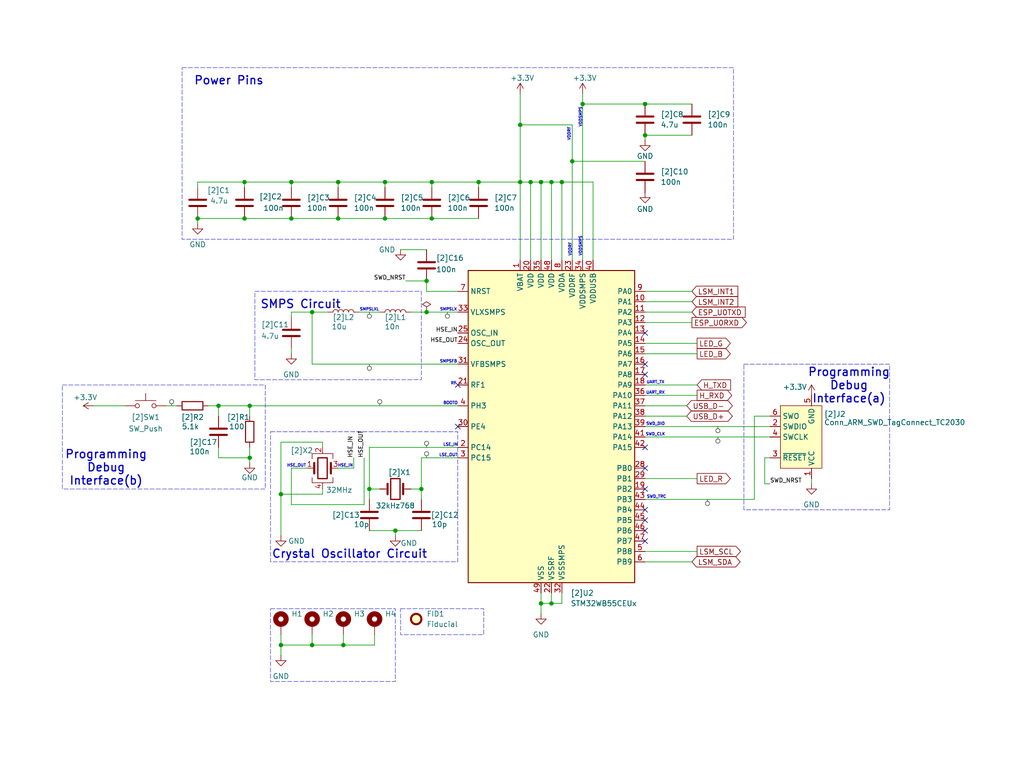
<source format=kicad_sch>
(kicad_sch
	(version 20250114)
	(generator "eeschema")
	(generator_version "9.0")
	(uuid "beae4cb0-1918-45ba-ba73-2c8d6df6dd38")
	(paper "User" 250 190)
	(lib_symbols
		(symbol "Connector:Conn_ARM_SWD_TagConnect_TC2030"
			(exclude_from_sim no)
			(in_bom no)
			(on_board yes)
			(property "Reference" "J"
				(at 2.54 11.43 0)
				(effects
					(font
						(size 1.27 1.27)
					)
				)
			)
			(property "Value" "Conn_ARM_SWD_TagConnect_TC2030"
				(at 5.08 8.89 0)
				(effects
					(font
						(size 1.27 1.27)
					)
				)
			)
			(property "Footprint" "Connector:Tag-Connect_TC2030-IDC-FP_2x03_P1.27mm_Vertical"
				(at 0 -17.78 0)
				(effects
					(font
						(size 1.27 1.27)
					)
					(hide yes)
				)
			)
			(property "Datasheet" "https://www.tag-connect.com/wp-content/uploads/bsk-pdf-manager/TC2030-CTX_1.pdf"
				(at 0 -15.24 0)
				(effects
					(font
						(size 1.27 1.27)
					)
					(hide yes)
				)
			)
			(property "Description" "Tag-Connect ARM Cortex SWD JTAG connector, 6 pin"
				(at 0 0 0)
				(effects
					(font
						(size 1.27 1.27)
					)
					(hide yes)
				)
			)
			(property "ki_keywords" "Cortex Debug Connector ARM SWD JTAG"
				(at 0 0 0)
				(effects
					(font
						(size 1.27 1.27)
					)
					(hide yes)
				)
			)
			(property "ki_fp_filters" "*TC2030*"
				(at 0 0 0)
				(effects
					(font
						(size 1.27 1.27)
					)
					(hide yes)
				)
			)
			(symbol "Conn_ARM_SWD_TagConnect_TC2030_0_0"
				(pin power_in line
					(at -2.54 10.16 270)
					(length 2.54)
					(name "VCC"
						(effects
							(font
								(size 1.27 1.27)
							)
						)
					)
					(number "1"
						(effects
							(font
								(size 1.27 1.27)
							)
						)
					)
				)
				(pin power_in line
					(at -2.54 -10.16 90)
					(length 2.54)
					(name "GND"
						(effects
							(font
								(size 1.27 1.27)
							)
						)
					)
					(number "5"
						(effects
							(font
								(size 1.27 1.27)
							)
						)
					)
				)
				(pin open_collector line
					(at 7.62 5.08 180)
					(length 2.54)
					(name "~{RESET}"
						(effects
							(font
								(size 1.27 1.27)
							)
						)
					)
					(number "3"
						(effects
							(font
								(size 1.27 1.27)
							)
						)
					)
				)
				(pin output line
					(at 7.62 0 180)
					(length 2.54)
					(name "SWCLK"
						(effects
							(font
								(size 1.27 1.27)
							)
						)
					)
					(number "4"
						(effects
							(font
								(size 1.27 1.27)
							)
						)
					)
					(alternate "TCK" output line)
				)
				(pin bidirectional line
					(at 7.62 -2.54 180)
					(length 2.54)
					(name "SWDIO"
						(effects
							(font
								(size 1.27 1.27)
							)
						)
					)
					(number "2"
						(effects
							(font
								(size 1.27 1.27)
							)
						)
					)
					(alternate "TMS" bidirectional line)
				)
				(pin input line
					(at 7.62 -5.08 180)
					(length 2.54)
					(name "SWO"
						(effects
							(font
								(size 1.27 1.27)
							)
						)
					)
					(number "6"
						(effects
							(font
								(size 1.27 1.27)
							)
						)
					)
					(alternate "TDO" input line)
				)
			)
			(symbol "Conn_ARM_SWD_TagConnect_TC2030_0_1"
				(rectangle
					(start -5.08 7.62)
					(end 5.08 -7.62)
					(stroke
						(width 0)
						(type default)
					)
					(fill
						(type background)
					)
				)
			)
			(embedded_fonts no)
		)
		(symbol "Device:C"
			(pin_numbers
				(hide yes)
			)
			(pin_names
				(offset 0.254)
			)
			(exclude_from_sim no)
			(in_bom yes)
			(on_board yes)
			(property "Reference" "C"
				(at 0.635 2.54 0)
				(effects
					(font
						(size 1.27 1.27)
					)
					(justify left)
				)
			)
			(property "Value" "C"
				(at 0.635 -2.54 0)
				(effects
					(font
						(size 1.27 1.27)
					)
					(justify left)
				)
			)
			(property "Footprint" ""
				(at 0.9652 -3.81 0)
				(effects
					(font
						(size 1.27 1.27)
					)
					(hide yes)
				)
			)
			(property "Datasheet" "~"
				(at 0 0 0)
				(effects
					(font
						(size 1.27 1.27)
					)
					(hide yes)
				)
			)
			(property "Description" "Unpolarized capacitor"
				(at 0 0 0)
				(effects
					(font
						(size 1.27 1.27)
					)
					(hide yes)
				)
			)
			(property "ki_keywords" "cap capacitor"
				(at 0 0 0)
				(effects
					(font
						(size 1.27 1.27)
					)
					(hide yes)
				)
			)
			(property "ki_fp_filters" "C_*"
				(at 0 0 0)
				(effects
					(font
						(size 1.27 1.27)
					)
					(hide yes)
				)
			)
			(symbol "C_0_1"
				(polyline
					(pts
						(xy -2.032 0.762) (xy 2.032 0.762)
					)
					(stroke
						(width 0.508)
						(type default)
					)
					(fill
						(type none)
					)
				)
				(polyline
					(pts
						(xy -2.032 -0.762) (xy 2.032 -0.762)
					)
					(stroke
						(width 0.508)
						(type default)
					)
					(fill
						(type none)
					)
				)
			)
			(symbol "C_1_1"
				(pin passive line
					(at 0 3.81 270)
					(length 2.794)
					(name "~"
						(effects
							(font
								(size 1.27 1.27)
							)
						)
					)
					(number "1"
						(effects
							(font
								(size 1.27 1.27)
							)
						)
					)
				)
				(pin passive line
					(at 0 -3.81 90)
					(length 2.794)
					(name "~"
						(effects
							(font
								(size 1.27 1.27)
							)
						)
					)
					(number "2"
						(effects
							(font
								(size 1.27 1.27)
							)
						)
					)
				)
			)
			(embedded_fonts no)
		)
		(symbol "Device:Crystal"
			(pin_numbers
				(hide yes)
			)
			(pin_names
				(offset 1.016)
				(hide yes)
			)
			(exclude_from_sim no)
			(in_bom yes)
			(on_board yes)
			(property "Reference" "Y"
				(at 0 3.81 0)
				(effects
					(font
						(size 1.27 1.27)
					)
				)
			)
			(property "Value" "Crystal"
				(at 0 -3.81 0)
				(effects
					(font
						(size 1.27 1.27)
					)
				)
			)
			(property "Footprint" ""
				(at 0 0 0)
				(effects
					(font
						(size 1.27 1.27)
					)
					(hide yes)
				)
			)
			(property "Datasheet" "~"
				(at 0 0 0)
				(effects
					(font
						(size 1.27 1.27)
					)
					(hide yes)
				)
			)
			(property "Description" "Two pin crystal"
				(at 0 0 0)
				(effects
					(font
						(size 1.27 1.27)
					)
					(hide yes)
				)
			)
			(property "ki_keywords" "quartz ceramic resonator oscillator"
				(at 0 0 0)
				(effects
					(font
						(size 1.27 1.27)
					)
					(hide yes)
				)
			)
			(property "ki_fp_filters" "Crystal*"
				(at 0 0 0)
				(effects
					(font
						(size 1.27 1.27)
					)
					(hide yes)
				)
			)
			(symbol "Crystal_0_1"
				(polyline
					(pts
						(xy -2.54 0) (xy -1.905 0)
					)
					(stroke
						(width 0)
						(type default)
					)
					(fill
						(type none)
					)
				)
				(polyline
					(pts
						(xy -1.905 -1.27) (xy -1.905 1.27)
					)
					(stroke
						(width 0.508)
						(type default)
					)
					(fill
						(type none)
					)
				)
				(rectangle
					(start -1.143 2.54)
					(end 1.143 -2.54)
					(stroke
						(width 0.3048)
						(type default)
					)
					(fill
						(type none)
					)
				)
				(polyline
					(pts
						(xy 1.905 -1.27) (xy 1.905 1.27)
					)
					(stroke
						(width 0.508)
						(type default)
					)
					(fill
						(type none)
					)
				)
				(polyline
					(pts
						(xy 2.54 0) (xy 1.905 0)
					)
					(stroke
						(width 0)
						(type default)
					)
					(fill
						(type none)
					)
				)
			)
			(symbol "Crystal_1_1"
				(pin passive line
					(at -3.81 0 0)
					(length 1.27)
					(name "1"
						(effects
							(font
								(size 1.27 1.27)
							)
						)
					)
					(number "1"
						(effects
							(font
								(size 1.27 1.27)
							)
						)
					)
				)
				(pin passive line
					(at 3.81 0 180)
					(length 1.27)
					(name "2"
						(effects
							(font
								(size 1.27 1.27)
							)
						)
					)
					(number "2"
						(effects
							(font
								(size 1.27 1.27)
							)
						)
					)
				)
			)
			(embedded_fonts no)
		)
		(symbol "Device:Crystal_GND24"
			(pin_names
				(offset 1.016)
				(hide yes)
			)
			(exclude_from_sim no)
			(in_bom yes)
			(on_board yes)
			(property "Reference" "Y"
				(at 3.175 5.08 0)
				(effects
					(font
						(size 1.27 1.27)
					)
					(justify left)
				)
			)
			(property "Value" "Crystal_GND24"
				(at 3.175 3.175 0)
				(effects
					(font
						(size 1.27 1.27)
					)
					(justify left)
				)
			)
			(property "Footprint" ""
				(at 0 0 0)
				(effects
					(font
						(size 1.27 1.27)
					)
					(hide yes)
				)
			)
			(property "Datasheet" "~"
				(at 0 0 0)
				(effects
					(font
						(size 1.27 1.27)
					)
					(hide yes)
				)
			)
			(property "Description" "Four pin crystal, GND on pins 2 and 4"
				(at 0 0 0)
				(effects
					(font
						(size 1.27 1.27)
					)
					(hide yes)
				)
			)
			(property "ki_keywords" "quartz ceramic resonator oscillator"
				(at 0 0 0)
				(effects
					(font
						(size 1.27 1.27)
					)
					(hide yes)
				)
			)
			(property "ki_fp_filters" "Crystal*"
				(at 0 0 0)
				(effects
					(font
						(size 1.27 1.27)
					)
					(hide yes)
				)
			)
			(symbol "Crystal_GND24_0_1"
				(polyline
					(pts
						(xy -2.54 2.286) (xy -2.54 3.556) (xy 2.54 3.556) (xy 2.54 2.286)
					)
					(stroke
						(width 0)
						(type default)
					)
					(fill
						(type none)
					)
				)
				(polyline
					(pts
						(xy -2.54 0) (xy -2.032 0)
					)
					(stroke
						(width 0)
						(type default)
					)
					(fill
						(type none)
					)
				)
				(polyline
					(pts
						(xy -2.54 -2.286) (xy -2.54 -3.556) (xy 2.54 -3.556) (xy 2.54 -2.286)
					)
					(stroke
						(width 0)
						(type default)
					)
					(fill
						(type none)
					)
				)
				(polyline
					(pts
						(xy -2.032 -1.27) (xy -2.032 1.27)
					)
					(stroke
						(width 0.508)
						(type default)
					)
					(fill
						(type none)
					)
				)
				(rectangle
					(start -1.143 2.54)
					(end 1.143 -2.54)
					(stroke
						(width 0.3048)
						(type default)
					)
					(fill
						(type none)
					)
				)
				(polyline
					(pts
						(xy 0 3.556) (xy 0 3.81)
					)
					(stroke
						(width 0)
						(type default)
					)
					(fill
						(type none)
					)
				)
				(polyline
					(pts
						(xy 0 -3.81) (xy 0 -3.556)
					)
					(stroke
						(width 0)
						(type default)
					)
					(fill
						(type none)
					)
				)
				(polyline
					(pts
						(xy 2.032 0) (xy 2.54 0)
					)
					(stroke
						(width 0)
						(type default)
					)
					(fill
						(type none)
					)
				)
				(polyline
					(pts
						(xy 2.032 -1.27) (xy 2.032 1.27)
					)
					(stroke
						(width 0.508)
						(type default)
					)
					(fill
						(type none)
					)
				)
			)
			(symbol "Crystal_GND24_1_1"
				(pin passive line
					(at -3.81 0 0)
					(length 1.27)
					(name "1"
						(effects
							(font
								(size 1.27 1.27)
							)
						)
					)
					(number "1"
						(effects
							(font
								(size 1.27 1.27)
							)
						)
					)
				)
				(pin passive line
					(at 0 5.08 270)
					(length 1.27)
					(name "2"
						(effects
							(font
								(size 1.27 1.27)
							)
						)
					)
					(number "2"
						(effects
							(font
								(size 1.27 1.27)
							)
						)
					)
				)
				(pin passive line
					(at 0 -5.08 90)
					(length 1.27)
					(name "4"
						(effects
							(font
								(size 1.27 1.27)
							)
						)
					)
					(number "4"
						(effects
							(font
								(size 1.27 1.27)
							)
						)
					)
				)
				(pin passive line
					(at 3.81 0 180)
					(length 1.27)
					(name "3"
						(effects
							(font
								(size 1.27 1.27)
							)
						)
					)
					(number "3"
						(effects
							(font
								(size 1.27 1.27)
							)
						)
					)
				)
			)
			(embedded_fonts no)
		)
		(symbol "Device:L"
			(pin_numbers
				(hide yes)
			)
			(pin_names
				(offset 1.016)
				(hide yes)
			)
			(exclude_from_sim no)
			(in_bom yes)
			(on_board yes)
			(property "Reference" "L"
				(at -1.27 0 90)
				(effects
					(font
						(size 1.27 1.27)
					)
				)
			)
			(property "Value" "L"
				(at 1.905 0 90)
				(effects
					(font
						(size 1.27 1.27)
					)
				)
			)
			(property "Footprint" ""
				(at 0 0 0)
				(effects
					(font
						(size 1.27 1.27)
					)
					(hide yes)
				)
			)
			(property "Datasheet" "~"
				(at 0 0 0)
				(effects
					(font
						(size 1.27 1.27)
					)
					(hide yes)
				)
			)
			(property "Description" "Inductor"
				(at 0 0 0)
				(effects
					(font
						(size 1.27 1.27)
					)
					(hide yes)
				)
			)
			(property "ki_keywords" "inductor choke coil reactor magnetic"
				(at 0 0 0)
				(effects
					(font
						(size 1.27 1.27)
					)
					(hide yes)
				)
			)
			(property "ki_fp_filters" "Choke_* *Coil* Inductor_* L_*"
				(at 0 0 0)
				(effects
					(font
						(size 1.27 1.27)
					)
					(hide yes)
				)
			)
			(symbol "L_0_1"
				(arc
					(start 0 2.54)
					(mid 0.6323 1.905)
					(end 0 1.27)
					(stroke
						(width 0)
						(type default)
					)
					(fill
						(type none)
					)
				)
				(arc
					(start 0 1.27)
					(mid 0.6323 0.635)
					(end 0 0)
					(stroke
						(width 0)
						(type default)
					)
					(fill
						(type none)
					)
				)
				(arc
					(start 0 0)
					(mid 0.6323 -0.635)
					(end 0 -1.27)
					(stroke
						(width 0)
						(type default)
					)
					(fill
						(type none)
					)
				)
				(arc
					(start 0 -1.27)
					(mid 0.6323 -1.905)
					(end 0 -2.54)
					(stroke
						(width 0)
						(type default)
					)
					(fill
						(type none)
					)
				)
			)
			(symbol "L_1_1"
				(pin passive line
					(at 0 3.81 270)
					(length 1.27)
					(name "1"
						(effects
							(font
								(size 1.27 1.27)
							)
						)
					)
					(number "1"
						(effects
							(font
								(size 1.27 1.27)
							)
						)
					)
				)
				(pin passive line
					(at 0 -3.81 90)
					(length 1.27)
					(name "2"
						(effects
							(font
								(size 1.27 1.27)
							)
						)
					)
					(number "2"
						(effects
							(font
								(size 1.27 1.27)
							)
						)
					)
				)
			)
			(embedded_fonts no)
		)
		(symbol "Device:R"
			(pin_numbers
				(hide yes)
			)
			(pin_names
				(offset 0)
			)
			(exclude_from_sim no)
			(in_bom yes)
			(on_board yes)
			(property "Reference" "R"
				(at 2.032 0 90)
				(effects
					(font
						(size 1.27 1.27)
					)
				)
			)
			(property "Value" "R"
				(at 0 0 90)
				(effects
					(font
						(size 1.27 1.27)
					)
				)
			)
			(property "Footprint" ""
				(at -1.778 0 90)
				(effects
					(font
						(size 1.27 1.27)
					)
					(hide yes)
				)
			)
			(property "Datasheet" "~"
				(at 0 0 0)
				(effects
					(font
						(size 1.27 1.27)
					)
					(hide yes)
				)
			)
			(property "Description" "Resistor"
				(at 0 0 0)
				(effects
					(font
						(size 1.27 1.27)
					)
					(hide yes)
				)
			)
			(property "ki_keywords" "R res resistor"
				(at 0 0 0)
				(effects
					(font
						(size 1.27 1.27)
					)
					(hide yes)
				)
			)
			(property "ki_fp_filters" "R_*"
				(at 0 0 0)
				(effects
					(font
						(size 1.27 1.27)
					)
					(hide yes)
				)
			)
			(symbol "R_0_1"
				(rectangle
					(start -1.016 -2.54)
					(end 1.016 2.54)
					(stroke
						(width 0.254)
						(type default)
					)
					(fill
						(type none)
					)
				)
			)
			(symbol "R_1_1"
				(pin passive line
					(at 0 3.81 270)
					(length 1.27)
					(name "~"
						(effects
							(font
								(size 1.27 1.27)
							)
						)
					)
					(number "1"
						(effects
							(font
								(size 1.27 1.27)
							)
						)
					)
				)
				(pin passive line
					(at 0 -3.81 90)
					(length 1.27)
					(name "~"
						(effects
							(font
								(size 1.27 1.27)
							)
						)
					)
					(number "2"
						(effects
							(font
								(size 1.27 1.27)
							)
						)
					)
				)
			)
			(embedded_fonts no)
		)
		(symbol "MCU_ST_STM32WB:STM32WB55CEUx"
			(exclude_from_sim no)
			(in_bom yes)
			(on_board yes)
			(property "Reference" "U"
				(at -20.32 39.37 0)
				(effects
					(font
						(size 1.27 1.27)
					)
					(justify left)
				)
			)
			(property "Value" "STM32WB55CEUx"
				(at 12.7 39.37 0)
				(effects
					(font
						(size 1.27 1.27)
					)
					(justify left)
				)
			)
			(property "Footprint" "Package_DFN_QFN:QFN-48-1EP_7x7mm_P0.5mm_EP5.6x5.6mm"
				(at -20.32 -38.1 0)
				(effects
					(font
						(size 1.27 1.27)
					)
					(justify right)
					(hide yes)
				)
			)
			(property "Datasheet" "https://www.st.com/resource/en/datasheet/stm32wb55ce.pdf"
				(at 0 0 0)
				(effects
					(font
						(size 1.27 1.27)
					)
					(hide yes)
				)
			)
			(property "Description" "STMicroelectronics Arm Cortex-M4 MCU, 512KB flash, 256KB RAM, 64 MHz, 1.71-3.6V, 30 GPIO, UFQFPN48"
				(at 0 0 0)
				(effects
					(font
						(size 1.27 1.27)
					)
					(hide yes)
				)
			)
			(property "ki_keywords" "Arm Cortex-M4 STM32WB STM32WBx5"
				(at 0 0 0)
				(effects
					(font
						(size 1.27 1.27)
					)
					(hide yes)
				)
			)
			(property "ki_fp_filters" "QFN*1EP*7x7mm*P0.5mm*"
				(at 0 0 0)
				(effects
					(font
						(size 1.27 1.27)
					)
					(hide yes)
				)
			)
			(symbol "STM32WB55CEUx_0_1"
				(rectangle
					(start -20.32 -38.1)
					(end 20.32 38.1)
					(stroke
						(width 0.254)
						(type default)
					)
					(fill
						(type background)
					)
				)
			)
			(symbol "STM32WB55CEUx_1_1"
				(pin input line
					(at -22.86 33.02 0)
					(length 2.54)
					(name "NRST"
						(effects
							(font
								(size 1.27 1.27)
							)
						)
					)
					(number "7"
						(effects
							(font
								(size 1.27 1.27)
							)
						)
					)
				)
				(pin power_in line
					(at -22.86 27.94 0)
					(length 2.54)
					(name "VLXSMPS"
						(effects
							(font
								(size 1.27 1.27)
							)
						)
					)
					(number "33"
						(effects
							(font
								(size 1.27 1.27)
							)
						)
					)
				)
				(pin input line
					(at -22.86 22.86 0)
					(length 2.54)
					(name "OSC_IN"
						(effects
							(font
								(size 1.27 1.27)
							)
						)
					)
					(number "25"
						(effects
							(font
								(size 1.27 1.27)
							)
						)
					)
					(alternate "RCC_OSC_IN" bidirectional line)
				)
				(pin input line
					(at -22.86 20.32 0)
					(length 2.54)
					(name "OSC_OUT"
						(effects
							(font
								(size 1.27 1.27)
							)
						)
					)
					(number "24"
						(effects
							(font
								(size 1.27 1.27)
							)
						)
					)
					(alternate "RCC_OSC_OUT" bidirectional line)
				)
				(pin input line
					(at -22.86 15.24 0)
					(length 2.54)
					(name "VFBSMPS"
						(effects
							(font
								(size 1.27 1.27)
							)
						)
					)
					(number "31"
						(effects
							(font
								(size 1.27 1.27)
							)
						)
					)
				)
				(pin bidirectional line
					(at -22.86 10.16 0)
					(length 2.54)
					(name "RF1"
						(effects
							(font
								(size 1.27 1.27)
							)
						)
					)
					(number "21"
						(effects
							(font
								(size 1.27 1.27)
							)
						)
					)
					(alternate "RF_RF1" bidirectional line)
				)
				(pin bidirectional line
					(at -22.86 5.08 0)
					(length 2.54)
					(name "PH3"
						(effects
							(font
								(size 1.27 1.27)
							)
						)
					)
					(number "4"
						(effects
							(font
								(size 1.27 1.27)
							)
						)
					)
					(alternate "RCC_LSCO" bidirectional line)
				)
				(pin bidirectional line
					(at -22.86 0 0)
					(length 2.54)
					(name "PE4"
						(effects
							(font
								(size 1.27 1.27)
							)
						)
					)
					(number "30"
						(effects
							(font
								(size 1.27 1.27)
							)
						)
					)
				)
				(pin bidirectional line
					(at -22.86 -5.08 0)
					(length 2.54)
					(name "PC14"
						(effects
							(font
								(size 1.27 1.27)
							)
						)
					)
					(number "2"
						(effects
							(font
								(size 1.27 1.27)
							)
						)
					)
					(alternate "RCC_OSC32_IN" bidirectional line)
				)
				(pin bidirectional line
					(at -22.86 -7.62 0)
					(length 2.54)
					(name "PC15"
						(effects
							(font
								(size 1.27 1.27)
							)
						)
					)
					(number "3"
						(effects
							(font
								(size 1.27 1.27)
							)
						)
					)
					(alternate "ADC1_EXTI15" bidirectional line)
					(alternate "RCC_OSC32_OUT" bidirectional line)
				)
				(pin no_connect line
					(at -20.32 -35.56 0)
					(length 2.54)
					(hide yes)
					(name "AT1"
						(effects
							(font
								(size 1.27 1.27)
							)
						)
					)
					(number "27"
						(effects
							(font
								(size 1.27 1.27)
							)
						)
					)
				)
				(pin no_connect line
					(at -20.32 -38.1 0)
					(length 2.54)
					(hide yes)
					(name "AT0"
						(effects
							(font
								(size 1.27 1.27)
							)
						)
					)
					(number "26"
						(effects
							(font
								(size 1.27 1.27)
							)
						)
					)
				)
				(pin power_in line
					(at -7.62 40.64 270)
					(length 2.54)
					(name "VBAT"
						(effects
							(font
								(size 1.27 1.27)
							)
						)
					)
					(number "1"
						(effects
							(font
								(size 1.27 1.27)
							)
						)
					)
				)
				(pin power_in line
					(at -5.08 40.64 270)
					(length 2.54)
					(name "VDD"
						(effects
							(font
								(size 1.27 1.27)
							)
						)
					)
					(number "20"
						(effects
							(font
								(size 1.27 1.27)
							)
						)
					)
				)
				(pin power_in line
					(at -2.54 40.64 270)
					(length 2.54)
					(name "VDD"
						(effects
							(font
								(size 1.27 1.27)
							)
						)
					)
					(number "35"
						(effects
							(font
								(size 1.27 1.27)
							)
						)
					)
				)
				(pin power_in line
					(at -2.54 -40.64 90)
					(length 2.54)
					(name "VSS"
						(effects
							(font
								(size 1.27 1.27)
							)
						)
					)
					(number "49"
						(effects
							(font
								(size 1.27 1.27)
							)
						)
					)
				)
				(pin power_in line
					(at 0 40.64 270)
					(length 2.54)
					(name "VDD"
						(effects
							(font
								(size 1.27 1.27)
							)
						)
					)
					(number "48"
						(effects
							(font
								(size 1.27 1.27)
							)
						)
					)
				)
				(pin power_in line
					(at 0 -40.64 90)
					(length 2.54)
					(name "VSSRF"
						(effects
							(font
								(size 1.27 1.27)
							)
						)
					)
					(number "22"
						(effects
							(font
								(size 1.27 1.27)
							)
						)
					)
				)
				(pin power_in line
					(at 2.54 40.64 270)
					(length 2.54)
					(name "VDDA"
						(effects
							(font
								(size 1.27 1.27)
							)
						)
					)
					(number "8"
						(effects
							(font
								(size 1.27 1.27)
							)
						)
					)
				)
				(pin power_in line
					(at 2.54 -40.64 90)
					(length 2.54)
					(name "VSSSMPS"
						(effects
							(font
								(size 1.27 1.27)
							)
						)
					)
					(number "32"
						(effects
							(font
								(size 1.27 1.27)
							)
						)
					)
				)
				(pin power_in line
					(at 5.08 40.64 270)
					(length 2.54)
					(name "VDDRF"
						(effects
							(font
								(size 1.27 1.27)
							)
						)
					)
					(number "23"
						(effects
							(font
								(size 1.27 1.27)
							)
						)
					)
				)
				(pin power_in line
					(at 7.62 40.64 270)
					(length 2.54)
					(name "VDDSMPS"
						(effects
							(font
								(size 1.27 1.27)
							)
						)
					)
					(number "34"
						(effects
							(font
								(size 1.27 1.27)
							)
						)
					)
				)
				(pin power_in line
					(at 10.16 40.64 270)
					(length 2.54)
					(name "VDDUSB"
						(effects
							(font
								(size 1.27 1.27)
							)
						)
					)
					(number "40"
						(effects
							(font
								(size 1.27 1.27)
							)
						)
					)
				)
				(pin bidirectional line
					(at 22.86 33.02 180)
					(length 2.54)
					(name "PA0"
						(effects
							(font
								(size 1.27 1.27)
							)
						)
					)
					(number "9"
						(effects
							(font
								(size 1.27 1.27)
							)
						)
					)
					(alternate "ADC1_IN5" bidirectional line)
					(alternate "COMP1_INM" bidirectional line)
					(alternate "COMP1_OUT" bidirectional line)
					(alternate "RTC_TAMP2" bidirectional line)
					(alternate "SAI1_EXTCLK" bidirectional line)
					(alternate "SYS_WKUP1" bidirectional line)
					(alternate "TIM2_CH1" bidirectional line)
					(alternate "TIM2_ETR" bidirectional line)
				)
				(pin bidirectional line
					(at 22.86 30.48 180)
					(length 2.54)
					(name "PA1"
						(effects
							(font
								(size 1.27 1.27)
							)
						)
					)
					(number "10"
						(effects
							(font
								(size 1.27 1.27)
							)
						)
					)
					(alternate "ADC1_IN6" bidirectional line)
					(alternate "COMP1_INP" bidirectional line)
					(alternate "I2C1_SMBA" bidirectional line)
					(alternate "LCD_SEG0" bidirectional line)
					(alternate "SPI1_SCK" bidirectional line)
					(alternate "TIM2_CH2" bidirectional line)
				)
				(pin bidirectional line
					(at 22.86 27.94 180)
					(length 2.54)
					(name "PA2"
						(effects
							(font
								(size 1.27 1.27)
							)
						)
					)
					(number "11"
						(effects
							(font
								(size 1.27 1.27)
							)
						)
					)
					(alternate "ADC1_IN7" bidirectional line)
					(alternate "COMP2_INM" bidirectional line)
					(alternate "COMP2_OUT" bidirectional line)
					(alternate "LCD_SEG1" bidirectional line)
					(alternate "LPUART1_TX" bidirectional line)
					(alternate "QUADSPI_BK1_NCS" bidirectional line)
					(alternate "RCC_LSCO" bidirectional line)
					(alternate "SYS_WKUP4" bidirectional line)
					(alternate "TIM2_CH3" bidirectional line)
				)
				(pin bidirectional line
					(at 22.86 25.4 180)
					(length 2.54)
					(name "PA3"
						(effects
							(font
								(size 1.27 1.27)
							)
						)
					)
					(number "12"
						(effects
							(font
								(size 1.27 1.27)
							)
						)
					)
					(alternate "ADC1_IN8" bidirectional line)
					(alternate "COMP2_INP" bidirectional line)
					(alternate "LCD_SEG2" bidirectional line)
					(alternate "LPUART1_RX" bidirectional line)
					(alternate "QUADSPI_CLK" bidirectional line)
					(alternate "SAI1_CK1" bidirectional line)
					(alternate "SAI1_MCLK_A" bidirectional line)
					(alternate "TIM2_CH4" bidirectional line)
				)
				(pin bidirectional line
					(at 22.86 22.86 180)
					(length 2.54)
					(name "PA4"
						(effects
							(font
								(size 1.27 1.27)
							)
						)
					)
					(number "13"
						(effects
							(font
								(size 1.27 1.27)
							)
						)
					)
					(alternate "ADC1_IN9" bidirectional line)
					(alternate "COMP1_INM" bidirectional line)
					(alternate "COMP2_INM" bidirectional line)
					(alternate "LCD_SEG5" bidirectional line)
					(alternate "LPTIM2_OUT" bidirectional line)
					(alternate "SAI1_FS_B" bidirectional line)
					(alternate "SPI1_NSS" bidirectional line)
				)
				(pin bidirectional line
					(at 22.86 20.32 180)
					(length 2.54)
					(name "PA5"
						(effects
							(font
								(size 1.27 1.27)
							)
						)
					)
					(number "14"
						(effects
							(font
								(size 1.27 1.27)
							)
						)
					)
					(alternate "ADC1_IN10" bidirectional line)
					(alternate "COMP1_INM" bidirectional line)
					(alternate "COMP2_INM" bidirectional line)
					(alternate "LPTIM2_ETR" bidirectional line)
					(alternate "SAI1_SD_B" bidirectional line)
					(alternate "SPI1_SCK" bidirectional line)
					(alternate "TIM2_CH1" bidirectional line)
					(alternate "TIM2_ETR" bidirectional line)
				)
				(pin bidirectional line
					(at 22.86 17.78 180)
					(length 2.54)
					(name "PA6"
						(effects
							(font
								(size 1.27 1.27)
							)
						)
					)
					(number "15"
						(effects
							(font
								(size 1.27 1.27)
							)
						)
					)
					(alternate "ADC1_IN11" bidirectional line)
					(alternate "LCD_SEG3" bidirectional line)
					(alternate "LPUART1_CTS" bidirectional line)
					(alternate "QUADSPI_BK1_IO3" bidirectional line)
					(alternate "SPI1_MISO" bidirectional line)
					(alternate "TIM16_CH1" bidirectional line)
					(alternate "TIM1_BKIN" bidirectional line)
				)
				(pin bidirectional line
					(at 22.86 15.24 180)
					(length 2.54)
					(name "PA7"
						(effects
							(font
								(size 1.27 1.27)
							)
						)
					)
					(number "16"
						(effects
							(font
								(size 1.27 1.27)
							)
						)
					)
					(alternate "ADC1_IN12" bidirectional line)
					(alternate "COMP2_OUT" bidirectional line)
					(alternate "I2C3_SCL" bidirectional line)
					(alternate "LCD_SEG4" bidirectional line)
					(alternate "QUADSPI_BK1_IO2" bidirectional line)
					(alternate "SPI1_MOSI" bidirectional line)
					(alternate "TIM17_CH1" bidirectional line)
					(alternate "TIM1_CH1N" bidirectional line)
				)
				(pin bidirectional line
					(at 22.86 12.7 180)
					(length 2.54)
					(name "PA8"
						(effects
							(font
								(size 1.27 1.27)
							)
						)
					)
					(number "17"
						(effects
							(font
								(size 1.27 1.27)
							)
						)
					)
					(alternate "ADC1_IN15" bidirectional line)
					(alternate "LCD_COM0" bidirectional line)
					(alternate "LPTIM2_OUT" bidirectional line)
					(alternate "RCC_MCO" bidirectional line)
					(alternate "SAI1_CK2" bidirectional line)
					(alternate "SAI1_SCK_A" bidirectional line)
					(alternate "TIM1_CH1" bidirectional line)
					(alternate "USART1_CK" bidirectional line)
				)
				(pin bidirectional line
					(at 22.86 10.16 180)
					(length 2.54)
					(name "PA9"
						(effects
							(font
								(size 1.27 1.27)
							)
						)
					)
					(number "18"
						(effects
							(font
								(size 1.27 1.27)
							)
						)
					)
					(alternate "ADC1_IN16" bidirectional line)
					(alternate "COMP1_INM" bidirectional line)
					(alternate "I2C1_SCL" bidirectional line)
					(alternate "LCD_COM1" bidirectional line)
					(alternate "SAI1_D2" bidirectional line)
					(alternate "SAI1_FS_A" bidirectional line)
					(alternate "TIM1_CH2" bidirectional line)
					(alternate "USART1_TX" bidirectional line)
				)
				(pin bidirectional line
					(at 22.86 7.62 180)
					(length 2.54)
					(name "PA10"
						(effects
							(font
								(size 1.27 1.27)
							)
						)
					)
					(number "36"
						(effects
							(font
								(size 1.27 1.27)
							)
						)
					)
					(alternate "CRS_SYNC" bidirectional line)
					(alternate "I2C1_SDA" bidirectional line)
					(alternate "LCD_COM2" bidirectional line)
					(alternate "SAI1_D1" bidirectional line)
					(alternate "SAI1_SD_A" bidirectional line)
					(alternate "TIM17_BKIN" bidirectional line)
					(alternate "TIM1_CH3" bidirectional line)
					(alternate "USART1_RX" bidirectional line)
				)
				(pin bidirectional line
					(at 22.86 5.08 180)
					(length 2.54)
					(name "PA11"
						(effects
							(font
								(size 1.27 1.27)
							)
						)
					)
					(number "37"
						(effects
							(font
								(size 1.27 1.27)
							)
						)
					)
					(alternate "ADC1_EXTI11" bidirectional line)
					(alternate "SPI1_MISO" bidirectional line)
					(alternate "TIM1_BKIN2" bidirectional line)
					(alternate "TIM1_CH4" bidirectional line)
					(alternate "USART1_CTS" bidirectional line)
					(alternate "USART1_NSS" bidirectional line)
					(alternate "USB_DM" bidirectional line)
				)
				(pin bidirectional line
					(at 22.86 2.54 180)
					(length 2.54)
					(name "PA12"
						(effects
							(font
								(size 1.27 1.27)
							)
						)
					)
					(number "38"
						(effects
							(font
								(size 1.27 1.27)
							)
						)
					)
					(alternate "LPUART1_RX" bidirectional line)
					(alternate "SPI1_MOSI" bidirectional line)
					(alternate "TIM1_ETR" bidirectional line)
					(alternate "USART1_DE" bidirectional line)
					(alternate "USART1_RTS" bidirectional line)
					(alternate "USB_DP" bidirectional line)
				)
				(pin bidirectional line
					(at 22.86 0 180)
					(length 2.54)
					(name "PA13"
						(effects
							(font
								(size 1.27 1.27)
							)
						)
					)
					(number "39"
						(effects
							(font
								(size 1.27 1.27)
							)
						)
					)
					(alternate "IR_OUT" bidirectional line)
					(alternate "SAI1_SD_B" bidirectional line)
					(alternate "SYS_JTMS-SWDIO" bidirectional line)
					(alternate "USB_NOE" bidirectional line)
				)
				(pin bidirectional line
					(at 22.86 -2.54 180)
					(length 2.54)
					(name "PA14"
						(effects
							(font
								(size 1.27 1.27)
							)
						)
					)
					(number "41"
						(effects
							(font
								(size 1.27 1.27)
							)
						)
					)
					(alternate "I2C1_SMBA" bidirectional line)
					(alternate "LCD_SEG5" bidirectional line)
					(alternate "LPTIM1_OUT" bidirectional line)
					(alternate "SAI1_FS_B" bidirectional line)
					(alternate "SYS_JTCK-SWCLK" bidirectional line)
				)
				(pin bidirectional line
					(at 22.86 -5.08 180)
					(length 2.54)
					(name "PA15"
						(effects
							(font
								(size 1.27 1.27)
							)
						)
					)
					(number "42"
						(effects
							(font
								(size 1.27 1.27)
							)
						)
					)
					(alternate "ADC1_EXTI15" bidirectional line)
					(alternate "LCD_SEG17" bidirectional line)
					(alternate "RCC_MCO" bidirectional line)
					(alternate "SPI1_NSS" bidirectional line)
					(alternate "SYS_JTDI" bidirectional line)
					(alternate "TIM2_CH1" bidirectional line)
					(alternate "TIM2_ETR" bidirectional line)
				)
				(pin bidirectional line
					(at 22.86 -10.16 180)
					(length 2.54)
					(name "PB0"
						(effects
							(font
								(size 1.27 1.27)
							)
						)
					)
					(number "28"
						(effects
							(font
								(size 1.27 1.27)
							)
						)
					)
					(alternate "COMP1_OUT" bidirectional line)
					(alternate "RF_TX_MOD_EXT_PA" bidirectional line)
				)
				(pin bidirectional line
					(at 22.86 -12.7 180)
					(length 2.54)
					(name "PB1"
						(effects
							(font
								(size 1.27 1.27)
							)
						)
					)
					(number "29"
						(effects
							(font
								(size 1.27 1.27)
							)
						)
					)
					(alternate "LPTIM2_IN1" bidirectional line)
					(alternate "LPUART1_DE" bidirectional line)
					(alternate "LPUART1_RTS" bidirectional line)
				)
				(pin bidirectional line
					(at 22.86 -15.24 180)
					(length 2.54)
					(name "PB2"
						(effects
							(font
								(size 1.27 1.27)
							)
						)
					)
					(number "19"
						(effects
							(font
								(size 1.27 1.27)
							)
						)
					)
					(alternate "COMP1_INP" bidirectional line)
					(alternate "I2C3_SMBA" bidirectional line)
					(alternate "LCD_VLCD" bidirectional line)
					(alternate "LPTIM1_OUT" bidirectional line)
					(alternate "RTC_OUT2" bidirectional line)
					(alternate "SAI1_EXTCLK" bidirectional line)
					(alternate "SPI1_NSS" bidirectional line)
				)
				(pin bidirectional line
					(at 22.86 -17.78 180)
					(length 2.54)
					(name "PB3"
						(effects
							(font
								(size 1.27 1.27)
							)
						)
					)
					(number "43"
						(effects
							(font
								(size 1.27 1.27)
							)
						)
					)
					(alternate "COMP2_INM" bidirectional line)
					(alternate "LCD_SEG7" bidirectional line)
					(alternate "SAI1_SCK_B" bidirectional line)
					(alternate "SPI1_SCK" bidirectional line)
					(alternate "SYS_JTDO-SWO" bidirectional line)
					(alternate "TIM2_CH2" bidirectional line)
					(alternate "USART1_DE" bidirectional line)
					(alternate "USART1_RTS" bidirectional line)
				)
				(pin bidirectional line
					(at 22.86 -20.32 180)
					(length 2.54)
					(name "PB4"
						(effects
							(font
								(size 1.27 1.27)
							)
						)
					)
					(number "44"
						(effects
							(font
								(size 1.27 1.27)
							)
						)
					)
					(alternate "COMP2_INP" bidirectional line)
					(alternate "I2C3_SDA" bidirectional line)
					(alternate "LCD_SEG8" bidirectional line)
					(alternate "SAI1_MCLK_B" bidirectional line)
					(alternate "SPI1_MISO" bidirectional line)
					(alternate "SYS_JTRST" bidirectional line)
					(alternate "TIM17_BKIN" bidirectional line)
					(alternate "USART1_CTS" bidirectional line)
					(alternate "USART1_NSS" bidirectional line)
				)
				(pin bidirectional line
					(at 22.86 -22.86 180)
					(length 2.54)
					(name "PB5"
						(effects
							(font
								(size 1.27 1.27)
							)
						)
					)
					(number "45"
						(effects
							(font
								(size 1.27 1.27)
							)
						)
					)
					(alternate "COMP2_OUT" bidirectional line)
					(alternate "I2C1_SMBA" bidirectional line)
					(alternate "LCD_SEG9" bidirectional line)
					(alternate "LPTIM1_IN1" bidirectional line)
					(alternate "LPUART1_TX" bidirectional line)
					(alternate "SAI1_SD_B" bidirectional line)
					(alternate "SPI1_MOSI" bidirectional line)
					(alternate "TIM16_BKIN" bidirectional line)
					(alternate "USART1_CK" bidirectional line)
				)
				(pin bidirectional line
					(at 22.86 -25.4 180)
					(length 2.54)
					(name "PB6"
						(effects
							(font
								(size 1.27 1.27)
							)
						)
					)
					(number "46"
						(effects
							(font
								(size 1.27 1.27)
							)
						)
					)
					(alternate "COMP2_INP" bidirectional line)
					(alternate "I2C1_SCL" bidirectional line)
					(alternate "LCD_SEG6" bidirectional line)
					(alternate "LPTIM1_ETR" bidirectional line)
					(alternate "RCC_MCO" bidirectional line)
					(alternate "SAI1_FS_B" bidirectional line)
					(alternate "TIM16_CH1N" bidirectional line)
					(alternate "USART1_TX" bidirectional line)
				)
				(pin bidirectional line
					(at 22.86 -27.94 180)
					(length 2.54)
					(name "PB7"
						(effects
							(font
								(size 1.27 1.27)
							)
						)
					)
					(number "47"
						(effects
							(font
								(size 1.27 1.27)
							)
						)
					)
					(alternate "COMP2_INM" bidirectional line)
					(alternate "I2C1_SDA" bidirectional line)
					(alternate "LCD_SEG21" bidirectional line)
					(alternate "LPTIM1_IN2" bidirectional line)
					(alternate "SYS_PVD_IN" bidirectional line)
					(alternate "TIM17_CH1N" bidirectional line)
					(alternate "TIM1_BKIN" bidirectional line)
					(alternate "USART1_RX" bidirectional line)
				)
				(pin bidirectional line
					(at 22.86 -30.48 180)
					(length 2.54)
					(name "PB8"
						(effects
							(font
								(size 1.27 1.27)
							)
						)
					)
					(number "5"
						(effects
							(font
								(size 1.27 1.27)
							)
						)
					)
					(alternate "I2C1_SCL" bidirectional line)
					(alternate "LCD_SEG16" bidirectional line)
					(alternate "QUADSPI_BK1_IO1" bidirectional line)
					(alternate "SAI1_CK1" bidirectional line)
					(alternate "SAI1_MCLK_A" bidirectional line)
					(alternate "TIM16_CH1" bidirectional line)
					(alternate "TIM1_CH2N" bidirectional line)
				)
				(pin bidirectional line
					(at 22.86 -33.02 180)
					(length 2.54)
					(name "PB9"
						(effects
							(font
								(size 1.27 1.27)
							)
						)
					)
					(number "6"
						(effects
							(font
								(size 1.27 1.27)
							)
						)
					)
					(alternate "I2C1_SDA" bidirectional line)
					(alternate "IR_OUT" bidirectional line)
					(alternate "LCD_COM3" bidirectional line)
					(alternate "QUADSPI_BK1_IO0" bidirectional line)
					(alternate "SAI1_D2" bidirectional line)
					(alternate "SAI1_FS_A" bidirectional line)
					(alternate "TIM17_CH1" bidirectional line)
					(alternate "TIM1_CH3N" bidirectional line)
				)
			)
			(embedded_fonts no)
		)
		(symbol "Mechanical:Fiducial"
			(exclude_from_sim no)
			(in_bom no)
			(on_board yes)
			(property "Reference" "FID"
				(at 0 5.08 0)
				(effects
					(font
						(size 1.27 1.27)
					)
				)
			)
			(property "Value" "Fiducial"
				(at 0 3.175 0)
				(effects
					(font
						(size 1.27 1.27)
					)
				)
			)
			(property "Footprint" ""
				(at 0 0 0)
				(effects
					(font
						(size 1.27 1.27)
					)
					(hide yes)
				)
			)
			(property "Datasheet" "~"
				(at 0 0 0)
				(effects
					(font
						(size 1.27 1.27)
					)
					(hide yes)
				)
			)
			(property "Description" "Fiducial Marker"
				(at 0 0 0)
				(effects
					(font
						(size 1.27 1.27)
					)
					(hide yes)
				)
			)
			(property "ki_keywords" "fiducial marker"
				(at 0 0 0)
				(effects
					(font
						(size 1.27 1.27)
					)
					(hide yes)
				)
			)
			(property "ki_fp_filters" "Fiducial*"
				(at 0 0 0)
				(effects
					(font
						(size 1.27 1.27)
					)
					(hide yes)
				)
			)
			(symbol "Fiducial_0_1"
				(circle
					(center 0 0)
					(radius 1.27)
					(stroke
						(width 0.508)
						(type default)
					)
					(fill
						(type background)
					)
				)
			)
			(embedded_fonts no)
		)
		(symbol "Mechanical:MountingHole_Pad"
			(pin_numbers
				(hide yes)
			)
			(pin_names
				(offset 1.016)
				(hide yes)
			)
			(exclude_from_sim no)
			(in_bom no)
			(on_board yes)
			(property "Reference" "H"
				(at 0 6.35 0)
				(effects
					(font
						(size 1.27 1.27)
					)
				)
			)
			(property "Value" "MountingHole_Pad"
				(at 0 4.445 0)
				(effects
					(font
						(size 1.27 1.27)
					)
				)
			)
			(property "Footprint" ""
				(at 0 0 0)
				(effects
					(font
						(size 1.27 1.27)
					)
					(hide yes)
				)
			)
			(property "Datasheet" "~"
				(at 0 0 0)
				(effects
					(font
						(size 1.27 1.27)
					)
					(hide yes)
				)
			)
			(property "Description" "Mounting Hole with connection"
				(at 0 0 0)
				(effects
					(font
						(size 1.27 1.27)
					)
					(hide yes)
				)
			)
			(property "ki_keywords" "mounting hole"
				(at 0 0 0)
				(effects
					(font
						(size 1.27 1.27)
					)
					(hide yes)
				)
			)
			(property "ki_fp_filters" "MountingHole*Pad*"
				(at 0 0 0)
				(effects
					(font
						(size 1.27 1.27)
					)
					(hide yes)
				)
			)
			(symbol "MountingHole_Pad_0_1"
				(circle
					(center 0 1.27)
					(radius 1.27)
					(stroke
						(width 1.27)
						(type default)
					)
					(fill
						(type none)
					)
				)
			)
			(symbol "MountingHole_Pad_1_1"
				(pin input line
					(at 0 -2.54 90)
					(length 2.54)
					(name "1"
						(effects
							(font
								(size 1.27 1.27)
							)
						)
					)
					(number "1"
						(effects
							(font
								(size 1.27 1.27)
							)
						)
					)
				)
			)
			(embedded_fonts no)
		)
		(symbol "Switch:SW_Push"
			(pin_numbers
				(hide yes)
			)
			(pin_names
				(offset 1.016)
				(hide yes)
			)
			(exclude_from_sim no)
			(in_bom yes)
			(on_board yes)
			(property "Reference" "SW"
				(at 1.27 2.54 0)
				(effects
					(font
						(size 1.27 1.27)
					)
					(justify left)
				)
			)
			(property "Value" "SW_Push"
				(at 0 -1.524 0)
				(effects
					(font
						(size 1.27 1.27)
					)
				)
			)
			(property "Footprint" ""
				(at 0 5.08 0)
				(effects
					(font
						(size 1.27 1.27)
					)
					(hide yes)
				)
			)
			(property "Datasheet" "~"
				(at 0 5.08 0)
				(effects
					(font
						(size 1.27 1.27)
					)
					(hide yes)
				)
			)
			(property "Description" "Push button switch, generic, two pins"
				(at 0 0 0)
				(effects
					(font
						(size 1.27 1.27)
					)
					(hide yes)
				)
			)
			(property "ki_keywords" "switch normally-open pushbutton push-button"
				(at 0 0 0)
				(effects
					(font
						(size 1.27 1.27)
					)
					(hide yes)
				)
			)
			(symbol "SW_Push_0_1"
				(circle
					(center -2.032 0)
					(radius 0.508)
					(stroke
						(width 0)
						(type default)
					)
					(fill
						(type none)
					)
				)
				(polyline
					(pts
						(xy 0 1.27) (xy 0 3.048)
					)
					(stroke
						(width 0)
						(type default)
					)
					(fill
						(type none)
					)
				)
				(circle
					(center 2.032 0)
					(radius 0.508)
					(stroke
						(width 0)
						(type default)
					)
					(fill
						(type none)
					)
				)
				(polyline
					(pts
						(xy 2.54 1.27) (xy -2.54 1.27)
					)
					(stroke
						(width 0)
						(type default)
					)
					(fill
						(type none)
					)
				)
				(pin passive line
					(at -5.08 0 0)
					(length 2.54)
					(name "1"
						(effects
							(font
								(size 1.27 1.27)
							)
						)
					)
					(number "1"
						(effects
							(font
								(size 1.27 1.27)
							)
						)
					)
				)
				(pin passive line
					(at 5.08 0 180)
					(length 2.54)
					(name "2"
						(effects
							(font
								(size 1.27 1.27)
							)
						)
					)
					(number "2"
						(effects
							(font
								(size 1.27 1.27)
							)
						)
					)
				)
			)
			(embedded_fonts no)
		)
		(symbol "power:+3.3V"
			(power)
			(pin_numbers
				(hide yes)
			)
			(pin_names
				(offset 0)
				(hide yes)
			)
			(exclude_from_sim no)
			(in_bom yes)
			(on_board yes)
			(property "Reference" "#PWR"
				(at 0 -3.81 0)
				(effects
					(font
						(size 1.27 1.27)
					)
					(hide yes)
				)
			)
			(property "Value" "+3.3V"
				(at 0 3.556 0)
				(effects
					(font
						(size 1.27 1.27)
					)
				)
			)
			(property "Footprint" ""
				(at 0 0 0)
				(effects
					(font
						(size 1.27 1.27)
					)
					(hide yes)
				)
			)
			(property "Datasheet" ""
				(at 0 0 0)
				(effects
					(font
						(size 1.27 1.27)
					)
					(hide yes)
				)
			)
			(property "Description" "Power symbol creates a global label with name \"+3.3V\""
				(at 0 0 0)
				(effects
					(font
						(size 1.27 1.27)
					)
					(hide yes)
				)
			)
			(property "ki_keywords" "global power"
				(at 0 0 0)
				(effects
					(font
						(size 1.27 1.27)
					)
					(hide yes)
				)
			)
			(symbol "+3.3V_0_1"
				(polyline
					(pts
						(xy -0.762 1.27) (xy 0 2.54)
					)
					(stroke
						(width 0)
						(type default)
					)
					(fill
						(type none)
					)
				)
				(polyline
					(pts
						(xy 0 2.54) (xy 0.762 1.27)
					)
					(stroke
						(width 0)
						(type default)
					)
					(fill
						(type none)
					)
				)
				(polyline
					(pts
						(xy 0 0) (xy 0 2.54)
					)
					(stroke
						(width 0)
						(type default)
					)
					(fill
						(type none)
					)
				)
			)
			(symbol "+3.3V_1_1"
				(pin power_in line
					(at 0 0 90)
					(length 0)
					(name "~"
						(effects
							(font
								(size 1.27 1.27)
							)
						)
					)
					(number "1"
						(effects
							(font
								(size 1.27 1.27)
							)
						)
					)
				)
			)
			(embedded_fonts no)
		)
		(symbol "power:GND"
			(power)
			(pin_numbers
				(hide yes)
			)
			(pin_names
				(offset 0)
				(hide yes)
			)
			(exclude_from_sim no)
			(in_bom yes)
			(on_board yes)
			(property "Reference" "#PWR"
				(at 0 -6.35 0)
				(effects
					(font
						(size 1.27 1.27)
					)
					(hide yes)
				)
			)
			(property "Value" "GND"
				(at 0 -3.81 0)
				(effects
					(font
						(size 1.27 1.27)
					)
				)
			)
			(property "Footprint" ""
				(at 0 0 0)
				(effects
					(font
						(size 1.27 1.27)
					)
					(hide yes)
				)
			)
			(property "Datasheet" ""
				(at 0 0 0)
				(effects
					(font
						(size 1.27 1.27)
					)
					(hide yes)
				)
			)
			(property "Description" "Power symbol creates a global label with name \"GND\" , ground"
				(at 0 0 0)
				(effects
					(font
						(size 1.27 1.27)
					)
					(hide yes)
				)
			)
			(property "ki_keywords" "global power"
				(at 0 0 0)
				(effects
					(font
						(size 1.27 1.27)
					)
					(hide yes)
				)
			)
			(symbol "GND_0_1"
				(polyline
					(pts
						(xy 0 0) (xy 0 -1.27) (xy 1.27 -1.27) (xy 0 -2.54) (xy -1.27 -1.27) (xy 0 -1.27)
					)
					(stroke
						(width 0)
						(type default)
					)
					(fill
						(type none)
					)
				)
			)
			(symbol "GND_1_1"
				(pin power_in line
					(at 0 0 270)
					(length 0)
					(name "~"
						(effects
							(font
								(size 1.27 1.27)
							)
						)
					)
					(number "1"
						(effects
							(font
								(size 1.27 1.27)
							)
						)
					)
				)
			)
			(embedded_fonts no)
		)
		(symbol "power:PWR_FLAG"
			(power)
			(pin_numbers
				(hide yes)
			)
			(pin_names
				(offset 0)
				(hide yes)
			)
			(exclude_from_sim no)
			(in_bom yes)
			(on_board yes)
			(property "Reference" "#FLG"
				(at 0 1.905 0)
				(effects
					(font
						(size 1.27 1.27)
					)
					(hide yes)
				)
			)
			(property "Value" "PWR_FLAG"
				(at 0 3.81 0)
				(effects
					(font
						(size 1.27 1.27)
					)
				)
			)
			(property "Footprint" ""
				(at 0 0 0)
				(effects
					(font
						(size 1.27 1.27)
					)
					(hide yes)
				)
			)
			(property "Datasheet" "~"
				(at 0 0 0)
				(effects
					(font
						(size 1.27 1.27)
					)
					(hide yes)
				)
			)
			(property "Description" "Special symbol for telling ERC where power comes from"
				(at 0 0 0)
				(effects
					(font
						(size 1.27 1.27)
					)
					(hide yes)
				)
			)
			(property "ki_keywords" "flag power"
				(at 0 0 0)
				(effects
					(font
						(size 1.27 1.27)
					)
					(hide yes)
				)
			)
			(symbol "PWR_FLAG_0_0"
				(pin power_out line
					(at 0 0 90)
					(length 0)
					(name "~"
						(effects
							(font
								(size 1.27 1.27)
							)
						)
					)
					(number "1"
						(effects
							(font
								(size 1.27 1.27)
							)
						)
					)
				)
			)
			(symbol "PWR_FLAG_0_1"
				(polyline
					(pts
						(xy 0 0) (xy 0 1.27) (xy -1.016 1.905) (xy 0 2.54) (xy 1.016 1.905) (xy 0 1.27)
					)
					(stroke
						(width 0)
						(type default)
					)
					(fill
						(type none)
					)
				)
			)
			(embedded_fonts no)
		)
	)
	(rectangle
		(start 66.04 148.59)
		(end 96.52 166.37)
		(stroke
			(width 0.1)
			(type dash)
		)
		(fill
			(type none)
		)
		(uuid 4591ca60-bb0b-4928-bdf3-703912d18430)
	)
	(rectangle
		(start 181.61 88.9)
		(end 217.17 124.46)
		(stroke
			(width 0.1)
			(type dash)
		)
		(fill
			(type none)
		)
		(uuid 79695957-b29e-4f30-b144-5b91b485e798)
	)
	(rectangle
		(start 66.04 105.41)
		(end 111.76 137.16)
		(stroke
			(width 0.1)
			(type dash)
		)
		(fill
			(type none)
		)
		(uuid 8441c4aa-f3b8-47e5-93a4-d3d5f1bd0a1a)
	)
	(rectangle
		(start 97.79 148.59)
		(end 118.11 154.94)
		(stroke
			(width 0.1)
			(type dash)
		)
		(fill
			(type none)
		)
		(uuid 92f1629a-d5f8-4ce6-a3b6-0aaa179f7b21)
	)
	(rectangle
		(start 44.45 16.51)
		(end 179.07 58.42)
		(stroke
			(width 0.1)
			(type dash)
		)
		(fill
			(type none)
		)
		(uuid b3bd5b94-c323-4644-bedd-068787985b94)
	)
	(rectangle
		(start 15.24 93.98)
		(end 64.77 119.38)
		(stroke
			(width 0.1)
			(type dash)
		)
		(fill
			(type none)
		)
		(uuid c63eeb69-74f6-4fcb-9b30-88913397a694)
	)
	(rectangle
		(start 62.23 71.12)
		(end 102.87 92.71)
		(stroke
			(width 0.1)
			(type dash)
		)
		(fill
			(type none)
		)
		(uuid f30f6a24-7315-4d9e-aae0-a5951aaabf30)
	)
	(text "RF"
		(exclude_from_sim no)
		(at 110.744 93.726 0)
		(effects
			(font
				(size 0.7 0.7)
			)
		)
		(uuid "0104b276-d252-4f90-9bf1-5f353817992d")
	)
	(text "BOOTO"
		(exclude_from_sim no)
		(at 109.982 98.552 0)
		(effects
			(font
				(size 0.7 0.7)
			)
		)
		(uuid "0fa60ee9-b5b6-4188-a404-564cf2cc3e30")
	)
	(text "VDDRF"
		(exclude_from_sim no)
		(at 139.192 60.96 90)
		(effects
			(font
				(size 0.7 0.7)
			)
		)
		(uuid "18d02c04-4994-4ff1-9d93-46bd594d4b54")
	)
	(text "Programming\nDebug\nInterface(b)"
		(exclude_from_sim no)
		(at 25.908 114.3 0)
		(effects
			(font
				(size 2 2)
				(thickness 0.3)
				(bold yes)
			)
		)
		(uuid "204072d3-a0ad-49be-98a8-c38c59ed78c8")
	)
	(text "VDDRF"
		(exclude_from_sim no)
		(at 138.938 32.766 90)
		(effects
			(font
				(size 0.7 0.7)
			)
		)
		(uuid "273952f8-9d1c-4419-8d1d-f680939e834c")
	)
	(text "HSE_OUT"
		(exclude_from_sim no)
		(at 72.39 113.792 0)
		(effects
			(font
				(size 0.7 0.7)
			)
		)
		(uuid "27f6d76d-f221-4d14-9f9a-5783b79ad5e1")
	)
	(text " SMPSFB"
		(exclude_from_sim no)
		(at 109.22 88.392 0)
		(effects
			(font
				(size 0.7 0.7)
			)
		)
		(uuid "3092b9f8-aec1-491c-b5fb-517022f1eed0")
	)
	(text " SMPSLX"
		(exclude_from_sim no)
		(at 109.22 75.692 0)
		(effects
			(font
				(size 0.7 0.7)
			)
		)
		(uuid "38166cb7-d10d-4a4c-9cbb-dc69ae1ca237")
	)
	(text "SWD_DIO"
		(exclude_from_sim no)
		(at 160.02 103.632 0)
		(effects
			(font
				(size 0.7 0.7)
			)
		)
		(uuid "3f33ac74-9c39-4504-a7df-066e12af425d")
	)
	(text "Programming\nDebug\nInterface(a)"
		(exclude_from_sim no)
		(at 207.264 94.234 0)
		(effects
			(font
				(size 2 2)
				(thickness 0.3)
				(bold yes)
			)
		)
		(uuid "4bba8c8c-cceb-4cc3-8a2a-336f0cc1a477")
	)
	(text "VDDSMPS"
		(exclude_from_sim no)
		(at 141.732 60.198 90)
		(effects
			(font
				(size 0.7 0.7)
			)
		)
		(uuid "648b8416-bbc1-4808-988d-3a66deeea67c")
	)
	(text "SWD_TRC"
		(exclude_from_sim no)
		(at 160.274 121.412 0)
		(effects
			(font
				(size 0.7 0.7)
			)
		)
		(uuid "7445cddc-2915-4612-9384-349005cc15f8")
	)
	(text "Power Pins"
		(exclude_from_sim no)
		(at 55.88 19.812 0)
		(effects
			(font
				(size 2 2)
				(thickness 0.3)
				(bold yes)
			)
		)
		(uuid "803c07a2-a321-42be-9745-111c60af565e")
	)
	(text "LSE_IN"
		(exclude_from_sim no)
		(at 109.982 108.712 0)
		(effects
			(font
				(size 0.7 0.7)
			)
		)
		(uuid "825d3277-a098-4075-8ada-699a40706f3f")
	)
	(text " SMPSLXL"
		(exclude_from_sim no)
		(at 89.916 75.692 0)
		(effects
			(font
				(size 0.7 0.7)
			)
		)
		(uuid "879bd9cf-a927-4616-a97b-b08764698381")
	)
	(text "UART_TX"
		(exclude_from_sim no)
		(at 160.02 93.472 0)
		(effects
			(font
				(size 0.7 0.7)
			)
		)
		(uuid "9b524863-6583-4560-abad-c3078d38aeef")
	)
	(text "VDDSMPS"
		(exclude_from_sim no)
		(at 141.732 28.702 90)
		(effects
			(font
				(size 0.7 0.7)
			)
		)
		(uuid "a8cec1a6-d2d6-480c-a164-0dc0921eaac7")
	)
	(text "Crystal Oscillator Circuit"
		(exclude_from_sim no)
		(at 85.344 135.382 0)
		(effects
			(font
				(size 2 2)
				(thickness 0.3)
				(bold yes)
			)
		)
		(uuid "b0aa2012-dce4-4de3-a602-f1669c3f3d38")
	)
	(text "SMPS Circuit\n"
		(exclude_from_sim no)
		(at 73.406 74.422 0)
		(effects
			(font
				(size 2 2)
				(thickness 0.3)
				(bold yes)
			)
		)
		(uuid "b1911a97-e8c4-4827-bffe-97e144231a68")
	)
	(text "UART_RX"
		(exclude_from_sim no)
		(at 160.02 96.012 0)
		(effects
			(font
				(size 0.7 0.7)
			)
		)
		(uuid "c867ce03-01e8-4d26-bed2-2d67ec3a5274")
	)
	(text "SWD_CLK"
		(exclude_from_sim no)
		(at 160.02 106.172 0)
		(effects
			(font
				(size 0.7 0.7)
			)
		)
		(uuid "ccb1c52c-01a3-43a3-8904-f3030de20756")
	)
	(text "LSE_OUT"
		(exclude_from_sim no)
		(at 109.474 111.252 0)
		(effects
			(font
				(size 0.7 0.7)
			)
		)
		(uuid "d1eaf817-c8ff-4a22-be8f-90403bc0f832")
	)
	(text "HSE_IN"
		(exclude_from_sim no)
		(at 84.328 113.792 0)
		(effects
			(font
				(size 0.7 0.7)
			)
		)
		(uuid "e8b85c4c-70f8-496e-835c-383c82c84c12")
	)
	(junction
		(at 82.55 44.45)
		(diameter 0)
		(color 0 0 0 0)
		(uuid "0389c610-7e0c-4d41-8f34-41a484c649df")
	)
	(junction
		(at 134.62 147.32)
		(diameter 0)
		(color 0 0 0 0)
		(uuid "2997668a-3894-4fc1-9cb6-edcbf982e6d4")
	)
	(junction
		(at 60.96 99.06)
		(diameter 0)
		(color 0 0 0 0)
		(uuid "2c790fad-511b-418b-9df8-3f19d43d67b7")
	)
	(junction
		(at 59.69 53.34)
		(diameter 0)
		(color 0 0 0 0)
		(uuid "2d4979d8-28e3-40dd-addc-60cc713cbee2")
	)
	(junction
		(at 48.26 53.34)
		(diameter 0)
		(color 0 0 0 0)
		(uuid "37f8d477-8c81-4bc1-a960-3acc5462d3d8")
	)
	(junction
		(at 129.54 44.45)
		(diameter 0)
		(color 0 0 0 0)
		(uuid "4ba9a0e3-a926-4fdc-ba59-2e1882e79a56")
	)
	(junction
		(at 105.41 44.45)
		(diameter 0)
		(color 0 0 0 0)
		(uuid "4ef029ec-c49b-4892-9cfd-1c1d4b77e868")
	)
	(junction
		(at 93.98 53.34)
		(diameter 0)
		(color 0 0 0 0)
		(uuid "4fc3abac-75bb-405e-a5f0-2d0391e9893c")
	)
	(junction
		(at 134.62 44.45)
		(diameter 0)
		(color 0 0 0 0)
		(uuid "52d6a8c0-c75d-4bf2-99bb-74a1c58d4e41")
	)
	(junction
		(at 90.17 119.38)
		(diameter 0)
		(color 0 0 0 0)
		(uuid "54a2bae1-c59d-49bd-a379-65a90f3d6a0d")
	)
	(junction
		(at 96.52 129.54)
		(diameter 0)
		(color 0 0 0 0)
		(uuid "573e66f0-5e3f-4758-a87a-1c1591f1a344")
	)
	(junction
		(at 127 30.48)
		(diameter 0)
		(color 0 0 0 0)
		(uuid "5a8d6d45-d963-4a82-9f78-a86990a588a5")
	)
	(junction
		(at 157.48 25.4)
		(diameter 0)
		(color 0 0 0 0)
		(uuid "5d449777-ed0c-4ac3-b115-0a95565476c3")
	)
	(junction
		(at 132.08 44.45)
		(diameter 0)
		(color 0 0 0 0)
		(uuid "5e5a987a-c00a-4c96-bd94-9180ea1a08ae")
	)
	(junction
		(at 68.58 120.65)
		(diameter 0)
		(color 0 0 0 0)
		(uuid "66641267-50a5-4159-9401-ddd1d4c5bb29")
	)
	(junction
		(at 83.82 157.48)
		(diameter 0)
		(color 0 0 0 0)
		(uuid "6843cc03-b0e0-4fe9-b54f-f6a5938dc3c6")
	)
	(junction
		(at 93.98 44.45)
		(diameter 0)
		(color 0 0 0 0)
		(uuid "69c1f4f7-8006-46be-aa78-ae0c986d69c5")
	)
	(junction
		(at 102.87 119.38)
		(diameter 0)
		(color 0 0 0 0)
		(uuid "6e695bc0-5025-4714-ae15-20c1964c90eb")
	)
	(junction
		(at 53.34 99.06)
		(diameter 0)
		(color 0 0 0 0)
		(uuid "7c6cee6b-9695-48fb-8310-fd2852fd7cb0")
	)
	(junction
		(at 116.84 44.45)
		(diameter 0)
		(color 0 0 0 0)
		(uuid "7f978894-d21c-4ec5-bf96-cac106159794")
	)
	(junction
		(at 59.69 44.45)
		(diameter 0)
		(color 0 0 0 0)
		(uuid "82d9c78c-5751-4ac5-9230-7f50d0fde815")
	)
	(junction
		(at 127 44.45)
		(diameter 0)
		(color 0 0 0 0)
		(uuid "873663dd-0625-41fa-badf-fe28d7a477a2")
	)
	(junction
		(at 76.2 76.2)
		(diameter 0)
		(color 0 0 0 0)
		(uuid "a08ece68-e3f5-42ea-bc01-425c14dcd316")
	)
	(junction
		(at 68.58 157.48)
		(diameter 0)
		(color 0 0 0 0)
		(uuid "acd5dccb-4afa-4668-ac17-10fcb2564e3f")
	)
	(junction
		(at 132.08 147.32)
		(diameter 0)
		(color 0 0 0 0)
		(uuid "b75a4012-110e-4ae7-a1d2-eda42496b086")
	)
	(junction
		(at 105.41 53.34)
		(diameter 0)
		(color 0 0 0 0)
		(uuid "c02b0ccb-464a-4ec0-a8fd-19a6810975c7")
	)
	(junction
		(at 71.12 44.45)
		(diameter 0)
		(color 0 0 0 0)
		(uuid "c46ade13-d960-418f-a32d-036ce78059e1")
	)
	(junction
		(at 60.96 111.76)
		(diameter 0)
		(color 0 0 0 0)
		(uuid "d6281656-c80e-4d8a-9335-42b41f75cd1a")
	)
	(junction
		(at 76.2 157.48)
		(diameter 0)
		(color 0 0 0 0)
		(uuid "d7b61e32-22f1-438d-bf57-9a9d45bbd470")
	)
	(junction
		(at 142.24 25.4)
		(diameter 0)
		(color 0 0 0 0)
		(uuid "e10337e3-15f9-4a8f-9d17-b06690a2cf56")
	)
	(junction
		(at 157.48 33.02)
		(diameter 0)
		(color 0 0 0 0)
		(uuid "e547007d-a0b4-4ba3-a305-1a2398f28eec")
	)
	(junction
		(at 104.14 76.2)
		(diameter 0)
		(color 0 0 0 0)
		(uuid "ed054bdc-d523-491b-907e-d1426fcd06b2")
	)
	(junction
		(at 139.7 39.37)
		(diameter 0)
		(color 0 0 0 0)
		(uuid "eda7293b-427d-4bba-9493-dda483b7d49e")
	)
	(junction
		(at 104.14 68.58)
		(diameter 0)
		(color 0 0 0 0)
		(uuid "f338be92-dbd2-4626-933d-50c50fa39063")
	)
	(junction
		(at 137.16 44.45)
		(diameter 0)
		(color 0 0 0 0)
		(uuid "f813066a-d65a-4a53-90f8-291d761182a4")
	)
	(junction
		(at 71.12 53.34)
		(diameter 0)
		(color 0 0 0 0)
		(uuid "f8208bd1-7244-4aa4-bd36-953b6ff27c38")
	)
	(junction
		(at 82.55 53.34)
		(diameter 0)
		(color 0 0 0 0)
		(uuid "feab27ab-951d-41b7-9825-668c683f27ce")
	)
	(no_connect
		(at 157.48 127)
		(uuid "2fac8b88-7d6f-4d86-b644-4714f3fe7112")
	)
	(no_connect
		(at 157.48 81.28)
		(uuid "38429bfe-dacf-4b8c-9d5c-d6ec6fac4441")
	)
	(no_connect
		(at 157.48 91.44)
		(uuid "4c3d5c8b-f0a2-482d-b2ef-31f082c3ff39")
	)
	(no_connect
		(at 157.48 109.22)
		(uuid "57cbd756-648b-482d-89b5-3849bb32d56c")
	)
	(no_connect
		(at 157.48 114.3)
		(uuid "6107e9b5-fb85-49b0-9b25-a9973fff7193")
	)
	(no_connect
		(at 111.76 104.14)
		(uuid "9e556933-08b0-43f1-bc30-6a1137466911")
	)
	(no_connect
		(at 157.48 88.9)
		(uuid "b3855c7e-3383-4237-995e-6e5256b339e1")
	)
	(no_connect
		(at 157.48 124.46)
		(uuid "e14a88a5-c874-4a28-8bd2-8d1b693a3e43")
	)
	(no_connect
		(at 157.48 129.54)
		(uuid "e8da442d-ff7b-44b7-ad99-a8ee9420d2b6")
	)
	(no_connect
		(at 111.76 93.98)
		(uuid "f055ab94-ce1f-4ac6-8e64-2c9b8d25cfcb")
	)
	(no_connect
		(at 157.48 119.38)
		(uuid "f62b64a6-bcf4-4a6e-95af-f8dc9d814765")
	)
	(no_connect
		(at 157.48 132.08)
		(uuid "fac3fbf4-996e-4d77-806b-84e692ea949c")
	)
	(wire
		(pts
			(xy 22.86 99.06) (xy 30.48 99.06)
		)
		(stroke
			(width 0)
			(type default)
		)
		(uuid "00ca78a6-d6c3-406a-b4a6-350bb71883e5")
	)
	(wire
		(pts
			(xy 157.48 33.02) (xy 157.48 34.29)
		)
		(stroke
			(width 0)
			(type default)
		)
		(uuid "0171558f-de78-4b44-a258-ff69a4b71a9b")
	)
	(wire
		(pts
			(xy 96.52 130.81) (xy 96.52 129.54)
		)
		(stroke
			(width 0)
			(type default)
		)
		(uuid "05a6b77c-1eb0-43f8-95ce-ac846673d8b4")
	)
	(wire
		(pts
			(xy 60.96 113.03) (xy 60.96 111.76)
		)
		(stroke
			(width 0)
			(type default)
		)
		(uuid "086c6152-e510-4346-9ff9-7c93eb4e0759")
	)
	(wire
		(pts
			(xy 142.24 25.4) (xy 157.48 25.4)
		)
		(stroke
			(width 0)
			(type default)
		)
		(uuid "089d61dd-80ea-4268-a7dd-efbe332523d1")
	)
	(wire
		(pts
			(xy 157.48 96.52) (xy 170.18 96.52)
		)
		(stroke
			(width 0)
			(type default)
		)
		(uuid "0a11edce-299a-4b61-accf-836630f8ae31")
	)
	(wire
		(pts
			(xy 71.12 114.3) (xy 74.93 114.3)
		)
		(stroke
			(width 0)
			(type default)
		)
		(uuid "0a550241-89db-46ac-b06c-a9cfeb86a228")
	)
	(wire
		(pts
			(xy 134.62 144.78) (xy 134.62 147.32)
		)
		(stroke
			(width 0)
			(type default)
		)
		(uuid "0a9b217d-b569-489d-afdc-50ed7ff47a20")
	)
	(wire
		(pts
			(xy 91.44 157.48) (xy 91.44 154.94)
		)
		(stroke
			(width 0)
			(type default)
		)
		(uuid "0ae5ca7b-9280-4eee-be64-adc27a4dff81")
	)
	(wire
		(pts
			(xy 102.87 119.38) (xy 102.87 121.92)
		)
		(stroke
			(width 0)
			(type default)
		)
		(uuid "0bb5cd03-4485-4486-8d80-05c9ecb38291")
	)
	(wire
		(pts
			(xy 82.55 44.45) (xy 71.12 44.45)
		)
		(stroke
			(width 0)
			(type default)
		)
		(uuid "0bdf7954-2bf5-4205-b306-8d765df6c23e")
	)
	(wire
		(pts
			(xy 157.48 86.36) (xy 170.18 86.36)
		)
		(stroke
			(width 0)
			(type default)
		)
		(uuid "0ed4b111-7d7b-4bcb-907c-5c242fc36c80")
	)
	(wire
		(pts
			(xy 78.74 107.95) (xy 78.74 109.22)
		)
		(stroke
			(width 0)
			(type default)
		)
		(uuid "103630dd-f3d4-48f7-bd02-5a054c47af87")
	)
	(wire
		(pts
			(xy 132.08 147.32) (xy 134.62 147.32)
		)
		(stroke
			(width 0)
			(type default)
		)
		(uuid "11444df8-bc7f-460d-98f2-602119203041")
	)
	(wire
		(pts
			(xy 71.12 44.45) (xy 59.69 44.45)
		)
		(stroke
			(width 0)
			(type default)
		)
		(uuid "136a3713-dac4-414c-b5b4-541ee5c1c51b")
	)
	(wire
		(pts
			(xy 83.82 157.48) (xy 91.44 157.48)
		)
		(stroke
			(width 0)
			(type default)
		)
		(uuid "19768d2f-7086-4852-84ab-88c838a60461")
	)
	(wire
		(pts
			(xy 157.48 116.84) (xy 170.18 116.84)
		)
		(stroke
			(width 0)
			(type default)
		)
		(uuid "1bbdd3e7-19fb-4996-b855-437ea3afcb35")
	)
	(wire
		(pts
			(xy 68.58 157.48) (xy 76.2 157.48)
		)
		(stroke
			(width 0)
			(type default)
		)
		(uuid "1bd02442-14f5-4d1f-b2ee-2717d85c601f")
	)
	(wire
		(pts
			(xy 144.78 44.45) (xy 144.78 63.5)
		)
		(stroke
			(width 0)
			(type default)
		)
		(uuid "1d68a0e0-fe06-41a5-b72e-daff7c58cbb5")
	)
	(wire
		(pts
			(xy 157.48 106.68) (xy 187.96 106.68)
		)
		(stroke
			(width 0)
			(type default)
		)
		(uuid "1e6e3065-1d29-416c-9733-e615140f7b4b")
	)
	(wire
		(pts
			(xy 134.62 44.45) (xy 134.62 63.5)
		)
		(stroke
			(width 0)
			(type default)
		)
		(uuid "1ea1f7ad-3794-46ae-8d53-b2908541d4e4")
	)
	(wire
		(pts
			(xy 184.15 101.6) (xy 184.15 121.92)
		)
		(stroke
			(width 0)
			(type default)
		)
		(uuid "1f37cd7f-e420-424e-90b8-22381d3f6a67")
	)
	(wire
		(pts
			(xy 157.48 101.6) (xy 167.64 101.6)
		)
		(stroke
			(width 0)
			(type default)
		)
		(uuid "1f72adea-583b-4091-88d9-ef71f4751e94")
	)
	(wire
		(pts
			(xy 157.48 99.06) (xy 167.64 99.06)
		)
		(stroke
			(width 0)
			(type default)
		)
		(uuid "1f821f99-3426-452c-af5a-5a80ddc41532")
	)
	(wire
		(pts
			(xy 111.76 109.22) (xy 90.17 109.22)
		)
		(stroke
			(width 0)
			(type default)
		)
		(uuid "209dd3cf-3a12-4985-ab41-d882b908404b")
	)
	(wire
		(pts
			(xy 100.33 119.38) (xy 102.87 119.38)
		)
		(stroke
			(width 0)
			(type default)
		)
		(uuid "21bb8fd6-d23c-47f7-bc53-306e9bde8105")
	)
	(wire
		(pts
			(xy 127 44.45) (xy 129.54 44.45)
		)
		(stroke
			(width 0)
			(type default)
		)
		(uuid "271d3ea4-7651-4ae0-acd4-52641916d3f1")
	)
	(wire
		(pts
			(xy 97.79 60.96) (xy 104.14 60.96)
		)
		(stroke
			(width 0)
			(type default)
		)
		(uuid "274db59d-dae8-4d67-9915-669ecc09a6ec")
	)
	(wire
		(pts
			(xy 68.58 154.94) (xy 68.58 157.48)
		)
		(stroke
			(width 0)
			(type default)
		)
		(uuid "277cecbe-fa10-4d24-846b-59a7a5bfaca9")
	)
	(wire
		(pts
			(xy 93.98 44.45) (xy 93.98 45.72)
		)
		(stroke
			(width 0)
			(type default)
		)
		(uuid "2b6254b6-cb1b-416e-a928-f77e27efa236")
	)
	(wire
		(pts
			(xy 90.17 129.54) (xy 96.52 129.54)
		)
		(stroke
			(width 0)
			(type default)
		)
		(uuid "2c44a41c-6324-4d47-9486-9ff0341106b3")
	)
	(wire
		(pts
			(xy 71.12 44.45) (xy 71.12 45.72)
		)
		(stroke
			(width 0)
			(type default)
		)
		(uuid "309832d0-bcf9-42a5-aad6-9dcacef3141c")
	)
	(wire
		(pts
			(xy 105.41 44.45) (xy 105.41 45.72)
		)
		(stroke
			(width 0)
			(type default)
		)
		(uuid "33439d0c-264e-4e07-aa49-8a6843c28f46")
	)
	(wire
		(pts
			(xy 82.55 114.3) (xy 86.36 114.3)
		)
		(stroke
			(width 0)
			(type default)
		)
		(uuid "398fa610-6aa6-49ff-a95e-7628ddd018a1")
	)
	(wire
		(pts
			(xy 53.34 99.06) (xy 60.96 99.06)
		)
		(stroke
			(width 0)
			(type default)
		)
		(uuid "3e885eed-e6f7-4509-9cd3-f4ea53d3beef")
	)
	(wire
		(pts
			(xy 76.2 157.48) (xy 76.2 154.94)
		)
		(stroke
			(width 0)
			(type default)
		)
		(uuid "4031ad80-a3e2-4637-8b38-57496a7e5fc8")
	)
	(wire
		(pts
			(xy 157.48 93.98) (xy 170.18 93.98)
		)
		(stroke
			(width 0)
			(type default)
		)
		(uuid "40c39a92-667b-41ea-bada-1f45663b2c12")
	)
	(wire
		(pts
			(xy 60.96 99.06) (xy 60.96 101.6)
		)
		(stroke
			(width 0)
			(type default)
		)
		(uuid "4addc4e2-11fb-45cf-aae8-72a249f0042e")
	)
	(wire
		(pts
			(xy 104.14 71.12) (xy 104.14 68.58)
		)
		(stroke
			(width 0)
			(type default)
		)
		(uuid "4e993d94-aabb-402f-ab04-f5ecca2f0162")
	)
	(wire
		(pts
			(xy 53.34 111.76) (xy 60.96 111.76)
		)
		(stroke
			(width 0)
			(type default)
		)
		(uuid "4f6ce52e-15e0-4823-9a86-10597c9643ce")
	)
	(wire
		(pts
			(xy 59.69 53.34) (xy 71.12 53.34)
		)
		(stroke
			(width 0)
			(type default)
		)
		(uuid "504cc92c-b211-476b-bdfb-084d3760388c")
	)
	(wire
		(pts
			(xy 198.12 116.84) (xy 198.12 118.11)
		)
		(stroke
			(width 0)
			(type default)
		)
		(uuid "521c2b41-b812-4f98-83eb-e6361a6ad4c6")
	)
	(wire
		(pts
			(xy 88.9 111.76) (xy 88.9 123.19)
		)
		(stroke
			(width 0)
			(type default)
		)
		(uuid "532ce3a4-aa3e-4c2f-981d-b32a1c40a72d")
	)
	(wire
		(pts
			(xy 76.2 76.2) (xy 71.12 76.2)
		)
		(stroke
			(width 0)
			(type default)
		)
		(uuid "53b8f246-9bd9-41ef-b9aa-a09fa6701b13")
	)
	(wire
		(pts
			(xy 139.7 39.37) (xy 139.7 63.5)
		)
		(stroke
			(width 0)
			(type default)
		)
		(uuid "57019b95-9763-4471-b88c-8af74d2e9f37")
	)
	(wire
		(pts
			(xy 71.12 85.09) (xy 71.12 86.36)
		)
		(stroke
			(width 0)
			(type default)
		)
		(uuid "57098705-0fe0-4e6d-98db-99fe69645a0c")
	)
	(wire
		(pts
			(xy 71.12 53.34) (xy 82.55 53.34)
		)
		(stroke
			(width 0)
			(type default)
		)
		(uuid "58fbe3d9-35b7-48d6-ad6b-ab6f676c0cf5")
	)
	(wire
		(pts
			(xy 127 22.86) (xy 127 30.48)
		)
		(stroke
			(width 0)
			(type default)
		)
		(uuid "5c1c691b-c64a-4d76-9b09-46a53ed43719")
	)
	(wire
		(pts
			(xy 68.58 107.95) (xy 68.58 120.65)
		)
		(stroke
			(width 0)
			(type default)
		)
		(uuid "5cdb1d1b-e858-495b-b44b-ef0f8e229e9b")
	)
	(wire
		(pts
			(xy 139.7 39.37) (xy 139.7 30.48)
		)
		(stroke
			(width 0)
			(type default)
		)
		(uuid "5e23c449-3c4c-420a-b529-7fed15f42842")
	)
	(wire
		(pts
			(xy 157.48 137.16) (xy 168.91 137.16)
		)
		(stroke
			(width 0)
			(type default)
		)
		(uuid "5e27e961-530e-4efd-8cf6-f6ab90dc467d")
	)
	(wire
		(pts
			(xy 116.84 44.45) (xy 105.41 44.45)
		)
		(stroke
			(width 0)
			(type default)
		)
		(uuid "5e85cf2d-2139-42a4-801d-83434ca7d580")
	)
	(wire
		(pts
			(xy 53.34 109.22) (xy 53.34 111.76)
		)
		(stroke
			(width 0)
			(type default)
		)
		(uuid "5f592c4a-8cc3-4527-ad90-ae6dcf2adb87")
	)
	(wire
		(pts
			(xy 116.84 45.72) (xy 116.84 44.45)
		)
		(stroke
			(width 0)
			(type default)
		)
		(uuid "5fc4f9be-9236-4540-9902-7fafa4895413")
	)
	(wire
		(pts
			(xy 186.69 111.76) (xy 186.69 118.11)
		)
		(stroke
			(width 0)
			(type default)
		)
		(uuid "62eed965-5060-4e28-95c2-5869e755efce")
	)
	(wire
		(pts
			(xy 139.7 30.48) (xy 127 30.48)
		)
		(stroke
			(width 0)
			(type default)
		)
		(uuid "64616844-cb8a-4fdb-88c0-5ce706b14048")
	)
	(wire
		(pts
			(xy 76.2 157.48) (xy 83.82 157.48)
		)
		(stroke
			(width 0)
			(type default)
		)
		(uuid "6ee680b8-de76-4339-9160-00cf66b235a4")
	)
	(wire
		(pts
			(xy 92.71 119.38) (xy 90.17 119.38)
		)
		(stroke
			(width 0)
			(type default)
		)
		(uuid "7183ce43-13d2-444a-ad08-b9b272058f50")
	)
	(wire
		(pts
			(xy 157.48 76.2) (xy 168.91 76.2)
		)
		(stroke
			(width 0)
			(type default)
		)
		(uuid "71fb19e8-fa0c-437b-9ceb-425661afe70a")
	)
	(wire
		(pts
			(xy 102.87 111.76) (xy 102.87 119.38)
		)
		(stroke
			(width 0)
			(type default)
		)
		(uuid "72b0930c-e449-4e74-9da9-0090685b07e1")
	)
	(wire
		(pts
			(xy 71.12 114.3) (xy 71.12 123.19)
		)
		(stroke
			(width 0)
			(type default)
		)
		(uuid "737e4d07-9d26-4ed5-af06-f21bbbe77a18")
	)
	(wire
		(pts
			(xy 137.16 147.32) (xy 137.16 144.78)
		)
		(stroke
			(width 0)
			(type default)
		)
		(uuid "740b0ec0-1571-4ee5-aa0d-eae4799e0b4c")
	)
	(wire
		(pts
			(xy 71.12 123.19) (xy 88.9 123.19)
		)
		(stroke
			(width 0)
			(type default)
		)
		(uuid "75680287-510e-4ba0-9f57-430f8c5e4995")
	)
	(wire
		(pts
			(xy 137.16 44.45) (xy 144.78 44.45)
		)
		(stroke
			(width 0)
			(type default)
		)
		(uuid "75b7cdfd-9241-4254-a6f2-66027dcaea1f")
	)
	(wire
		(pts
			(xy 60.96 99.06) (xy 111.76 99.06)
		)
		(stroke
			(width 0)
			(type default)
		)
		(uuid "760457bc-c3f9-4663-8ffe-993eea96ecb2")
	)
	(wire
		(pts
			(xy 102.87 111.76) (xy 111.76 111.76)
		)
		(stroke
			(width 0)
			(type default)
		)
		(uuid "763999c6-79a2-4d17-a54d-5ef53ff14b32")
	)
	(wire
		(pts
			(xy 132.08 44.45) (xy 132.08 63.5)
		)
		(stroke
			(width 0)
			(type default)
		)
		(uuid "79ebbbe0-1dda-4199-9779-8b9ea444f880")
	)
	(wire
		(pts
			(xy 186.69 118.11) (xy 187.96 118.11)
		)
		(stroke
			(width 0)
			(type default)
		)
		(uuid "7e1347ce-bd3d-4adb-a55e-7fbf8edc1731")
	)
	(wire
		(pts
			(xy 93.98 44.45) (xy 82.55 44.45)
		)
		(stroke
			(width 0)
			(type default)
		)
		(uuid "82e9fd3a-78d8-4987-b168-8b95a301405c")
	)
	(wire
		(pts
			(xy 142.24 22.86) (xy 142.24 25.4)
		)
		(stroke
			(width 0)
			(type default)
		)
		(uuid "82fdba12-871f-4037-a521-22ef35a06bfc")
	)
	(wire
		(pts
			(xy 129.54 44.45) (xy 132.08 44.45)
		)
		(stroke
			(width 0)
			(type default)
		)
		(uuid "84f5a19e-7a9c-4d87-bed5-dd443c718b8b")
	)
	(wire
		(pts
			(xy 83.82 157.48) (xy 83.82 154.94)
		)
		(stroke
			(width 0)
			(type default)
		)
		(uuid "88badbf8-b4d3-46fb-9024-8b332f4291ab")
	)
	(wire
		(pts
			(xy 48.26 44.45) (xy 48.26 45.72)
		)
		(stroke
			(width 0)
			(type default)
		)
		(uuid "8a2657d8-214a-43a5-93d4-8e14c3d60710")
	)
	(wire
		(pts
			(xy 104.14 71.12) (xy 111.76 71.12)
		)
		(stroke
			(width 0)
			(type default)
		)
		(uuid "8c2f3ee7-faa2-441c-921f-d6fe49e719ef")
	)
	(wire
		(pts
			(xy 96.52 129.54) (xy 102.87 129.54)
		)
		(stroke
			(width 0)
			(type default)
		)
		(uuid "9243885f-d52d-4576-a8a3-d95b2c1174ba")
	)
	(wire
		(pts
			(xy 93.98 53.34) (xy 105.41 53.34)
		)
		(stroke
			(width 0)
			(type default)
		)
		(uuid "9d543cda-2c48-442e-a161-80059aa2e4fe")
	)
	(wire
		(pts
			(xy 53.34 99.06) (xy 53.34 101.6)
		)
		(stroke
			(width 0)
			(type default)
		)
		(uuid "9d893a35-3ea4-4d2d-8ee4-96a0324fe171")
	)
	(wire
		(pts
			(xy 71.12 76.2) (xy 71.12 77.47)
		)
		(stroke
			(width 0)
			(type default)
		)
		(uuid "9f58b565-c2f0-4584-b899-58e4f91cd73b")
	)
	(wire
		(pts
			(xy 157.48 83.82) (xy 170.18 83.82)
		)
		(stroke
			(width 0)
			(type default)
		)
		(uuid "9f808334-46b7-40f7-be3a-876195266d6f")
	)
	(wire
		(pts
			(xy 157.48 25.4) (xy 168.91 25.4)
		)
		(stroke
			(width 0)
			(type default)
		)
		(uuid "9fefe785-78cd-4a31-81bf-e6439571eeec")
	)
	(wire
		(pts
			(xy 68.58 157.48) (xy 68.58 160.02)
		)
		(stroke
			(width 0)
			(type default)
		)
		(uuid "a1fb91e9-2923-4da1-9af5-2acd41e726b9")
	)
	(wire
		(pts
			(xy 132.08 44.45) (xy 134.62 44.45)
		)
		(stroke
			(width 0)
			(type default)
		)
		(uuid "a25b2d27-8fbc-4812-9fc1-5cf0c60b3218")
	)
	(wire
		(pts
			(xy 129.54 44.45) (xy 129.54 63.5)
		)
		(stroke
			(width 0)
			(type default)
		)
		(uuid "a31cf41f-9b61-4e1e-81eb-f0a848c99256")
	)
	(wire
		(pts
			(xy 90.17 119.38) (xy 90.17 121.92)
		)
		(stroke
			(width 0)
			(type default)
		)
		(uuid "a911b251-c313-400a-ab87-9b021c8e8a20")
	)
	(wire
		(pts
			(xy 139.7 39.37) (xy 157.48 39.37)
		)
		(stroke
			(width 0)
			(type default)
		)
		(uuid "aa5e6566-f0e6-4272-bbe5-75bd07c8bda4")
	)
	(wire
		(pts
			(xy 157.48 78.74) (xy 168.91 78.74)
		)
		(stroke
			(width 0)
			(type default)
		)
		(uuid "abc7915e-76b7-4f78-8e60-13012ff3b110")
	)
	(wire
		(pts
			(xy 40.64 99.06) (xy 43.18 99.06)
		)
		(stroke
			(width 0)
			(type default)
		)
		(uuid "b2214c94-2c53-4540-8b16-a2036f73f44c")
	)
	(wire
		(pts
			(xy 142.24 25.4) (xy 142.24 63.5)
		)
		(stroke
			(width 0)
			(type default)
		)
		(uuid "b2effb9f-6b36-4a49-9dd2-76a35088456a")
	)
	(wire
		(pts
			(xy 82.55 44.45) (xy 82.55 45.72)
		)
		(stroke
			(width 0)
			(type default)
		)
		(uuid "b328938f-15f8-4b2c-b3a1-46646b02c84e")
	)
	(wire
		(pts
			(xy 105.41 44.45) (xy 93.98 44.45)
		)
		(stroke
			(width 0)
			(type default)
		)
		(uuid "b6549e0e-096d-4367-aff6-8033ad3b6f94")
	)
	(wire
		(pts
			(xy 116.84 44.45) (xy 127 44.45)
		)
		(stroke
			(width 0)
			(type default)
		)
		(uuid "b696f790-00b3-4a96-8537-676be489adc2")
	)
	(wire
		(pts
			(xy 100.33 76.2) (xy 104.14 76.2)
		)
		(stroke
			(width 0)
			(type default)
		)
		(uuid "b6d697a7-09f3-47ff-a4b6-c635c177a397")
	)
	(wire
		(pts
			(xy 48.26 53.34) (xy 59.69 53.34)
		)
		(stroke
			(width 0)
			(type default)
		)
		(uuid "bc44748b-6776-4cdf-9154-ec6a1046e4f2")
	)
	(wire
		(pts
			(xy 82.55 53.34) (xy 93.98 53.34)
		)
		(stroke
			(width 0)
			(type default)
		)
		(uuid "bd642c12-fc46-4eb0-93cb-fd14a21cb506")
	)
	(wire
		(pts
			(xy 60.96 109.22) (xy 60.96 111.76)
		)
		(stroke
			(width 0)
			(type default)
		)
		(uuid "bd73269e-c8ec-420e-a5f6-dbc43f033344")
	)
	(wire
		(pts
			(xy 48.26 44.45) (xy 59.69 44.45)
		)
		(stroke
			(width 0)
			(type default)
		)
		(uuid "c2aa4865-1e92-4273-b39b-05345da1e551")
	)
	(wire
		(pts
			(xy 127 44.45) (xy 127 63.5)
		)
		(stroke
			(width 0)
			(type default)
		)
		(uuid "c6968c4e-d02d-453e-afc1-7b4d18116f4c")
	)
	(wire
		(pts
			(xy 68.58 120.65) (xy 68.58 130.81)
		)
		(stroke
			(width 0)
			(type default)
		)
		(uuid "cbb60f81-8082-4252-a0d7-872771413ffc")
	)
	(wire
		(pts
			(xy 157.48 121.92) (xy 184.15 121.92)
		)
		(stroke
			(width 0)
			(type default)
		)
		(uuid "cc451a7a-4a3a-45c5-90a6-d757e964c920")
	)
	(wire
		(pts
			(xy 78.74 119.38) (xy 78.74 120.65)
		)
		(stroke
			(width 0)
			(type default)
		)
		(uuid "ce928a6b-56a9-4169-ac24-e5a70d4f8162")
	)
	(wire
		(pts
			(xy 59.69 44.45) (xy 59.69 45.72)
		)
		(stroke
			(width 0)
			(type default)
		)
		(uuid "d0e13521-fc79-4e5a-b8b1-ce26c5e1e6bc")
	)
	(wire
		(pts
			(xy 50.8 99.06) (xy 53.34 99.06)
		)
		(stroke
			(width 0)
			(type default)
		)
		(uuid "d558e54e-2b6a-440d-9a23-69e373e4fed9")
	)
	(wire
		(pts
			(xy 187.96 101.6) (xy 184.15 101.6)
		)
		(stroke
			(width 0)
			(type default)
		)
		(uuid "d9503841-4b68-4009-8530-6cd19f26aa01")
	)
	(wire
		(pts
			(xy 187.96 111.76) (xy 186.69 111.76)
		)
		(stroke
			(width 0)
			(type default)
		)
		(uuid "d9bc3ead-e980-45c5-ab61-5346e70ab287")
	)
	(wire
		(pts
			(xy 137.16 44.45) (xy 134.62 44.45)
		)
		(stroke
			(width 0)
			(type default)
		)
		(uuid "d9f7dde5-1429-4cbd-ba2d-4ee85703befa")
	)
	(wire
		(pts
			(xy 48.26 53.34) (xy 48.26 54.61)
		)
		(stroke
			(width 0)
			(type default)
		)
		(uuid "dd7796a4-1e38-40de-8875-88b986554464")
	)
	(wire
		(pts
			(xy 132.08 144.78) (xy 132.08 147.32)
		)
		(stroke
			(width 0)
			(type default)
		)
		(uuid "e09f98f8-6d9c-4e77-9fc8-0b32a211c0ca")
	)
	(wire
		(pts
			(xy 86.36 111.76) (xy 86.36 114.3)
		)
		(stroke
			(width 0)
			(type default)
		)
		(uuid "e0b2dc1d-60b9-4be1-8891-f279909abfd0")
	)
	(wire
		(pts
			(xy 104.14 76.2) (xy 111.76 76.2)
		)
		(stroke
			(width 0)
			(type default)
		)
		(uuid "e22e25c9-f4b7-4573-b601-3b966a2715ad")
	)
	(wire
		(pts
			(xy 87.63 76.2) (xy 92.71 76.2)
		)
		(stroke
			(width 0)
			(type default)
		)
		(uuid "e2fc7b32-0d31-4b12-b5c1-bbe881fd8f0f")
	)
	(wire
		(pts
			(xy 99.06 68.58) (xy 104.14 68.58)
		)
		(stroke
			(width 0)
			(type default)
		)
		(uuid "e3bbcd74-e4f0-4662-8f72-6b4246526e50")
	)
	(wire
		(pts
			(xy 137.16 44.45) (xy 137.16 63.5)
		)
		(stroke
			(width 0)
			(type default)
		)
		(uuid "e4aeb18a-ce63-47c4-b5c1-926508bda206")
	)
	(wire
		(pts
			(xy 116.84 53.34) (xy 105.41 53.34)
		)
		(stroke
			(width 0)
			(type default)
		)
		(uuid "e8b15551-b45a-4c09-a0a1-2900f8e911bc")
	)
	(wire
		(pts
			(xy 157.48 134.62) (xy 170.18 134.62)
		)
		(stroke
			(width 0)
			(type default)
		)
		(uuid "e93a9c2c-09b9-4efb-ac25-1e0eedf5217f")
	)
	(wire
		(pts
			(xy 157.48 71.12) (xy 168.91 71.12)
		)
		(stroke
			(width 0)
			(type default)
		)
		(uuid "ea311c58-837e-4607-9fa4-cc87fe3b640b")
	)
	(wire
		(pts
			(xy 157.48 73.66) (xy 168.91 73.66)
		)
		(stroke
			(width 0)
			(type default)
		)
		(uuid "eaca7a75-e4d7-454e-abda-c97830152001")
	)
	(wire
		(pts
			(xy 68.58 120.65) (xy 78.74 120.65)
		)
		(stroke
			(width 0)
			(type default)
		)
		(uuid "eba33c98-10a1-425a-806e-5514302aaadc")
	)
	(wire
		(pts
			(xy 134.62 147.32) (xy 137.16 147.32)
		)
		(stroke
			(width 0)
			(type default)
		)
		(uuid "ec05fc4c-3524-498b-afce-49a97216c06b")
	)
	(wire
		(pts
			(xy 90.17 109.22) (xy 90.17 119.38)
		)
		(stroke
			(width 0)
			(type default)
		)
		(uuid "ec89e449-4300-4358-a653-9a583743f211")
	)
	(wire
		(pts
			(xy 76.2 88.9) (xy 76.2 76.2)
		)
		(stroke
			(width 0)
			(type default)
		)
		(uuid "eddc90ad-d9f3-44b1-a033-e63b31adadd6")
	)
	(wire
		(pts
			(xy 78.74 107.95) (xy 68.58 107.95)
		)
		(stroke
			(width 0)
			(type default)
		)
		(uuid "ee32f954-0714-4506-8ef9-9e35bcec3b1e")
	)
	(wire
		(pts
			(xy 157.48 104.14) (xy 187.96 104.14)
		)
		(stroke
			(width 0)
			(type default)
		)
		(uuid "f2acad72-ee8f-49ac-8c24-f49bf29cbbed")
	)
	(wire
		(pts
			(xy 132.08 147.32) (xy 132.08 149.86)
		)
		(stroke
			(width 0)
			(type default)
		)
		(uuid "f53b7642-51d1-4fd8-b3df-59f0bb2ed2b4")
	)
	(wire
		(pts
			(xy 127 30.48) (xy 127 44.45)
		)
		(stroke
			(width 0)
			(type default)
		)
		(uuid "f712fa0d-e6a4-4d14-b2bf-df622ef937ce")
	)
	(wire
		(pts
			(xy 80.01 76.2) (xy 76.2 76.2)
		)
		(stroke
			(width 0)
			(type default)
		)
		(uuid "f8795162-cadc-4f74-8eb5-5a81b013dd8d")
	)
	(wire
		(pts
			(xy 111.76 88.9) (xy 76.2 88.9)
		)
		(stroke
			(width 0)
			(type default)
		)
		(uuid "fbc72de8-8bd3-436b-b7e6-8a6a446c3f95")
	)
	(wire
		(pts
			(xy 157.48 33.02) (xy 168.91 33.02)
		)
		(stroke
			(width 0)
			(type default)
		)
		(uuid "ff96e42c-fef2-436e-be45-743c3ccf5acb")
	)
	(label "SWD_NRST"
		(at 99.06 68.58 180)
		(effects
			(font
				(size 1 1)
			)
			(justify right bottom)
		)
		(uuid "041df1fe-42f8-42eb-a6ed-2d3316166971")
	)
	(label "SWD_NRST"
		(at 187.96 118.11 0)
		(effects
			(font
				(size 1 1)
			)
			(justify left bottom)
		)
		(uuid "2dbb68cc-3bb6-4171-ad47-3e9f93f779e2")
	)
	(label "HSE_OUT"
		(at 88.9 111.76 90)
		(effects
			(font
				(size 1 1)
			)
			(justify left bottom)
		)
		(uuid "4ce9a71e-6f15-4e24-b1a3-03b0fa6d7ac2")
	)
	(label "HSE_OUT"
		(at 111.76 83.82 180)
		(effects
			(font
				(size 1 1)
			)
			(justify right bottom)
		)
		(uuid "74d08adc-f8d0-4f40-af14-ee674c7a00c0")
	)
	(label "HSE_IN"
		(at 111.76 81.28 180)
		(effects
			(font
				(size 1 1)
			)
			(justify right bottom)
		)
		(uuid "932ca313-2e31-4ce2-88ef-3e1be105f64d")
	)
	(label "HSE_IN"
		(at 86.36 111.76 90)
		(effects
			(font
				(size 1 1)
			)
			(justify left bottom)
		)
		(uuid "e6c97997-5368-4da6-8021-100a455af29b")
	)
	(global_label "LSM_INT1"
		(shape input)
		(at 168.91 71.12 0)
		(fields_autoplaced yes)
		(effects
			(font
				(size 1.27 1.27)
				(thickness 0.1588)
			)
			(justify left)
		)
		(uuid "2f955591-4379-40d1-88a5-f1f15b0c62ae")
		(property "Intersheetrefs" "${INTERSHEET_REFS}"
			(at 180.6642 71.12 0)
			(effects
				(font
					(size 1.27 1.27)
				)
				(justify left)
				(hide yes)
			)
		)
	)
	(global_label "LED_G"
		(shape output)
		(at 170.18 83.82 0)
		(fields_autoplaced yes)
		(effects
			(font
				(size 1.27 1.27)
			)
			(justify left)
		)
		(uuid "51fae344-34a3-4fca-bfa0-0bdba238b481")
		(property "Intersheetrefs" "${INTERSHEET_REFS}"
			(at 178.8499 83.82 0)
			(effects
				(font
					(size 1.27 1.27)
				)
				(justify left)
				(hide yes)
			)
		)
	)
	(global_label "H_TXD"
		(shape input)
		(at 170.18 93.98 0)
		(fields_autoplaced yes)
		(effects
			(font
				(size 1.27 1.27)
			)
			(justify left)
		)
		(uuid "66254511-6997-4b7d-82af-43353c24e745")
		(property "Intersheetrefs" "${INTERSHEET_REFS}"
			(at 178.9104 93.98 0)
			(effects
				(font
					(size 1.27 1.27)
				)
				(justify left)
				(hide yes)
			)
		)
	)
	(global_label "LSM_SCL"
		(shape output)
		(at 170.18 134.62 0)
		(fields_autoplaced yes)
		(effects
			(font
				(size 1.27 1.27)
				(thickness 0.1588)
			)
			(justify left)
		)
		(uuid "6a019b43-8cbe-47de-b7f9-5207ffd61b0a")
		(property "Intersheetrefs" "${INTERSHEET_REFS}"
			(at 181.3294 134.62 0)
			(effects
				(font
					(size 1.27 1.27)
				)
				(justify left)
				(hide yes)
			)
		)
	)
	(global_label "USB_D+"
		(shape bidirectional)
		(at 167.64 101.6 0)
		(fields_autoplaced yes)
		(effects
			(font
				(size 1.27 1.27)
			)
			(justify left)
		)
		(uuid "79654d4c-56e5-416a-a847-d2eae42d1156")
		(property "Intersheetrefs" "${INTERSHEET_REFS}"
			(at 179.3565 101.6 0)
			(effects
				(font
					(size 1.27 1.27)
				)
				(justify left)
				(hide yes)
			)
		)
	)
	(global_label "ESP_U0RXD"
		(shape output)
		(at 168.91 78.74 0)
		(fields_autoplaced yes)
		(effects
			(font
				(size 1.27 1.27)
				(thickness 0.1588)
			)
			(justify left)
		)
		(uuid "7d03ab18-dfab-4aa4-ab05-c0ac08ebdddf")
		(property "Intersheetrefs" "${INTERSHEET_REFS}"
			(at 182.7808 78.74 0)
			(effects
				(font
					(size 1.27 1.27)
				)
				(justify left)
				(hide yes)
			)
		)
	)
	(global_label "LED_B"
		(shape output)
		(at 170.18 86.36 0)
		(fields_autoplaced yes)
		(effects
			(font
				(size 1.27 1.27)
			)
			(justify left)
		)
		(uuid "7d1fe3b4-a7ae-468c-9b8c-bf3fb1bffb07")
		(property "Intersheetrefs" "${INTERSHEET_REFS}"
			(at 178.8499 86.36 0)
			(effects
				(font
					(size 1.27 1.27)
				)
				(justify left)
				(hide yes)
			)
		)
	)
	(global_label "USB_D-"
		(shape bidirectional)
		(at 167.64 99.06 0)
		(fields_autoplaced yes)
		(effects
			(font
				(size 1.27 1.27)
			)
			(justify left)
		)
		(uuid "8724c572-832c-45cb-9523-de36d9a8bda7")
		(property "Intersheetrefs" "${INTERSHEET_REFS}"
			(at 179.3565 99.06 0)
			(effects
				(font
					(size 1.27 1.27)
				)
				(justify left)
				(hide yes)
			)
		)
	)
	(global_label "ESP_U0TXD"
		(shape input)
		(at 168.91 76.2 0)
		(fields_autoplaced yes)
		(effects
			(font
				(size 1.27 1.27)
				(thickness 0.1588)
			)
			(justify left)
		)
		(uuid "c3c34888-b146-413e-8a64-16f275341c86")
		(property "Intersheetrefs" "${INTERSHEET_REFS}"
			(at 182.4784 76.2 0)
			(effects
				(font
					(size 1.27 1.27)
				)
				(justify left)
				(hide yes)
			)
		)
	)
	(global_label "LSM_INT2"
		(shape input)
		(at 168.91 73.66 0)
		(fields_autoplaced yes)
		(effects
			(font
				(size 1.27 1.27)
				(thickness 0.1588)
			)
			(justify left)
		)
		(uuid "d1aac3a2-32ea-47b4-aa90-057304103d62")
		(property "Intersheetrefs" "${INTERSHEET_REFS}"
			(at 180.6642 73.66 0)
			(effects
				(font
					(size 1.27 1.27)
				)
				(justify left)
				(hide yes)
			)
		)
	)
	(global_label "LSM_SDA"
		(shape bidirectional)
		(at 168.91 137.16 0)
		(fields_autoplaced yes)
		(effects
			(font
				(size 1.27 1.27)
				(thickness 0.1588)
			)
			(justify left)
		)
		(uuid "e0d6aca1-563a-478d-a6da-f49ec2277e3b")
		(property "Intersheetrefs" "${INTERSHEET_REFS}"
			(at 181.2312 137.16 0)
			(effects
				(font
					(size 1.27 1.27)
				)
				(justify left)
				(hide yes)
			)
		)
	)
	(global_label "H_RXD"
		(shape output)
		(at 170.18 96.52 0)
		(fields_autoplaced yes)
		(effects
			(font
				(size 1.27 1.27)
			)
			(justify left)
		)
		(uuid "edf0255f-afae-437a-8246-5b28efee5866")
		(property "Intersheetrefs" "${INTERSHEET_REFS}"
			(at 179.2128 96.52 0)
			(effects
				(font
					(size 1.27 1.27)
				)
				(justify left)
				(hide yes)
			)
		)
	)
	(global_label "LED_R"
		(shape output)
		(at 170.18 116.84 0)
		(fields_autoplaced yes)
		(effects
			(font
				(size 1.27 1.27)
			)
			(justify left)
		)
		(uuid "f2dd7225-5c38-4ee1-8a03-46f7281d9494")
		(property "Intersheetrefs" "${INTERSHEET_REFS}"
			(at 178.8499 116.84 0)
			(effects
				(font
					(size 1.27 1.27)
				)
				(justify left)
				(hide yes)
			)
		)
	)
	(netclass_flag ""
		(length 1)
		(shape round)
		(at 90.17 88.9 180)
		(fields_autoplaced yes)
		(effects
			(font
				(size 1.27 1.27)
			)
			(justify right bottom)
		)
		(uuid "00b1d660-a8b2-43d7-9294-763d3eef71e5")
		(property "Netclass" "Signal"
			(at 90.8685 89.9 0)
			(effects
				(font
					(size 1.27 1.27)
				)
				(justify left)
				(hide yes)
			)
		)
		(property "Component Class" ""
			(at -41.91 -8.89 0)
			(effects
				(font
					(size 1.27 1.27)
					(italic yes)
				)
			)
		)
	)
	(netclass_flag ""
		(length 1)
		(shape round)
		(at 172.72 121.92 180)
		(fields_autoplaced yes)
		(effects
			(font
				(size 1.27 1.27)
			)
			(justify right bottom)
		)
		(uuid "069fb570-34ca-4496-bc08-a7df1f236de3")
		(property "Netclass" "Signal"
			(at 173.4185 122.92 0)
			(effects
				(font
					(size 1.27 1.27)
				)
				(justify left)
				(hide yes)
			)
		)
		(property "Component Class" ""
			(at -87.63 6.35 0)
			(effects
				(font
					(size 1.27 1.27)
					(italic yes)
				)
			)
		)
	)
	(netclass_flag ""
		(length 1)
		(shape round)
		(at 104.14 109.22 0)
		(fields_autoplaced yes)
		(effects
			(font
				(size 1.27 1.27)
			)
			(justify left bottom)
		)
		(uuid "4141d621-e4ee-471e-a1e3-c6740db622b7")
		(property "Netclass" "Signal"
			(at 104.8385 108.22 0)
			(effects
				(font
					(size 1.27 1.27)
				)
				(justify left)
				(hide yes)
			)
		)
		(property "Component Class" ""
			(at -33.02 -17.78 0)
			(effects
				(font
					(size 1.27 1.27)
					(italic yes)
				)
			)
		)
	)
	(netclass_flag ""
		(length 1)
		(shape round)
		(at 175.26 104.14 180)
		(fields_autoplaced yes)
		(effects
			(font
				(size 1.27 1.27)
			)
			(justify right bottom)
		)
		(uuid "5a2424bf-b75d-4b9e-ad10-789b9c8d8788")
		(property "Netclass" "Signal"
			(at 175.9585 105.14 0)
			(effects
				(font
					(size 1.27 1.27)
				)
				(justify left)
				(hide yes)
			)
		)
		(property "Component Class" ""
			(at -85.09 -11.43 0)
			(effects
				(font
					(size 1.27 1.27)
					(italic yes)
				)
			)
		)
	)
	(netclass_flag ""
		(length 1)
		(shape round)
		(at 90.17 76.2 180)
		(fields_autoplaced yes)
		(effects
			(font
				(size 1.27 1.27)
			)
			(justify right bottom)
		)
		(uuid "9581e769-6870-45b4-9593-5af72a9409a2")
		(property "Netclass" "SMPS"
			(at 90.8685 77.2 0)
			(effects
				(font
					(size 1.27 1.27)
				)
				(justify left)
				(hide yes)
			)
		)
		(property "Component Class" ""
			(at -92.71 -11.43 0)
			(effects
				(font
					(size 1.27 1.27)
					(italic yes)
				)
			)
		)
	)
	(netclass_flag ""
		(length 1)
		(shape round)
		(at 104.14 111.76 0)
		(fields_autoplaced yes)
		(effects
			(font
				(size 1.27 1.27)
			)
			(justify left bottom)
		)
		(uuid "9dc40c95-811d-4023-b61a-8d6dc7912621")
		(property "Netclass" "Signal"
			(at 104.8385 110.76 0)
			(effects
				(font
					(size 1.27 1.27)
				)
				(justify left)
				(hide yes)
			)
		)
		(property "Component Class" ""
			(at -33.02 -11.43 0)
			(effects
				(font
					(size 1.27 1.27)
					(italic yes)
				)
			)
		)
	)
	(netclass_flag ""
		(length 1)
		(shape round)
		(at 92.71 99.06 0)
		(fields_autoplaced yes)
		(effects
			(font
				(size 1.27 1.27)
			)
			(justify left bottom)
		)
		(uuid "d1b2e2af-66a4-48f0-b995-5062a6c069ea")
		(property "Netclass" "Signal"
			(at 93.4085 98.06 0)
			(effects
				(font
					(size 1.27 1.27)
				)
				(justify left)
				(hide yes)
			)
		)
		(property "Component Class" ""
			(at -66.04 -6.35 0)
			(effects
				(font
					(size 1.27 1.27)
					(italic yes)
				)
			)
		)
	)
	(netclass_flag ""
		(length 1)
		(shape round)
		(at 109.22 76.2 180)
		(fields_autoplaced yes)
		(effects
			(font
				(size 1.27 1.27)
			)
			(justify right bottom)
		)
		(uuid "f8e4ab21-f346-468c-bf63-58a32b4fff74")
		(property "Netclass" "SMPS"
			(at 109.9185 77.2 0)
			(effects
				(font
					(size 1.27 1.27)
				)
				(justify left)
				(hide yes)
			)
		)
		(property "Component Class" ""
			(at -137.16 -10.16 0)
			(effects
				(font
					(size 1.27 1.27)
					(italic yes)
				)
			)
		)
	)
	(netclass_flag ""
		(length 1)
		(shape round)
		(at 41.91 99.06 0)
		(fields_autoplaced yes)
		(effects
			(font
				(size 1.27 1.27)
			)
			(justify left bottom)
		)
		(uuid "f9d810e3-7845-442b-8606-b4a997f91c5b")
		(property "Netclass" ""
			(at -76.2 -7.62 0)
			(effects
				(font
					(size 1.27 1.27)
				)
				(hide yes)
			)
		)
		(property "Component Class" ""
			(at -76.2 -7.62 0)
			(effects
				(font
					(size 1.27 1.27)
					(italic yes)
				)
			)
		)
	)
	(netclass_flag ""
		(length 1)
		(shape round)
		(at 175.26 106.68 180)
		(fields_autoplaced yes)
		(effects
			(font
				(size 1.27 1.27)
			)
			(justify right bottom)
		)
		(uuid "fe4e1e79-e4d3-4833-9211-483982e05564")
		(property "Netclass" "Signal"
			(at 175.9585 107.68 0)
			(effects
				(font
					(size 1.27 1.27)
				)
				(justify left)
				(hide yes)
			)
		)
		(property "Component Class" ""
			(at -33.02 -11.43 0)
			(effects
				(font
					(size 1.27 1.27)
					(italic yes)
				)
			)
		)
	)
	(symbol
		(lib_id "Device:C")
		(at 157.48 43.18 0)
		(unit 1)
		(exclude_from_sim no)
		(in_bom no)
		(on_board yes)
		(dnp no)
		(fields_autoplaced yes)
		(uuid "092aa5b2-464b-4718-bb9c-f4f7aeed7d22")
		(property "Reference" "[2]C10"
			(at 161.29 41.9099 0)
			(effects
				(font
					(size 1.27 1.27)
				)
				(justify left)
			)
		)
		(property "Value" "100n"
			(at 161.29 44.4499 0)
			(effects
				(font
					(size 1.27 1.27)
				)
				(justify left)
			)
		)
		(property "Footprint" "Capacitor_SMD:C_0201_0603Metric"
			(at 158.4452 46.99 0)
			(effects
				(font
					(size 1.27 1.27)
				)
				(hide yes)
			)
		)
		(property "Datasheet" "~"
			(at 157.48 43.18 0)
			(effects
				(font
					(size 1.27 1.27)
				)
				(hide yes)
			)
		)
		(property "Description" "Unpolarized capacitor"
			(at 157.48 43.18 0)
			(effects
				(font
					(size 1.27 1.27)
				)
				(hide yes)
			)
		)
		(property "Distributor Link" "https://cpc.farnell.com/tdk/c0603x5r1e104k030bb/cap-0-1-f-25v-10-x5r-0201/dp/CA10441"
			(at 157.48 43.18 0)
			(effects
				(font
					(size 1.27 1.27)
				)
				(hide yes)
			)
		)
		(property "Manufacturer" "TDK"
			(at 157.48 43.18 0)
			(effects
				(font
					(size 1.27 1.27)
				)
				(hide yes)
			)
		)
		(property "Manufacturer Part Number" "C0603X5R1E104K030BB"
			(at 157.48 43.18 0)
			(effects
				(font
					(size 1.27 1.27)
				)
				(hide yes)
			)
		)
		(pin "2"
			(uuid "c50ca569-2e18-4f3f-bd10-f888e4ca16b4")
		)
		(pin "1"
			(uuid "8fff5db8-df04-4461-b0b9-5b4a59fe5dc9")
		)
		(instances
			(project "Position and Motion Monitor"
				(path "/c3097aea-784a-464f-8e6d-2c357f7de5a4/de1877f0-6a8c-4509-975a-6206521e0f74"
					(reference "[2]C10")
					(unit 1)
				)
			)
		)
	)
	(symbol
		(lib_id "Device:C")
		(at 102.87 125.73 0)
		(unit 1)
		(exclude_from_sim no)
		(in_bom no)
		(on_board yes)
		(dnp no)
		(uuid "18adc86e-2d36-41b2-8ea2-be3184ff7b60")
		(property "Reference" "[2]C12"
			(at 105.156 125.73 0)
			(effects
				(font
					(size 1.27 1.27)
				)
				(justify left)
			)
		)
		(property "Value" "10p"
			(at 105.41 128.016 0)
			(effects
				(font
					(size 1.27 1.27)
				)
				(justify left)
			)
		)
		(property "Footprint" "Capacitor_SMD:C_0201_0603Metric"
			(at 103.8352 129.54 0)
			(effects
				(font
					(size 1.27 1.27)
				)
				(hide yes)
			)
		)
		(property "Datasheet" "~"
			(at 102.87 125.73 0)
			(effects
				(font
					(size 1.27 1.27)
				)
				(hide yes)
			)
		)
		(property "Description" "Unpolarized capacitor"
			(at 102.87 125.73 0)
			(effects
				(font
					(size 1.27 1.27)
				)
				(hide yes)
			)
		)
		(property "Distributor Link" "https://cpc.farnell.com/murata/grm0335c1e100ja01d/cap-10pf-25v-5-c0g-np0-0201/dp/CA10101?st=capacitor%20smd:c_0201_0603metric%2010p"
			(at 102.87 125.73 0)
			(effects
				(font
					(size 1.27 1.27)
				)
				(hide yes)
			)
		)
		(property "Manufacturer" "MURATA"
			(at 102.87 125.73 0)
			(effects
				(font
					(size 1.27 1.27)
				)
				(hide yes)
			)
		)
		(property "Manufacturer Part Number" "GRM0335C1E100JA01D"
			(at 102.87 125.73 0)
			(effects
				(font
					(size 1.27 1.27)
				)
				(hide yes)
			)
		)
		(pin "2"
			(uuid "88d24c45-fb29-4388-a905-0c68b8801c72")
		)
		(pin "1"
			(uuid "41b7ae8e-0831-4df9-8809-31481e011a70")
		)
		(instances
			(project ""
				(path "/c3097aea-784a-464f-8e6d-2c357f7de5a4/de1877f0-6a8c-4509-975a-6206521e0f74"
					(reference "[2]C12")
					(unit 1)
				)
			)
		)
	)
	(symbol
		(lib_id "Mechanical:MountingHole_Pad")
		(at 68.58 152.4 0)
		(unit 1)
		(exclude_from_sim no)
		(in_bom no)
		(on_board yes)
		(dnp no)
		(fields_autoplaced yes)
		(uuid "194a3f60-3c48-463f-9258-acbaaf84c0ef")
		(property "Reference" "H1"
			(at 71.12 149.8599 0)
			(effects
				(font
					(size 1.27 1.27)
				)
				(justify left)
			)
		)
		(property "Value" "MountingHole_Pad"
			(at 71.12 152.3999 0)
			(effects
				(font
					(size 1.27 1.27)
				)
				(justify left)
				(hide yes)
			)
		)
		(property "Footprint" "MountingHole:MountingHole_2.2mm_M2_Pad_Via"
			(at 68.58 152.4 0)
			(effects
				(font
					(size 1.27 1.27)
				)
				(hide yes)
			)
		)
		(property "Datasheet" "~"
			(at 68.58 152.4 0)
			(effects
				(font
					(size 1.27 1.27)
				)
				(hide yes)
			)
		)
		(property "Description" "Mounting Hole with connection"
			(at 68.58 152.4 0)
			(effects
				(font
					(size 1.27 1.27)
				)
				(hide yes)
			)
		)
		(pin "1"
			(uuid "8c207339-aee3-446c-81c5-216bade71c4f")
		)
		(instances
			(project ""
				(path "/c3097aea-784a-464f-8e6d-2c357f7de5a4/d35f6f96-0764-4584-ba46-732f14de9845"
					(reference "H1")
					(unit 1)
				)
				(path "/c3097aea-784a-464f-8e6d-2c357f7de5a4/de1877f0-6a8c-4509-975a-6206521e0f74"
					(reference "H1")
					(unit 1)
				)
			)
		)
	)
	(symbol
		(lib_id "Device:R")
		(at 46.99 99.06 270)
		(unit 1)
		(exclude_from_sim no)
		(in_bom no)
		(on_board yes)
		(dnp no)
		(uuid "1e7f0f01-e65a-416c-bce9-947ecb3d4694")
		(property "Reference" "[2]R2"
			(at 46.99 101.854 90)
			(effects
				(font
					(size 1.27 1.27)
				)
			)
		)
		(property "Value" "5.1k"
			(at 46.482 104.14 90)
			(effects
				(font
					(size 1.27 1.27)
				)
			)
		)
		(property "Footprint" "Resistor_SMD:R_0201_0603Metric"
			(at 46.99 97.282 90)
			(effects
				(font
					(size 1.27 1.27)
				)
				(hide yes)
			)
		)
		(property "Datasheet" "~"
			(at 46.99 99.06 0)
			(effects
				(font
					(size 1.27 1.27)
				)
				(hide yes)
			)
		)
		(property "Description" "Resistor"
			(at 46.99 99.06 0)
			(effects
				(font
					(size 1.27 1.27)
				)
				(hide yes)
			)
		)
		(property "Distributor Link" "https://cpc.farnell.com/bourns/cr0603-fx-5101elf/res-5k1-1-0-1w-0603-thick-film/dp/RE08030?st=resistor%20smd:r_0201_0603metric%205.1k"
			(at 46.99 99.06 90)
			(effects
				(font
					(size 1.27 1.27)
				)
				(hide yes)
			)
		)
		(property "Manufacturer" "BOURNS"
			(at 46.99 99.06 90)
			(effects
				(font
					(size 1.27 1.27)
				)
				(hide yes)
			)
		)
		(property "Manufacturer Part Number" "CR0603-FX-5101ELF"
			(at 46.99 99.06 90)
			(effects
				(font
					(size 1.27 1.27)
				)
				(hide yes)
			)
		)
		(pin "1"
			(uuid "2e126f2b-a7c3-402e-a6bd-2498a9e10722")
		)
		(pin "2"
			(uuid "5952eb0e-5966-41c9-ba01-c653a4b42772")
		)
		(instances
			(project "Position and Motion Monitor"
				(path "/c3097aea-784a-464f-8e6d-2c357f7de5a4/de1877f0-6a8c-4509-975a-6206521e0f74"
					(reference "[2]R2")
					(unit 1)
				)
			)
		)
	)
	(symbol
		(lib_id "Device:C")
		(at 71.12 49.53 0)
		(unit 1)
		(exclude_from_sim no)
		(in_bom no)
		(on_board yes)
		(dnp no)
		(fields_autoplaced yes)
		(uuid "23197c24-93c7-47dd-bb12-448e6473b5fd")
		(property "Reference" "[2]C3"
			(at 74.93 48.2599 0)
			(effects
				(font
					(size 1.27 1.27)
				)
				(justify left)
			)
		)
		(property "Value" "100n"
			(at 74.93 50.7999 0)
			(effects
				(font
					(size 1.27 1.27)
				)
				(justify left)
			)
		)
		(property "Footprint" "Capacitor_SMD:C_0201_0603Metric"
			(at 72.0852 53.34 0)
			(effects
				(font
					(size 1.27 1.27)
				)
				(hide yes)
			)
		)
		(property "Datasheet" "~"
			(at 71.12 49.53 0)
			(effects
				(font
					(size 1.27 1.27)
				)
				(hide yes)
			)
		)
		(property "Description" "Unpolarized capacitor"
			(at 71.12 49.53 0)
			(effects
				(font
					(size 1.27 1.27)
				)
				(hide yes)
			)
		)
		(property "Distributor Link" "https://cpc.farnell.com/tdk/c0603x5r1e104k030bb/cap-0-1-f-25v-10-x5r-0201/dp/CA10441"
			(at 71.12 49.53 0)
			(effects
				(font
					(size 1.27 1.27)
				)
				(hide yes)
			)
		)
		(property "Manufacturer" "TDK"
			(at 71.12 49.53 0)
			(effects
				(font
					(size 1.27 1.27)
				)
				(hide yes)
			)
		)
		(property "Manufacturer Part Number" "C0603X5R1E104K030BB"
			(at 71.12 49.53 0)
			(effects
				(font
					(size 1.27 1.27)
				)
				(hide yes)
			)
		)
		(pin "2"
			(uuid "ab5cc5aa-af2e-4632-92b0-33b58861424c")
		)
		(pin "1"
			(uuid "64c47f8b-c281-4ad5-bdd8-dfe8edb22114")
		)
		(instances
			(project "Position and Motion Monitor"
				(path "/c3097aea-784a-464f-8e6d-2c357f7de5a4/de1877f0-6a8c-4509-975a-6206521e0f74"
					(reference "[2]C3")
					(unit 1)
				)
			)
		)
	)
	(symbol
		(lib_id "power:+3.3V")
		(at 22.86 99.06 90)
		(unit 1)
		(exclude_from_sim no)
		(in_bom yes)
		(on_board yes)
		(dnp no)
		(uuid "24f57505-3409-4754-9d19-d42f07199585")
		(property "Reference" "#PWR027"
			(at 26.67 99.06 0)
			(effects
				(font
					(size 1.27 1.27)
				)
				(hide yes)
			)
		)
		(property "Value" "+3.3V"
			(at 20.828 97.028 90)
			(effects
				(font
					(size 1.27 1.27)
				)
			)
		)
		(property "Footprint" ""
			(at 22.86 99.06 0)
			(effects
				(font
					(size 1.27 1.27)
				)
				(hide yes)
			)
		)
		(property "Datasheet" ""
			(at 22.86 99.06 0)
			(effects
				(font
					(size 1.27 1.27)
				)
				(hide yes)
			)
		)
		(property "Description" "Power symbol creates a global label with name \"+3.3V\""
			(at 22.86 99.06 0)
			(effects
				(font
					(size 1.27 1.27)
				)
				(hide yes)
			)
		)
		(pin "1"
			(uuid "b860f715-d205-48f2-a005-d92eebda301e")
		)
		(instances
			(project "Position and Motion Monitor"
				(path "/c3097aea-784a-464f-8e6d-2c357f7de5a4/de1877f0-6a8c-4509-975a-6206521e0f74"
					(reference "#PWR027")
					(unit 1)
				)
			)
		)
	)
	(symbol
		(lib_id "Device:C")
		(at 157.48 29.21 0)
		(unit 1)
		(exclude_from_sim no)
		(in_bom no)
		(on_board yes)
		(dnp no)
		(uuid "2522386f-4b1c-46b1-ad72-f68ea67933da")
		(property "Reference" "[2]C8"
			(at 161.29 27.9399 0)
			(effects
				(font
					(size 1.27 1.27)
				)
				(justify left)
			)
		)
		(property "Value" "4.7u"
			(at 161.29 30.4799 0)
			(effects
				(font
					(size 1.27 1.27)
				)
				(justify left)
			)
		)
		(property "Footprint" "Capacitor_SMD:C_0201_0603Metric"
			(at 158.4452 33.02 0)
			(effects
				(font
					(size 1.27 1.27)
				)
				(hide yes)
			)
		)
		(property "Datasheet" "~"
			(at 157.48 29.21 0)
			(effects
				(font
					(size 1.27 1.27)
				)
				(hide yes)
			)
		)
		(property "Description" "Unpolarized capacitor"
			(at 157.48 29.21 0)
			(effects
				(font
					(size 1.27 1.27)
				)
				(hide yes)
			)
		)
		(property "Distributor Link" "https://cpc.farnell.com/tdk/c1608x7s1a475k080ac/cap-4-7-f-10v-10-x7s-0603/dp/CA10507?st=capacitor%20smd:c_0201_0603metric%2010u"
			(at 157.48 29.21 0)
			(effects
				(font
					(size 1.27 1.27)
				)
				(hide yes)
			)
		)
		(property "Manufacturer" "TDK"
			(at 157.48 29.21 0)
			(effects
				(font
					(size 1.27 1.27)
				)
				(hide yes)
			)
		)
		(property "Manufacturer Part Number" "C1608X7S1A475K080AC"
			(at 157.48 29.21 0)
			(effects
				(font
					(size 1.27 1.27)
				)
				(hide yes)
			)
		)
		(pin "2"
			(uuid "bd458952-3826-449c-8317-4ed32ce2cdf3")
		)
		(pin "1"
			(uuid "ca869d3b-869d-4214-9e07-462fd2b53f8e")
		)
		(instances
			(project "Position and Motion Monitor"
				(path "/c3097aea-784a-464f-8e6d-2c357f7de5a4/de1877f0-6a8c-4509-975a-6206521e0f74"
					(reference "[2]C8")
					(unit 1)
				)
			)
		)
	)
	(symbol
		(lib_id "Device:C")
		(at 90.17 125.73 0)
		(unit 1)
		(exclude_from_sim no)
		(in_bom no)
		(on_board yes)
		(dnp no)
		(uuid "28fc87f9-f9ed-4137-9d9e-e9772ed43b25")
		(property "Reference" "[2]C13"
			(at 81.026 125.73 0)
			(effects
				(font
					(size 1.27 1.27)
				)
				(justify left)
			)
		)
		(property "Value" "10p"
			(at 86.36 128.016 0)
			(effects
				(font
					(size 1.27 1.27)
				)
				(justify left)
			)
		)
		(property "Footprint" "Capacitor_SMD:C_0201_0603Metric"
			(at 91.1352 129.54 0)
			(effects
				(font
					(size 1.27 1.27)
				)
				(hide yes)
			)
		)
		(property "Datasheet" "~"
			(at 90.17 125.73 0)
			(effects
				(font
					(size 1.27 1.27)
				)
				(hide yes)
			)
		)
		(property "Description" "Unpolarized capacitor"
			(at 90.17 125.73 0)
			(effects
				(font
					(size 1.27 1.27)
				)
				(hide yes)
			)
		)
		(property "Distributor Link" "https://cpc.farnell.com/murata/grm0335c1e100ja01d/cap-10pf-25v-5-c0g-np0-0201/dp/CA10101?st=capacitor%20smd:c_0201_0603metric%2010p"
			(at 90.17 125.73 0)
			(effects
				(font
					(size 1.27 1.27)
				)
				(hide yes)
			)
		)
		(property "Manufacturer" "MURATA"
			(at 90.17 125.73 0)
			(effects
				(font
					(size 1.27 1.27)
				)
				(hide yes)
			)
		)
		(property "Manufacturer Part Number" "GRM0335C1E100JA01D"
			(at 90.17 125.73 0)
			(effects
				(font
					(size 1.27 1.27)
				)
				(hide yes)
			)
		)
		(pin "2"
			(uuid "d46b3fc0-6e88-40ae-b602-cad51a0b6709")
		)
		(pin "1"
			(uuid "193cdc30-d248-4d18-8d3d-6f6443f0fd46")
		)
		(instances
			(project ""
				(path "/c3097aea-784a-464f-8e6d-2c357f7de5a4/de1877f0-6a8c-4509-975a-6206521e0f74"
					(reference "[2]C13")
					(unit 1)
				)
			)
		)
	)
	(symbol
		(lib_id "power:GND")
		(at 48.26 54.61 0)
		(unit 1)
		(exclude_from_sim no)
		(in_bom yes)
		(on_board yes)
		(dnp no)
		(fields_autoplaced yes)
		(uuid "2e10f13d-5225-4bcb-b2dc-811c02177f1c")
		(property "Reference" "#PWR05"
			(at 48.26 60.96 0)
			(effects
				(font
					(size 1.27 1.27)
				)
				(hide yes)
			)
		)
		(property "Value" "GND"
			(at 48.26 59.69 0)
			(effects
				(font
					(size 1.27 1.27)
				)
			)
		)
		(property "Footprint" ""
			(at 48.26 54.61 0)
			(effects
				(font
					(size 1.27 1.27)
				)
				(hide yes)
			)
		)
		(property "Datasheet" ""
			(at 48.26 54.61 0)
			(effects
				(font
					(size 1.27 1.27)
				)
				(hide yes)
			)
		)
		(property "Description" "Power symbol creates a global label with name \"GND\" , ground"
			(at 48.26 54.61 0)
			(effects
				(font
					(size 1.27 1.27)
				)
				(hide yes)
			)
		)
		(pin "1"
			(uuid "c6b40e72-0875-4789-a840-370c23204c3e")
		)
		(instances
			(project ""
				(path "/c3097aea-784a-464f-8e6d-2c357f7de5a4/de1877f0-6a8c-4509-975a-6206521e0f74"
					(reference "#PWR05")
					(unit 1)
				)
			)
		)
	)
	(symbol
		(lib_id "Device:C")
		(at 104.14 64.77 0)
		(unit 1)
		(exclude_from_sim no)
		(in_bom no)
		(on_board yes)
		(dnp no)
		(uuid "3415ff6f-b68d-4129-9389-9ed8c1bb4cde")
		(property "Reference" "[2]C16"
			(at 106.426 62.992 0)
			(effects
				(font
					(size 1.27 1.27)
				)
				(justify left)
			)
		)
		(property "Value" "100n"
			(at 106.426 65.786 0)
			(effects
				(font
					(size 1.27 1.27)
				)
				(justify left)
			)
		)
		(property "Footprint" "Capacitor_SMD:C_0201_0603Metric"
			(at 105.1052 68.58 0)
			(effects
				(font
					(size 1.27 1.27)
				)
				(hide yes)
			)
		)
		(property "Datasheet" "~"
			(at 104.14 64.77 0)
			(effects
				(font
					(size 1.27 1.27)
				)
				(hide yes)
			)
		)
		(property "Description" "Unpolarized capacitor"
			(at 104.14 64.77 0)
			(effects
				(font
					(size 1.27 1.27)
				)
				(hide yes)
			)
		)
		(property "Distributor Link" "https://cpc.farnell.com/tdk/c0603x5r1e104k030bb/cap-0-1-f-25v-10-x5r-0201/dp/CA10441"
			(at 104.14 64.77 0)
			(effects
				(font
					(size 1.27 1.27)
				)
				(hide yes)
			)
		)
		(property "Manufacturer" "TDK"
			(at 104.14 64.77 0)
			(effects
				(font
					(size 1.27 1.27)
				)
				(hide yes)
			)
		)
		(property "Manufacturer Part Number" "C0603X5R1E104K030BB"
			(at 104.14 64.77 0)
			(effects
				(font
					(size 1.27 1.27)
				)
				(hide yes)
			)
		)
		(pin "2"
			(uuid "a8c25181-9f01-4d6d-a23d-eb5cf5d13b99")
		)
		(pin "1"
			(uuid "c6f3295f-df0b-4552-92e7-474c0890502f")
		)
		(instances
			(project "Position and Motion Monitor"
				(path "/c3097aea-784a-464f-8e6d-2c357f7de5a4/de1877f0-6a8c-4509-975a-6206521e0f74"
					(reference "[2]C16")
					(unit 1)
				)
			)
		)
	)
	(symbol
		(lib_id "power:GND")
		(at 71.12 86.36 0)
		(unit 1)
		(exclude_from_sim no)
		(in_bom no)
		(on_board yes)
		(dnp no)
		(fields_autoplaced yes)
		(uuid "3ad00a25-0759-4e5f-9107-92fe052766d6")
		(property "Reference" "#PWR017"
			(at 71.12 92.71 0)
			(effects
				(font
					(size 1.27 1.27)
				)
				(hide yes)
			)
		)
		(property "Value" "GND"
			(at 71.12 91.44 0)
			(effects
				(font
					(size 1.27 1.27)
				)
			)
		)
		(property "Footprint" ""
			(at 71.12 86.36 0)
			(effects
				(font
					(size 1.27 1.27)
				)
				(hide yes)
			)
		)
		(property "Datasheet" ""
			(at 71.12 86.36 0)
			(effects
				(font
					(size 1.27 1.27)
				)
				(hide yes)
			)
		)
		(property "Description" "Power symbol creates a global label with name \"GND\" , ground"
			(at 71.12 86.36 0)
			(effects
				(font
					(size 1.27 1.27)
				)
				(hide yes)
			)
		)
		(pin "1"
			(uuid "2991418d-f99e-4efd-907f-881f3b9a2111")
		)
		(instances
			(project ""
				(path "/c3097aea-784a-464f-8e6d-2c357f7de5a4/de1877f0-6a8c-4509-975a-6206521e0f74"
					(reference "#PWR017")
					(unit 1)
				)
			)
		)
	)
	(symbol
		(lib_id "power:GND")
		(at 132.08 149.86 0)
		(unit 1)
		(exclude_from_sim no)
		(in_bom yes)
		(on_board yes)
		(dnp no)
		(fields_autoplaced yes)
		(uuid "3b977812-a19e-484a-9639-a0e8ef5c9cd6")
		(property "Reference" "#PWR04"
			(at 132.08 156.21 0)
			(effects
				(font
					(size 1.27 1.27)
				)
				(hide yes)
			)
		)
		(property "Value" "GND"
			(at 132.08 154.94 0)
			(effects
				(font
					(size 1.27 1.27)
				)
			)
		)
		(property "Footprint" ""
			(at 132.08 149.86 0)
			(effects
				(font
					(size 1.27 1.27)
				)
				(hide yes)
			)
		)
		(property "Datasheet" ""
			(at 132.08 149.86 0)
			(effects
				(font
					(size 1.27 1.27)
				)
				(hide yes)
			)
		)
		(property "Description" "Power symbol creates a global label with name \"GND\" , ground"
			(at 132.08 149.86 0)
			(effects
				(font
					(size 1.27 1.27)
				)
				(hide yes)
			)
		)
		(pin "1"
			(uuid "b4036fb8-d060-4002-a760-5fbf41dcd525")
		)
		(instances
			(project ""
				(path "/c3097aea-784a-464f-8e6d-2c357f7de5a4/de1877f0-6a8c-4509-975a-6206521e0f74"
					(reference "#PWR04")
					(unit 1)
				)
			)
		)
	)
	(symbol
		(lib_id "Device:C")
		(at 48.26 49.53 0)
		(unit 1)
		(exclude_from_sim no)
		(in_bom no)
		(on_board yes)
		(dnp no)
		(uuid "3c7095d1-34f8-42d9-92bd-b4cb851ba688")
		(property "Reference" "[2]C1"
			(at 50.546 46.482 0)
			(effects
				(font
					(size 1.27 1.27)
				)
				(justify left)
			)
		)
		(property "Value" "4.7u"
			(at 51.308 49.022 0)
			(effects
				(font
					(size 1.27 1.27)
				)
				(justify left)
			)
		)
		(property "Footprint" "Capacitor_SMD:C_0201_0603Metric"
			(at 49.2252 53.34 0)
			(effects
				(font
					(size 1.27 1.27)
				)
				(hide yes)
			)
		)
		(property "Datasheet" "~"
			(at 48.26 49.53 0)
			(effects
				(font
					(size 1.27 1.27)
				)
				(hide yes)
			)
		)
		(property "Description" "Unpolarized capacitor"
			(at 48.26 49.53 0)
			(effects
				(font
					(size 1.27 1.27)
				)
				(hide yes)
			)
		)
		(property "Distributor Link" "https://cpc.farnell.com/tdk/c1608x7s1a475k080ac/cap-4-7-f-10v-10-x7s-0603/dp/CA10507?st=capacitor%20smd:c_0201_0603metric%2010u"
			(at 48.26 49.53 0)
			(effects
				(font
					(size 1.27 1.27)
				)
				(hide yes)
			)
		)
		(property "Manufacturer" "TDK"
			(at 48.26 49.53 0)
			(effects
				(font
					(size 1.27 1.27)
				)
				(hide yes)
			)
		)
		(property "Manufacturer Part Number" "C1608X7S1A475K080AC"
			(at 48.26 49.53 0)
			(effects
				(font
					(size 1.27 1.27)
				)
				(hide yes)
			)
		)
		(pin "2"
			(uuid "89f8030d-7a3d-4f84-8c0a-876540aabbc8")
		)
		(pin "1"
			(uuid "0ff47e16-0290-45d4-9d9b-7f22759e32a5")
		)
		(instances
			(project ""
				(path "/c3097aea-784a-464f-8e6d-2c357f7de5a4/de1877f0-6a8c-4509-975a-6206521e0f74"
					(reference "[2]C1")
					(unit 1)
				)
			)
		)
	)
	(symbol
		(lib_id "power:+3.3V")
		(at 198.12 96.52 0)
		(unit 1)
		(exclude_from_sim no)
		(in_bom yes)
		(on_board yes)
		(dnp no)
		(uuid "484bf9c3-5a97-4f93-9173-4c86052f5d98")
		(property "Reference" "#PWR023"
			(at 198.12 100.33 0)
			(effects
				(font
					(size 1.27 1.27)
				)
				(hide yes)
			)
		)
		(property "Value" "+3.3V"
			(at 194.056 94.488 0)
			(effects
				(font
					(size 1.27 1.27)
				)
			)
		)
		(property "Footprint" ""
			(at 198.12 96.52 0)
			(effects
				(font
					(size 1.27 1.27)
				)
				(hide yes)
			)
		)
		(property "Datasheet" ""
			(at 198.12 96.52 0)
			(effects
				(font
					(size 1.27 1.27)
				)
				(hide yes)
			)
		)
		(property "Description" "Power symbol creates a global label with name \"+3.3V\""
			(at 198.12 96.52 0)
			(effects
				(font
					(size 1.27 1.27)
				)
				(hide yes)
			)
		)
		(pin "1"
			(uuid "6b1d8358-5598-4502-8f3f-f23a3579ee5f")
		)
		(instances
			(project ""
				(path "/c3097aea-784a-464f-8e6d-2c357f7de5a4/de1877f0-6a8c-4509-975a-6206521e0f74"
					(reference "#PWR023")
					(unit 1)
				)
			)
		)
	)
	(symbol
		(lib_id "Device:Crystal")
		(at 96.52 119.38 0)
		(unit 1)
		(exclude_from_sim no)
		(in_bom yes)
		(on_board yes)
		(dnp no)
		(uuid "5034a532-ba7f-4ced-b0fa-5c580eed0217")
		(property "Reference" "[2]X1"
			(at 97.536 115.316 0)
			(effects
				(font
					(size 1.27 1.27)
				)
			)
		)
		(property "Value" "32kHz768"
			(at 96.52 123.444 0)
			(effects
				(font
					(size 1.27 1.27)
				)
			)
		)
		(property "Footprint" "Crystal:Crystal_SMD_2012-2Pin_2.0x1.2mm"
			(at 96.52 119.38 0)
			(effects
				(font
					(size 1.27 1.27)
				)
				(hide yes)
			)
		)
		(property "Datasheet" "~"
			(at 96.52 119.38 0)
			(effects
				(font
					(size 1.27 1.27)
				)
				(hide yes)
			)
		)
		(property "Description" "Two pin crystal"
			(at 96.52 119.38 0)
			(effects
				(font
					(size 1.27 1.27)
				)
				(hide yes)
			)
		)
		(property "Distributor Link" "https://www.mouser.co.uk/ProductDetail/NDK/NX2012SA-32.768K-STD-MUB-1?qs=55YtniHzbhA%252B6%2Fl1MwFZaQ%3D%3D&srsltid=AfmBOopznHufl5hyM-MF-23Z15xsDW3jq94HPpJRsVoZvblqJ27_ZQkh"
			(at 96.52 119.38 0)
			(effects
				(font
					(size 1.27 1.27)
				)
				(hide yes)
			)
		)
		(property "Manufacturer" "NDK"
			(at 96.52 119.38 0)
			(effects
				(font
					(size 1.27 1.27)
				)
				(hide yes)
			)
		)
		(property "Manufacturer Part Number" "NX2012SA-32.768K-STD-MUB-1"
			(at 96.52 119.38 0)
			(effects
				(font
					(size 1.27 1.27)
				)
				(hide yes)
			)
		)
		(pin "2"
			(uuid "633ed45e-81c2-4650-aa91-20644589f75e")
		)
		(pin "1"
			(uuid "f71c0ed1-77a4-4cec-ad86-59a167eb80b7")
		)
		(instances
			(project ""
				(path "/c3097aea-784a-464f-8e6d-2c357f7de5a4/de1877f0-6a8c-4509-975a-6206521e0f74"
					(reference "[2]X1")
					(unit 1)
				)
			)
		)
	)
	(symbol
		(lib_id "Device:C")
		(at 105.41 49.53 0)
		(unit 1)
		(exclude_from_sim no)
		(in_bom no)
		(on_board yes)
		(dnp no)
		(fields_autoplaced yes)
		(uuid "52e67af3-70b1-4262-8723-bf4677a6f8f4")
		(property "Reference" "[2]C6"
			(at 109.22 48.2599 0)
			(effects
				(font
					(size 1.27 1.27)
				)
				(justify left)
			)
		)
		(property "Value" "100n"
			(at 109.22 50.7999 0)
			(effects
				(font
					(size 1.27 1.27)
				)
				(justify left)
			)
		)
		(property "Footprint" "Capacitor_SMD:C_0201_0603Metric"
			(at 106.3752 53.34 0)
			(effects
				(font
					(size 1.27 1.27)
				)
				(hide yes)
			)
		)
		(property "Datasheet" "~"
			(at 105.41 49.53 0)
			(effects
				(font
					(size 1.27 1.27)
				)
				(hide yes)
			)
		)
		(property "Description" "Unpolarized capacitor"
			(at 105.41 49.53 0)
			(effects
				(font
					(size 1.27 1.27)
				)
				(hide yes)
			)
		)
		(property "Distributor Link" "https://cpc.farnell.com/tdk/c0603x5r1e104k030bb/cap-0-1-f-25v-10-x5r-0201/dp/CA10441"
			(at 105.41 49.53 0)
			(effects
				(font
					(size 1.27 1.27)
				)
				(hide yes)
			)
		)
		(property "Manufacturer" "TDK"
			(at 105.41 49.53 0)
			(effects
				(font
					(size 1.27 1.27)
				)
				(hide yes)
			)
		)
		(property "Manufacturer Part Number" "C0603X5R1E104K030BB"
			(at 105.41 49.53 0)
			(effects
				(font
					(size 1.27 1.27)
				)
				(hide yes)
			)
		)
		(pin "2"
			(uuid "fac59695-1f43-413a-963e-2e93a6f01b82")
		)
		(pin "1"
			(uuid "56e4c0b6-286e-4173-a049-004dfad5d6b7")
		)
		(instances
			(project "Position and Motion Monitor"
				(path "/c3097aea-784a-464f-8e6d-2c357f7de5a4/de1877f0-6a8c-4509-975a-6206521e0f74"
					(reference "[2]C6")
					(unit 1)
				)
			)
		)
	)
	(symbol
		(lib_id "Device:C")
		(at 71.12 81.28 0)
		(unit 1)
		(exclude_from_sim no)
		(in_bom no)
		(on_board yes)
		(dnp no)
		(uuid "5d7051f9-f9cc-46e3-bd45-abd2e2cfc095")
		(property "Reference" "[2]C11"
			(at 63.754 79.248 0)
			(effects
				(font
					(size 1.27 1.27)
				)
				(justify left)
			)
		)
		(property "Value" "4.7u"
			(at 63.754 82.042 0)
			(effects
				(font
					(size 1.27 1.27)
				)
				(justify left)
			)
		)
		(property "Footprint" "Capacitor_SMD:C_0201_0603Metric"
			(at 72.0852 85.09 0)
			(effects
				(font
					(size 1.27 1.27)
				)
				(hide yes)
			)
		)
		(property "Datasheet" "~"
			(at 71.12 81.28 0)
			(effects
				(font
					(size 1.27 1.27)
				)
				(hide yes)
			)
		)
		(property "Description" "Unpolarized capacitor"
			(at 71.12 81.28 0)
			(effects
				(font
					(size 1.27 1.27)
				)
				(hide yes)
			)
		)
		(property "Distributor Link" "https://cpc.farnell.com/tdk/c1608x7s1a475k080ac/cap-4-7-f-10v-10-x7s-0603/dp/CA10507?st=capacitor%20smd:c_0201_0603metric%2010u"
			(at 71.12 81.28 0)
			(effects
				(font
					(size 1.27 1.27)
				)
				(hide yes)
			)
		)
		(property "Manufacturer" "TDK"
			(at 71.12 81.28 0)
			(effects
				(font
					(size 1.27 1.27)
				)
				(hide yes)
			)
		)
		(property "Manufacturer Part Number" "C1608X7S1A475K080AC"
			(at 71.12 81.28 0)
			(effects
				(font
					(size 1.27 1.27)
				)
				(hide yes)
			)
		)
		(pin "1"
			(uuid "4dc62c76-1da5-4c70-84f0-1f7721ca1531")
		)
		(pin "2"
			(uuid "a88a7ae3-2d20-49cd-8c3d-0ff54378c0d4")
		)
		(instances
			(project ""
				(path "/c3097aea-784a-464f-8e6d-2c357f7de5a4/de1877f0-6a8c-4509-975a-6206521e0f74"
					(reference "[2]C11")
					(unit 1)
				)
			)
		)
	)
	(symbol
		(lib_id "Switch:SW_Push")
		(at 35.56 99.06 0)
		(unit 1)
		(exclude_from_sim no)
		(in_bom no)
		(on_board yes)
		(dnp no)
		(uuid "5dc379a3-651a-489d-8a3c-cf1a0f706197")
		(property "Reference" "[2]SW1"
			(at 35.56 101.854 0)
			(effects
				(font
					(size 1.27 1.27)
				)
			)
		)
		(property "Value" "SW_Push"
			(at 35.56 104.648 0)
			(effects
				(font
					(size 1.27 1.27)
				)
			)
		)
		(property "Footprint" "Button_Switch_SMD:SW_Push_1P1T_NO_CK_KMR2"
			(at 35.56 93.98 0)
			(effects
				(font
					(size 1.27 1.27)
				)
				(hide yes)
			)
		)
		(property "Datasheet" "~"
			(at 35.56 93.98 0)
			(effects
				(font
					(size 1.27 1.27)
				)
				(hide yes)
			)
		)
		(property "Description" "Push button switch, generic, two pins"
			(at 35.56 99.06 0)
			(effects
				(font
					(size 1.27 1.27)
				)
				(hide yes)
			)
		)
		(property "Distributor Link" "https://www.mouser.co.uk/ProductDetail/CK/KMR232NG-ULC-LFS?qs=3gW96gqhLbq2FY2oEdURkw%3D%3D"
			(at 35.56 99.06 0)
			(effects
				(font
					(size 1.27 1.27)
				)
				(hide yes)
			)
		)
		(property "Manufacturer" "C&K"
			(at 35.56 99.06 0)
			(effects
				(font
					(size 1.27 1.27)
				)
				(hide yes)
			)
		)
		(property "Manufacturer Part Number" "KMR232NG ULC LFS"
			(at 35.56 99.06 0)
			(effects
				(font
					(size 1.27 1.27)
				)
				(hide yes)
			)
		)
		(pin "1"
			(uuid "03b03d49-1c33-4706-bff2-fdbdcd800074")
		)
		(pin "2"
			(uuid "fd7c7f11-8223-43e4-9299-55db64c15af4")
		)
		(instances
			(project ""
				(path "/c3097aea-784a-464f-8e6d-2c357f7de5a4/de1877f0-6a8c-4509-975a-6206521e0f74"
					(reference "[2]SW1")
					(unit 1)
				)
			)
		)
	)
	(symbol
		(lib_id "Device:C")
		(at 93.98 49.53 0)
		(unit 1)
		(exclude_from_sim no)
		(in_bom no)
		(on_board yes)
		(dnp no)
		(fields_autoplaced yes)
		(uuid "5f45396f-3d30-4722-b739-19961f29ad98")
		(property "Reference" "[2]C5"
			(at 97.79 48.2599 0)
			(effects
				(font
					(size 1.27 1.27)
				)
				(justify left)
			)
		)
		(property "Value" "100n"
			(at 97.79 50.7999 0)
			(effects
				(font
					(size 1.27 1.27)
				)
				(justify left)
			)
		)
		(property "Footprint" "Capacitor_SMD:C_0201_0603Metric"
			(at 94.9452 53.34 0)
			(effects
				(font
					(size 1.27 1.27)
				)
				(hide yes)
			)
		)
		(property "Datasheet" "~"
			(at 93.98 49.53 0)
			(effects
				(font
					(size 1.27 1.27)
				)
				(hide yes)
			)
		)
		(property "Description" "Unpolarized capacitor"
			(at 93.98 49.53 0)
			(effects
				(font
					(size 1.27 1.27)
				)
				(hide yes)
			)
		)
		(property "Distributor Link" "https://cpc.farnell.com/tdk/c0603x5r1e104k030bb/cap-0-1-f-25v-10-x5r-0201/dp/CA10441"
			(at 93.98 49.53 0)
			(effects
				(font
					(size 1.27 1.27)
				)
				(hide yes)
			)
		)
		(property "Manufacturer" "TDK"
			(at 93.98 49.53 0)
			(effects
				(font
					(size 1.27 1.27)
				)
				(hide yes)
			)
		)
		(property "Manufacturer Part Number" "C0603X5R1E104K030BB"
			(at 93.98 49.53 0)
			(effects
				(font
					(size 1.27 1.27)
				)
				(hide yes)
			)
		)
		(pin "2"
			(uuid "7bdccfc8-71d2-47fa-b3db-8b621dea137b")
		)
		(pin "1"
			(uuid "67f699a7-b86c-45db-bbe3-fba5fedb1571")
		)
		(instances
			(project "Position and Motion Monitor"
				(path "/c3097aea-784a-464f-8e6d-2c357f7de5a4/de1877f0-6a8c-4509-975a-6206521e0f74"
					(reference "[2]C5")
					(unit 1)
				)
			)
		)
	)
	(symbol
		(lib_id "power:GND")
		(at 96.52 130.81 0)
		(unit 1)
		(exclude_from_sim no)
		(in_bom no)
		(on_board yes)
		(dnp no)
		(uuid "61c97306-28d3-4b80-9e10-9a440a17c336")
		(property "Reference" "#PWR018"
			(at 96.52 137.16 0)
			(effects
				(font
					(size 1.27 1.27)
				)
				(hide yes)
			)
		)
		(property "Value" "GND"
			(at 99.822 132.588 0)
			(effects
				(font
					(size 1.27 1.27)
				)
			)
		)
		(property "Footprint" ""
			(at 96.52 130.81 0)
			(effects
				(font
					(size 1.27 1.27)
				)
				(hide yes)
			)
		)
		(property "Datasheet" ""
			(at 96.52 130.81 0)
			(effects
				(font
					(size 1.27 1.27)
				)
				(hide yes)
			)
		)
		(property "Description" "Power symbol creates a global label with name \"GND\" , ground"
			(at 96.52 130.81 0)
			(effects
				(font
					(size 1.27 1.27)
				)
				(hide yes)
			)
		)
		(pin "1"
			(uuid "1f2a1b11-c68a-4603-a18f-ab21d36b0bf6")
		)
		(instances
			(project ""
				(path "/c3097aea-784a-464f-8e6d-2c357f7de5a4/de1877f0-6a8c-4509-975a-6206521e0f74"
					(reference "#PWR018")
					(unit 1)
				)
			)
		)
	)
	(symbol
		(lib_id "Device:C")
		(at 82.55 49.53 0)
		(unit 1)
		(exclude_from_sim no)
		(in_bom no)
		(on_board yes)
		(dnp no)
		(fields_autoplaced yes)
		(uuid "662a0013-1444-47cc-b2e9-94ea295f2971")
		(property "Reference" "[2]C4"
			(at 86.36 48.2599 0)
			(effects
				(font
					(size 1.27 1.27)
				)
				(justify left)
			)
		)
		(property "Value" "100n"
			(at 86.36 50.7999 0)
			(effects
				(font
					(size 1.27 1.27)
				)
				(justify left)
			)
		)
		(property "Footprint" "Capacitor_SMD:C_0201_0603Metric"
			(at 83.5152 53.34 0)
			(effects
				(font
					(size 1.27 1.27)
				)
				(hide yes)
			)
		)
		(property "Datasheet" "~"
			(at 82.55 49.53 0)
			(effects
				(font
					(size 1.27 1.27)
				)
				(hide yes)
			)
		)
		(property "Description" "Unpolarized capacitor"
			(at 82.55 49.53 0)
			(effects
				(font
					(size 1.27 1.27)
				)
				(hide yes)
			)
		)
		(property "Distributor Link" "https://cpc.farnell.com/tdk/c0603x5r1e104k030bb/cap-0-1-f-25v-10-x5r-0201/dp/CA10441"
			(at 82.55 49.53 0)
			(effects
				(font
					(size 1.27 1.27)
				)
				(hide yes)
			)
		)
		(property "Manufacturer" "TDK"
			(at 82.55 49.53 0)
			(effects
				(font
					(size 1.27 1.27)
				)
				(hide yes)
			)
		)
		(property "Manufacturer Part Number" "C0603X5R1E104K030BB"
			(at 82.55 49.53 0)
			(effects
				(font
					(size 1.27 1.27)
				)
				(hide yes)
			)
		)
		(pin "2"
			(uuid "671c3bd1-a8ae-406f-bc31-29aae1364f92")
		)
		(pin "1"
			(uuid "82e70e00-9705-4c1b-ab0b-c10060de8011")
		)
		(instances
			(project "Position and Motion Monitor"
				(path "/c3097aea-784a-464f-8e6d-2c357f7de5a4/de1877f0-6a8c-4509-975a-6206521e0f74"
					(reference "[2]C4")
					(unit 1)
				)
			)
		)
	)
	(symbol
		(lib_id "Connector:Conn_ARM_SWD_TagConnect_TC2030")
		(at 195.58 106.68 180)
		(unit 1)
		(exclude_from_sim no)
		(in_bom yes)
		(on_board yes)
		(dnp no)
		(uuid "6c71d67f-151e-4e8b-8eb6-d4484afc1083")
		(property "Reference" "[2]J2"
			(at 201.168 101.092 0)
			(effects
				(font
					(size 1.27 1.27)
				)
				(justify right)
			)
		)
		(property "Value" "Conn_ARM_SWD_TagConnect_TC2030"
			(at 201.168 103.124 0)
			(effects
				(font
					(size 1.27 1.27)
				)
				(justify right)
			)
		)
		(property "Footprint" "Connector:Tag-Connect_TC2030-IDC-FP_2x03_P1.27mm_Vertical"
			(at 195.58 88.9 0)
			(effects
				(font
					(size 1.27 1.27)
				)
				(hide yes)
			)
		)
		(property "Datasheet" "https://www.tag-connect.com/wp-content/uploads/bsk-pdf-manager/TC2030-CTX_1.pdf"
			(at 195.58 91.44 0)
			(effects
				(font
					(size 1.27 1.27)
				)
				(hide yes)
			)
		)
		(property "Description" "Tag-Connect ARM Cortex SWD JTAG connector, 6 pin"
			(at 195.58 106.68 0)
			(effects
				(font
					(size 1.27 1.27)
				)
				(hide yes)
			)
		)
		(property "Distributor Link" "https://www.digikey.co.uk/en/products/detail/tag-connect-llc/TC2030-MCP-NL/2666489?srsltid=AfmBOoqPJah59_sqaTM7x_1mHaoNu4OZctun0w4MJU2ANF4G8JWcrXWw"
			(at 195.58 106.68 0)
			(effects
				(font
					(size 1.27 1.27)
				)
				(hide yes)
			)
		)
		(property "Manufacturer" "Tag-Connect LLC"
			(at 195.58 106.68 0)
			(effects
				(font
					(size 1.27 1.27)
				)
				(hide yes)
			)
		)
		(property "Manufacturer Part Number" "TC2030-MCP-NL"
			(at 195.58 106.68 0)
			(effects
				(font
					(size 1.27 1.27)
				)
				(hide yes)
			)
		)
		(pin "4"
			(uuid "a0d3ad06-b929-499c-93e0-23fd4ec7d055")
		)
		(pin "1"
			(uuid "c699207b-6b70-4aa8-a941-020fe0b2977e")
		)
		(pin "5"
			(uuid "47049ada-5c1d-4e90-8f96-505949756064")
		)
		(pin "3"
			(uuid "94993df6-bec8-46b1-90c5-7180bb7b392e")
		)
		(pin "2"
			(uuid "eb4b70f5-8e2f-46cd-bb49-13bec555ef03")
		)
		(pin "6"
			(uuid "f4c0b9ad-cc02-4078-a45d-97e9a17e61f5")
		)
		(instances
			(project ""
				(path "/c3097aea-784a-464f-8e6d-2c357f7de5a4/de1877f0-6a8c-4509-975a-6206521e0f74"
					(reference "[2]J2")
					(unit 1)
				)
			)
		)
	)
	(symbol
		(lib_id "power:+3.3V")
		(at 127 22.86 0)
		(unit 1)
		(exclude_from_sim no)
		(in_bom yes)
		(on_board yes)
		(dnp no)
		(uuid "6d529215-a281-45ec-90b0-598694f582f3")
		(property "Reference" "#PWR013"
			(at 127 26.67 0)
			(effects
				(font
					(size 1.27 1.27)
				)
				(hide yes)
			)
		)
		(property "Value" "+3.3V"
			(at 127.508 19.05 0)
			(effects
				(font
					(size 1.27 1.27)
				)
			)
		)
		(property "Footprint" ""
			(at 127 22.86 0)
			(effects
				(font
					(size 1.27 1.27)
				)
				(hide yes)
			)
		)
		(property "Datasheet" ""
			(at 127 22.86 0)
			(effects
				(font
					(size 1.27 1.27)
				)
				(hide yes)
			)
		)
		(property "Description" "Power symbol creates a global label with name \"+3.3V\""
			(at 127 22.86 0)
			(effects
				(font
					(size 1.27 1.27)
				)
				(hide yes)
			)
		)
		(pin "1"
			(uuid "09d462ad-84fd-47b8-b0f7-76487f68b04b")
		)
		(instances
			(project ""
				(path "/c3097aea-784a-464f-8e6d-2c357f7de5a4/de1877f0-6a8c-4509-975a-6206521e0f74"
					(reference "#PWR013")
					(unit 1)
				)
			)
		)
	)
	(symbol
		(lib_id "power:GND")
		(at 68.58 130.81 0)
		(unit 1)
		(exclude_from_sim no)
		(in_bom yes)
		(on_board yes)
		(dnp no)
		(uuid "7088d9bc-02c7-45f5-b925-de6355688517")
		(property "Reference" "#PWR019"
			(at 68.58 137.16 0)
			(effects
				(font
					(size 1.27 1.27)
				)
				(hide yes)
			)
		)
		(property "Value" "GND"
			(at 72.39 132.08 0)
			(effects
				(font
					(size 1.27 1.27)
				)
			)
		)
		(property "Footprint" ""
			(at 68.58 130.81 0)
			(effects
				(font
					(size 1.27 1.27)
				)
				(hide yes)
			)
		)
		(property "Datasheet" ""
			(at 68.58 130.81 0)
			(effects
				(font
					(size 1.27 1.27)
				)
				(hide yes)
			)
		)
		(property "Description" "Power symbol creates a global label with name \"GND\" , ground"
			(at 68.58 130.81 0)
			(effects
				(font
					(size 1.27 1.27)
				)
				(hide yes)
			)
		)
		(pin "1"
			(uuid "2b57c05a-ee58-42a4-9ad4-a667a2c9b76e")
		)
		(instances
			(project ""
				(path "/c3097aea-784a-464f-8e6d-2c357f7de5a4/de1877f0-6a8c-4509-975a-6206521e0f74"
					(reference "#PWR019")
					(unit 1)
				)
			)
		)
	)
	(symbol
		(lib_id "Device:L")
		(at 96.52 76.2 90)
		(unit 1)
		(exclude_from_sim no)
		(in_bom no)
		(on_board yes)
		(dnp no)
		(uuid "74284a8d-389d-4635-af60-cd3d944a810e")
		(property "Reference" "[2]L1"
			(at 96.52 77.47 90)
			(effects
				(font
					(size 1.27 1.27)
				)
			)
		)
		(property "Value" "10n"
			(at 95.758 79.756 90)
			(effects
				(font
					(size 1.27 1.27)
				)
			)
		)
		(property "Footprint" "Inductor_SMD:L_0201_0603Metric"
			(at 96.52 76.2 0)
			(effects
				(font
					(size 1.27 1.27)
				)
				(hide yes)
			)
		)
		(property "Datasheet" "~"
			(at 96.52 76.2 0)
			(effects
				(font
					(size 1.27 1.27)
				)
				(hide yes)
			)
		)
		(property "Description" "Inductor"
			(at 96.52 76.2 0)
			(effects
				(font
					(size 1.27 1.27)
				)
				(hide yes)
			)
		)
		(property "Distributor Link" "https://uk.farnell.com/coilcraft/0603hp-10nxglw/inductor-10nh-2-4-3ghz-rf-smd/dp/2286144#:~:text=Price%20for:Each%20(Supplied%20on,1.09mm"
			(at 96.52 76.2 90)
			(effects
				(font
					(size 1.27 1.27)
				)
				(hide yes)
			)
		)
		(property "Manufacturer" "COILCRAFT"
			(at 96.52 76.2 90)
			(effects
				(font
					(size 1.27 1.27)
				)
				(hide yes)
			)
		)
		(property "Manufacturer Part Number" "0603HP-10NXGLW"
			(at 96.52 76.2 90)
			(effects
				(font
					(size 1.27 1.27)
				)
				(hide yes)
			)
		)
		(pin "1"
			(uuid "599bad9a-1bd0-4d0c-9c6d-add489bdbcb7")
		)
		(pin "2"
			(uuid "b23731f0-ae7e-465c-9feb-590910402389")
		)
		(instances
			(project ""
				(path "/c3097aea-784a-464f-8e6d-2c357f7de5a4/de1877f0-6a8c-4509-975a-6206521e0f74"
					(reference "[2]L1")
					(unit 1)
				)
			)
		)
	)
	(symbol
		(lib_id "power:GND")
		(at 198.12 118.11 0)
		(unit 1)
		(exclude_from_sim no)
		(in_bom yes)
		(on_board yes)
		(dnp no)
		(fields_autoplaced yes)
		(uuid "752193d9-a15b-455c-ad88-95e58789f3a2")
		(property "Reference" "#PWR024"
			(at 198.12 124.46 0)
			(effects
				(font
					(size 1.27 1.27)
				)
				(hide yes)
			)
		)
		(property "Value" "GND"
			(at 198.12 123.19 0)
			(effects
				(font
					(size 1.27 1.27)
				)
			)
		)
		(property "Footprint" ""
			(at 198.12 118.11 0)
			(effects
				(font
					(size 1.27 1.27)
				)
				(hide yes)
			)
		)
		(property "Datasheet" ""
			(at 198.12 118.11 0)
			(effects
				(font
					(size 1.27 1.27)
				)
				(hide yes)
			)
		)
		(property "Description" "Power symbol creates a global label with name \"GND\" , ground"
			(at 198.12 118.11 0)
			(effects
				(font
					(size 1.27 1.27)
				)
				(hide yes)
			)
		)
		(pin "1"
			(uuid "867eced2-efd8-4831-89da-c0c7a758c41c")
		)
		(instances
			(project ""
				(path "/c3097aea-784a-464f-8e6d-2c357f7de5a4/de1877f0-6a8c-4509-975a-6206521e0f74"
					(reference "#PWR024")
					(unit 1)
				)
			)
		)
	)
	(symbol
		(lib_id "Device:C")
		(at 116.84 49.53 0)
		(unit 1)
		(exclude_from_sim no)
		(in_bom no)
		(on_board yes)
		(dnp no)
		(fields_autoplaced yes)
		(uuid "75f849e2-fc4a-407f-8281-5c561b8f43d2")
		(property "Reference" "[2]C7"
			(at 120.65 48.2599 0)
			(effects
				(font
					(size 1.27 1.27)
				)
				(justify left)
			)
		)
		(property "Value" "100n"
			(at 120.65 50.7999 0)
			(effects
				(font
					(size 1.27 1.27)
				)
				(justify left)
			)
		)
		(property "Footprint" "Capacitor_SMD:C_0201_0603Metric"
			(at 117.8052 53.34 0)
			(effects
				(font
					(size 1.27 1.27)
				)
				(hide yes)
			)
		)
		(property "Datasheet" "~"
			(at 116.84 49.53 0)
			(effects
				(font
					(size 1.27 1.27)
				)
				(hide yes)
			)
		)
		(property "Description" "Unpolarized capacitor"
			(at 116.84 49.53 0)
			(effects
				(font
					(size 1.27 1.27)
				)
				(hide yes)
			)
		)
		(property "Distributor Link" "https://cpc.farnell.com/tdk/c0603x5r1e104k030bb/cap-0-1-f-25v-10-x5r-0201/dp/CA10441"
			(at 116.84 49.53 0)
			(effects
				(font
					(size 1.27 1.27)
				)
				(hide yes)
			)
		)
		(property "Manufacturer" "TDK"
			(at 116.84 49.53 0)
			(effects
				(font
					(size 1.27 1.27)
				)
				(hide yes)
			)
		)
		(property "Manufacturer Part Number" "C0603X5R1E104K030BB"
			(at 116.84 49.53 0)
			(effects
				(font
					(size 1.27 1.27)
				)
				(hide yes)
			)
		)
		(pin "2"
			(uuid "ba84ad9c-7fbf-40a3-9a95-13c84bbc305a")
		)
		(pin "1"
			(uuid "2c1965fa-9445-4c83-b21f-fb280a211474")
		)
		(instances
			(project "Position and Motion Monitor"
				(path "/c3097aea-784a-464f-8e6d-2c357f7de5a4/de1877f0-6a8c-4509-975a-6206521e0f74"
					(reference "[2]C7")
					(unit 1)
				)
			)
		)
	)
	(symbol
		(lib_id "power:PWR_FLAG")
		(at 104.14 76.2 0)
		(unit 1)
		(exclude_from_sim no)
		(in_bom yes)
		(on_board yes)
		(dnp no)
		(fields_autoplaced yes)
		(uuid "7ad4d069-1d46-4f7d-9b23-a7b3f8a2c7a5")
		(property "Reference" "#FLG03"
			(at 104.14 74.295 0)
			(effects
				(font
					(size 1.27 1.27)
				)
				(hide yes)
			)
		)
		(property "Value" "PWR_FLAG"
			(at 104.14 71.12 0)
			(effects
				(font
					(size 1.27 1.27)
				)
				(hide yes)
			)
		)
		(property "Footprint" ""
			(at 104.14 76.2 0)
			(effects
				(font
					(size 1.27 1.27)
				)
				(hide yes)
			)
		)
		(property "Datasheet" "~"
			(at 104.14 76.2 0)
			(effects
				(font
					(size 1.27 1.27)
				)
				(hide yes)
			)
		)
		(property "Description" "Special symbol for telling ERC where power comes from"
			(at 104.14 76.2 0)
			(effects
				(font
					(size 1.27 1.27)
				)
				(hide yes)
			)
		)
		(pin "1"
			(uuid "8d4ad191-aac3-46e9-8a17-116df31e98d3")
		)
		(instances
			(project ""
				(path "/c3097aea-784a-464f-8e6d-2c357f7de5a4/de1877f0-6a8c-4509-975a-6206521e0f74"
					(reference "#FLG03")
					(unit 1)
				)
			)
		)
	)
	(symbol
		(lib_id "Device:C")
		(at 59.69 49.53 0)
		(unit 1)
		(exclude_from_sim no)
		(in_bom no)
		(on_board yes)
		(dnp no)
		(uuid "83fff5fd-9ac1-4996-a337-fa5246650321")
		(property "Reference" "[2]C2"
			(at 63.246 48.006 0)
			(effects
				(font
					(size 1.27 1.27)
				)
				(justify left)
			)
		)
		(property "Value" "100n"
			(at 64.262 50.8 0)
			(effects
				(font
					(size 1.27 1.27)
				)
				(justify left)
			)
		)
		(property "Footprint" "Capacitor_SMD:C_0201_0603Metric"
			(at 60.6552 53.34 0)
			(effects
				(font
					(size 1.27 1.27)
				)
				(hide yes)
			)
		)
		(property "Datasheet" "~"
			(at 59.69 49.53 0)
			(effects
				(font
					(size 1.27 1.27)
				)
				(hide yes)
			)
		)
		(property "Description" "Unpolarized capacitor"
			(at 59.69 49.53 0)
			(effects
				(font
					(size 1.27 1.27)
				)
				(hide yes)
			)
		)
		(property "Distributor Link" "https://cpc.farnell.com/tdk/c0603x5r1e104k030bb/cap-0-1-f-25v-10-x5r-0201/dp/CA10441"
			(at 59.69 49.53 0)
			(effects
				(font
					(size 1.27 1.27)
				)
				(hide yes)
			)
		)
		(property "Manufacturer" "TDK"
			(at 59.69 49.53 0)
			(effects
				(font
					(size 1.27 1.27)
				)
				(hide yes)
			)
		)
		(property "Manufacturer Part Number" "C0603X5R1E104K030BB"
			(at 59.69 49.53 0)
			(effects
				(font
					(size 1.27 1.27)
				)
				(hide yes)
			)
		)
		(pin "2"
			(uuid "89fc9f04-f7ad-4ed7-b32e-4a75733a8be7")
		)
		(pin "1"
			(uuid "e4eace17-d297-4f4d-bc50-970cfa4c5110")
		)
		(instances
			(project "Position and Motion Monitor"
				(path "/c3097aea-784a-464f-8e6d-2c357f7de5a4/de1877f0-6a8c-4509-975a-6206521e0f74"
					(reference "[2]C2")
					(unit 1)
				)
			)
		)
	)
	(symbol
		(lib_id "Mechanical:MountingHole_Pad")
		(at 76.2 152.4 0)
		(unit 1)
		(exclude_from_sim no)
		(in_bom no)
		(on_board yes)
		(dnp no)
		(fields_autoplaced yes)
		(uuid "890ca793-6e97-4c8f-80ea-f63d17d37f52")
		(property "Reference" "H2"
			(at 78.74 149.8599 0)
			(effects
				(font
					(size 1.27 1.27)
				)
				(justify left)
			)
		)
		(property "Value" "MountingHole_Pad"
			(at 78.74 152.3999 0)
			(effects
				(font
					(size 1.27 1.27)
				)
				(justify left)
				(hide yes)
			)
		)
		(property "Footprint" "MountingHole:MountingHole_2.2mm_M2_Pad_Via"
			(at 76.2 152.4 0)
			(effects
				(font
					(size 1.27 1.27)
				)
				(hide yes)
			)
		)
		(property "Datasheet" "~"
			(at 76.2 152.4 0)
			(effects
				(font
					(size 1.27 1.27)
				)
				(hide yes)
			)
		)
		(property "Description" "Mounting Hole with connection"
			(at 76.2 152.4 0)
			(effects
				(font
					(size 1.27 1.27)
				)
				(hide yes)
			)
		)
		(pin "1"
			(uuid "8ae178bb-c1e0-42ee-83fb-e28d96541130")
		)
		(instances
			(project "Position and Motion Monitor"
				(path "/c3097aea-784a-464f-8e6d-2c357f7de5a4/de1877f0-6a8c-4509-975a-6206521e0f74"
					(reference "H2")
					(unit 1)
				)
			)
		)
	)
	(symbol
		(lib_id "Device:C")
		(at 53.34 105.41 0)
		(unit 1)
		(exclude_from_sim no)
		(in_bom no)
		(on_board yes)
		(dnp no)
		(uuid "89f45be9-43fd-4edc-ac6b-7a93eeaa211f")
		(property "Reference" "[2]C17"
			(at 46.228 107.95 0)
			(effects
				(font
					(size 1.27 1.27)
				)
				(justify left)
			)
		)
		(property "Value" "100n"
			(at 46.228 110.236 0)
			(effects
				(font
					(size 1.27 1.27)
				)
				(justify left)
			)
		)
		(property "Footprint" "Capacitor_SMD:C_0201_0603Metric"
			(at 54.3052 109.22 0)
			(effects
				(font
					(size 1.27 1.27)
				)
				(hide yes)
			)
		)
		(property "Datasheet" "~"
			(at 53.34 105.41 0)
			(effects
				(font
					(size 1.27 1.27)
				)
				(hide yes)
			)
		)
		(property "Description" "Unpolarized capacitor"
			(at 53.34 105.41 0)
			(effects
				(font
					(size 1.27 1.27)
				)
				(hide yes)
			)
		)
		(property "Distributor Link" "https://cpc.farnell.com/tdk/c0603x5r1e104k030bb/cap-0-1-f-25v-10-x5r-0201/dp/CA10441"
			(at 53.34 105.41 0)
			(effects
				(font
					(size 1.27 1.27)
				)
				(hide yes)
			)
		)
		(property "Manufacturer" "TDK"
			(at 53.34 105.41 0)
			(effects
				(font
					(size 1.27 1.27)
				)
				(hide yes)
			)
		)
		(property "Manufacturer Part Number" "C0603X5R1E104K030BB"
			(at 53.34 105.41 0)
			(effects
				(font
					(size 1.27 1.27)
				)
				(hide yes)
			)
		)
		(pin "2"
			(uuid "29827a67-8976-41a8-838f-4b0c8bb8353f")
		)
		(pin "1"
			(uuid "a17ae7da-4a58-4fbc-91b3-a3793649bdb5")
		)
		(instances
			(project "Position and Motion Monitor"
				(path "/c3097aea-784a-464f-8e6d-2c357f7de5a4/de1877f0-6a8c-4509-975a-6206521e0f74"
					(reference "[2]C17")
					(unit 1)
				)
			)
		)
	)
	(symbol
		(lib_id "Mechanical:MountingHole_Pad")
		(at 83.82 152.4 0)
		(unit 1)
		(exclude_from_sim no)
		(in_bom no)
		(on_board yes)
		(dnp no)
		(fields_autoplaced yes)
		(uuid "8f64398a-d12e-4de9-ab01-73edd3ec9190")
		(property "Reference" "H3"
			(at 86.36 149.8599 0)
			(effects
				(font
					(size 1.27 1.27)
				)
				(justify left)
			)
		)
		(property "Value" "MountingHole_Pad"
			(at 86.36 152.3999 0)
			(effects
				(font
					(size 1.27 1.27)
				)
				(justify left)
				(hide yes)
			)
		)
		(property "Footprint" "MountingHole:MountingHole_2.2mm_M2_Pad_Via"
			(at 83.82 152.4 0)
			(effects
				(font
					(size 1.27 1.27)
				)
				(hide yes)
			)
		)
		(property "Datasheet" "~"
			(at 83.82 152.4 0)
			(effects
				(font
					(size 1.27 1.27)
				)
				(hide yes)
			)
		)
		(property "Description" "Mounting Hole with connection"
			(at 83.82 152.4 0)
			(effects
				(font
					(size 1.27 1.27)
				)
				(hide yes)
			)
		)
		(pin "1"
			(uuid "0e5414eb-4c76-4f2b-8b18-cb2928caadfa")
		)
		(instances
			(project "Position and Motion Monitor"
				(path "/c3097aea-784a-464f-8e6d-2c357f7de5a4/de1877f0-6a8c-4509-975a-6206521e0f74"
					(reference "H3")
					(unit 1)
				)
			)
		)
	)
	(symbol
		(lib_id "power:GND")
		(at 157.48 46.99 0)
		(unit 1)
		(exclude_from_sim no)
		(in_bom no)
		(on_board yes)
		(dnp no)
		(uuid "8fb428f5-8ae2-4697-b1b2-f71223b6db77")
		(property "Reference" "#PWR012"
			(at 157.48 53.34 0)
			(effects
				(font
					(size 1.27 1.27)
				)
				(hide yes)
			)
		)
		(property "Value" "GND"
			(at 157.48 51.054 0)
			(effects
				(font
					(size 1.27 1.27)
				)
			)
		)
		(property "Footprint" ""
			(at 157.48 46.99 0)
			(effects
				(font
					(size 1.27 1.27)
				)
				(hide yes)
			)
		)
		(property "Datasheet" ""
			(at 157.48 46.99 0)
			(effects
				(font
					(size 1.27 1.27)
				)
				(hide yes)
			)
		)
		(property "Description" "Power symbol creates a global label with name \"GND\" , ground"
			(at 157.48 46.99 0)
			(effects
				(font
					(size 1.27 1.27)
				)
				(hide yes)
			)
		)
		(pin "1"
			(uuid "e32b1e0e-5e8b-4392-863d-c73f4a2ef9c9")
		)
		(instances
			(project ""
				(path "/c3097aea-784a-464f-8e6d-2c357f7de5a4/de1877f0-6a8c-4509-975a-6206521e0f74"
					(reference "#PWR012")
					(unit 1)
				)
			)
		)
	)
	(symbol
		(lib_id "power:+3.3V")
		(at 142.24 22.86 0)
		(unit 1)
		(exclude_from_sim no)
		(in_bom yes)
		(on_board yes)
		(dnp no)
		(uuid "a83810c2-40d0-40cd-bc6f-f16a26d25c70")
		(property "Reference" "#PWR014"
			(at 142.24 26.67 0)
			(effects
				(font
					(size 1.27 1.27)
				)
				(hide yes)
			)
		)
		(property "Value" "+3.3V"
			(at 142.748 19.05 0)
			(effects
				(font
					(size 1.27 1.27)
				)
			)
		)
		(property "Footprint" ""
			(at 142.24 22.86 0)
			(effects
				(font
					(size 1.27 1.27)
				)
				(hide yes)
			)
		)
		(property "Datasheet" ""
			(at 142.24 22.86 0)
			(effects
				(font
					(size 1.27 1.27)
				)
				(hide yes)
			)
		)
		(property "Description" "Power symbol creates a global label with name \"+3.3V\""
			(at 142.24 22.86 0)
			(effects
				(font
					(size 1.27 1.27)
				)
				(hide yes)
			)
		)
		(pin "1"
			(uuid "686c1ac6-6b30-4316-afd5-e23eb9fe8871")
		)
		(instances
			(project "Position and Motion Monitor"
				(path "/c3097aea-784a-464f-8e6d-2c357f7de5a4/de1877f0-6a8c-4509-975a-6206521e0f74"
					(reference "#PWR014")
					(unit 1)
				)
			)
		)
	)
	(symbol
		(lib_id "Mechanical:Fiducial")
		(at 101.6 151.13 0)
		(unit 1)
		(exclude_from_sim no)
		(in_bom no)
		(on_board yes)
		(dnp no)
		(fields_autoplaced yes)
		(uuid "aed51e5d-4009-438b-8348-fe661d10b8e3")
		(property "Reference" "FID1"
			(at 104.14 149.8599 0)
			(effects
				(font
					(size 1.27 1.27)
				)
				(justify left)
			)
		)
		(property "Value" "Fiducial"
			(at 104.14 152.3999 0)
			(effects
				(font
					(size 1.27 1.27)
				)
				(justify left)
			)
		)
		(property "Footprint" "Fiducial:Fiducial_1mm_Mask2mm"
			(at 101.6 151.13 0)
			(effects
				(font
					(size 1.27 1.27)
				)
				(hide yes)
			)
		)
		(property "Datasheet" "~"
			(at 101.6 151.13 0)
			(effects
				(font
					(size 1.27 1.27)
				)
				(hide yes)
			)
		)
		(property "Description" "Fiducial Marker"
			(at 101.6 151.13 0)
			(effects
				(font
					(size 1.27 1.27)
				)
				(hide yes)
			)
		)
		(instances
			(project ""
				(path "/c3097aea-784a-464f-8e6d-2c357f7de5a4/de1877f0-6a8c-4509-975a-6206521e0f74"
					(reference "FID1")
					(unit 1)
				)
			)
		)
	)
	(symbol
		(lib_id "power:GND")
		(at 60.96 113.03 0)
		(unit 1)
		(exclude_from_sim no)
		(in_bom no)
		(on_board yes)
		(dnp no)
		(uuid "c2be60b5-fa39-4a39-8870-e7e92d354e86")
		(property "Reference" "#PWR026"
			(at 60.96 119.38 0)
			(effects
				(font
					(size 1.27 1.27)
				)
				(hide yes)
			)
		)
		(property "Value" "GND"
			(at 60.96 116.586 0)
			(effects
				(font
					(size 1.27 1.27)
				)
			)
		)
		(property "Footprint" ""
			(at 60.96 113.03 0)
			(effects
				(font
					(size 1.27 1.27)
				)
				(hide yes)
			)
		)
		(property "Datasheet" ""
			(at 60.96 113.03 0)
			(effects
				(font
					(size 1.27 1.27)
				)
				(hide yes)
			)
		)
		(property "Description" "Power symbol creates a global label with name \"GND\" , ground"
			(at 60.96 113.03 0)
			(effects
				(font
					(size 1.27 1.27)
				)
				(hide yes)
			)
		)
		(pin "1"
			(uuid "3960548d-7967-4fca-bc9d-92e8d022f9a9")
		)
		(instances
			(project ""
				(path "/c3097aea-784a-464f-8e6d-2c357f7de5a4/de1877f0-6a8c-4509-975a-6206521e0f74"
					(reference "#PWR026")
					(unit 1)
				)
			)
		)
	)
	(symbol
		(lib_id "Device:Crystal_GND24")
		(at 78.74 114.3 0)
		(unit 1)
		(exclude_from_sim no)
		(in_bom yes)
		(on_board yes)
		(dnp no)
		(uuid "d056914c-33a0-422e-a59e-aa3bc06db055")
		(property "Reference" "[2]X2"
			(at 73.66 109.982 0)
			(effects
				(font
					(size 1.27 1.27)
				)
			)
		)
		(property "Value" "32MHz"
			(at 82.804 119.634 0)
			(effects
				(font
					(size 1.27 1.27)
				)
			)
		)
		(property "Footprint" "Crystal:Crystal_SMD_2016-4Pin_2.0x1.6mm"
			(at 78.74 114.3 0)
			(effects
				(font
					(size 1.27 1.27)
				)
				(hide yes)
			)
		)
		(property "Datasheet" "~"
			(at 78.74 114.3 0)
			(effects
				(font
					(size 1.27 1.27)
				)
				(hide yes)
			)
		)
		(property "Description" "Four pin crystal, GND on pins 2 and 4"
			(at 78.74 114.3 0)
			(effects
				(font
					(size 1.27 1.27)
				)
				(hide yes)
			)
		)
		(property "Distributor Link" "https://www.mouser.co.uk/ProductDetail/NDK/NX2016SA-32M-EXS00A-CS06465?qs=w%2Fv1CP2dgqr82b0JjRnv4A%3D%3D&srsltid=AfmBOorRiq1Q_JkjyNwWmdKFdYggkbunFekTyQW5U_DiDg3BbKzRU1OW"
			(at 78.74 114.3 0)
			(effects
				(font
					(size 1.27 1.27)
				)
				(hide yes)
			)
		)
		(property "Manufacturer" "NDK"
			(at 78.74 114.3 0)
			(effects
				(font
					(size 1.27 1.27)
				)
				(hide yes)
			)
		)
		(property "Manufacturer Part Number" "NX2016SA-32M-EXS00A-CS06465"
			(at 78.74 114.3 0)
			(effects
				(font
					(size 1.27 1.27)
				)
				(hide yes)
			)
		)
		(pin "1"
			(uuid "f65fad53-1bfc-4937-b054-30068bb3ab36")
		)
		(pin "2"
			(uuid "5d1bf13d-e9b7-4edd-a4e7-83200a93d1a5")
		)
		(pin "3"
			(uuid "caaa15d7-34de-4bba-84b0-50af16c61e89")
		)
		(pin "4"
			(uuid "ca5b9b93-0360-44a0-a7b3-03daa083be8a")
		)
		(instances
			(project ""
				(path "/c3097aea-784a-464f-8e6d-2c357f7de5a4/de1877f0-6a8c-4509-975a-6206521e0f74"
					(reference "[2]X2")
					(unit 1)
				)
			)
		)
	)
	(symbol
		(lib_id "power:GND")
		(at 157.48 34.29 0)
		(unit 1)
		(exclude_from_sim no)
		(in_bom no)
		(on_board yes)
		(dnp no)
		(uuid "d6b7147d-5dd3-4639-87ac-5c8908d9cdeb")
		(property "Reference" "#PWR06"
			(at 157.48 40.64 0)
			(effects
				(font
					(size 1.27 1.27)
				)
				(hide yes)
			)
		)
		(property "Value" "GND"
			(at 157.48 38.1 0)
			(effects
				(font
					(size 1.27 1.27)
				)
			)
		)
		(property "Footprint" ""
			(at 157.48 34.29 0)
			(effects
				(font
					(size 1.27 1.27)
				)
				(hide yes)
			)
		)
		(property "Datasheet" ""
			(at 157.48 34.29 0)
			(effects
				(font
					(size 1.27 1.27)
				)
				(hide yes)
			)
		)
		(property "Description" "Power symbol creates a global label with name \"GND\" , ground"
			(at 157.48 34.29 0)
			(effects
				(font
					(size 1.27 1.27)
				)
				(hide yes)
			)
		)
		(pin "1"
			(uuid "bb3d2319-f53e-420b-99fd-6c44e089c471")
		)
		(instances
			(project ""
				(path "/c3097aea-784a-464f-8e6d-2c357f7de5a4/de1877f0-6a8c-4509-975a-6206521e0f74"
					(reference "#PWR06")
					(unit 1)
				)
			)
		)
	)
	(symbol
		(lib_id "Device:C")
		(at 168.91 29.21 0)
		(unit 1)
		(exclude_from_sim no)
		(in_bom no)
		(on_board yes)
		(dnp no)
		(fields_autoplaced yes)
		(uuid "e2833dd4-2860-46e4-a659-a54e441eb551")
		(property "Reference" "[2]C9"
			(at 172.72 27.9399 0)
			(effects
				(font
					(size 1.27 1.27)
				)
				(justify left)
			)
		)
		(property "Value" "100n"
			(at 172.72 30.4799 0)
			(effects
				(font
					(size 1.27 1.27)
				)
				(justify left)
			)
		)
		(property "Footprint" "Capacitor_SMD:C_0201_0603Metric"
			(at 169.8752 33.02 0)
			(effects
				(font
					(size 1.27 1.27)
				)
				(hide yes)
			)
		)
		(property "Datasheet" "~"
			(at 168.91 29.21 0)
			(effects
				(font
					(size 1.27 1.27)
				)
				(hide yes)
			)
		)
		(property "Description" "Unpolarized capacitor"
			(at 168.91 29.21 0)
			(effects
				(font
					(size 1.27 1.27)
				)
				(hide yes)
			)
		)
		(property "Distributor Link" "https://cpc.farnell.com/tdk/c0603x5r1e104k030bb/cap-0-1-f-25v-10-x5r-0201/dp/CA10441"
			(at 168.91 29.21 0)
			(effects
				(font
					(size 1.27 1.27)
				)
				(hide yes)
			)
		)
		(property "Manufacturer" "TDK"
			(at 168.91 29.21 0)
			(effects
				(font
					(size 1.27 1.27)
				)
				(hide yes)
			)
		)
		(property "Manufacturer Part Number" "C0603X5R1E104K030BB"
			(at 168.91 29.21 0)
			(effects
				(font
					(size 1.27 1.27)
				)
				(hide yes)
			)
		)
		(pin "2"
			(uuid "4f703c91-3fa4-4207-bd20-70606ab8c0b1")
		)
		(pin "1"
			(uuid "e39f6811-0436-4724-b7cb-e49493a1ee19")
		)
		(instances
			(project "Position and Motion Monitor"
				(path "/c3097aea-784a-464f-8e6d-2c357f7de5a4/de1877f0-6a8c-4509-975a-6206521e0f74"
					(reference "[2]C9")
					(unit 1)
				)
			)
		)
	)
	(symbol
		(lib_id "Device:L")
		(at 83.82 76.2 90)
		(unit 1)
		(exclude_from_sim no)
		(in_bom no)
		(on_board yes)
		(dnp no)
		(uuid "e2fb4958-0c56-4712-ae7b-cf674b6d52a4")
		(property "Reference" "[2]L2"
			(at 83.82 77.47 90)
			(effects
				(font
					(size 1.27 1.27)
				)
			)
		)
		(property "Value" "10u"
			(at 82.804 79.756 90)
			(effects
				(font
					(size 1.27 1.27)
				)
			)
		)
		(property "Footprint" "Inductor_SMD:L_0201_0603Metric"
			(at 83.82 76.2 0)
			(effects
				(font
					(size 1.27 1.27)
				)
				(hide yes)
			)
		)
		(property "Datasheet" "~"
			(at 83.82 76.2 0)
			(effects
				(font
					(size 1.27 1.27)
				)
				(hide yes)
			)
		)
		(property "Description" "Inductor"
			(at 83.82 76.2 0)
			(effects
				(font
					(size 1.27 1.27)
				)
				(hide yes)
			)
		)
		(property "Distributor Link" "https://www.mouser.co.uk/ProductDetail/Wurth-Elektronik/7447610410?qs=olJun0bQHM9M9BI%2FvZKPlg%3D%3D"
			(at 83.82 76.2 90)
			(effects
				(font
					(size 1.27 1.27)
				)
				(hide yes)
			)
		)
		(property "Manufacturer" "Wurth Elektronik"
			(at 83.82 76.2 90)
			(effects
				(font
					(size 1.27 1.27)
				)
				(hide yes)
			)
		)
		(property "Manufacturer Part Number" "7447610410"
			(at 83.82 76.2 90)
			(effects
				(font
					(size 1.27 1.27)
				)
				(hide yes)
			)
		)
		(pin "2"
			(uuid "81cc6eff-f689-4a1f-a898-2c4dec02924b")
		)
		(pin "1"
			(uuid "16fcdae9-a463-4cb8-9933-66b166ecbe7b")
		)
		(instances
			(project ""
				(path "/c3097aea-784a-464f-8e6d-2c357f7de5a4/de1877f0-6a8c-4509-975a-6206521e0f74"
					(reference "[2]L2")
					(unit 1)
				)
			)
		)
	)
	(symbol
		(lib_id "MCU_ST_STM32WB:STM32WB55CEUx")
		(at 134.62 104.14 0)
		(unit 1)
		(exclude_from_sim no)
		(in_bom yes)
		(on_board yes)
		(dnp no)
		(fields_autoplaced yes)
		(uuid "e4a87207-71a2-4ee9-b3b2-59111152f1b2")
		(property "Reference" "[2]U2"
			(at 139.3033 144.78 0)
			(effects
				(font
					(size 1.27 1.27)
				)
				(justify left)
			)
		)
		(property "Value" "STM32WB55CEUx"
			(at 139.3033 147.32 0)
			(effects
				(font
					(size 1.27 1.27)
				)
				(justify left)
			)
		)
		(property "Footprint" "Package_DFN_QFN:QFN-48-1EP_7x7mm_P0.5mm_EP5.6x5.6mm"
			(at 114.3 142.24 0)
			(effects
				(font
					(size 1.27 1.27)
				)
				(justify right)
				(hide yes)
			)
		)
		(property "Datasheet" "https://www.st.com/resource/en/datasheet/stm32wb55ce.pdf"
			(at 134.62 104.14 0)
			(effects
				(font
					(size 1.27 1.27)
				)
				(hide yes)
			)
		)
		(property "Description" "STMicroelectronics Arm Cortex-M4 MCU, 512KB flash, 256KB RAM, 64 MHz, 1.71-3.6V, 30 GPIO, UFQFPN48"
			(at 134.62 104.14 0)
			(effects
				(font
					(size 1.27 1.27)
				)
				(hide yes)
			)
		)
		(property "Distributor Link" "https://www.digikey.co.uk/en/products/detail/stmicroelectronics/STM32WB55CEU6/9919555?srsltid=AfmBOooanhxwAzeczQDPqxTVLD2vtYMzp6c_orHfQ_CrQvsCIACguhYU"
			(at 134.62 104.14 0)
			(effects
				(font
					(size 1.27 1.27)
				)
				(hide yes)
			)
		)
		(property "Manufacturer" "STMicroelectronics"
			(at 134.62 104.14 0)
			(effects
				(font
					(size 1.27 1.27)
				)
				(hide yes)
			)
		)
		(property "Manufacturer Part Number" "STM32WB55CEU6"
			(at 134.62 104.14 0)
			(effects
				(font
					(size 1.27 1.27)
				)
				(hide yes)
			)
		)
		(pin "25"
			(uuid "33f13e03-25ba-4aa0-8479-0e0fb2da074e")
		)
		(pin "31"
			(uuid "81cdf23c-af34-499f-b8a2-f34b953c1f1a")
		)
		(pin "21"
			(uuid "601d5b85-d87d-415f-8b07-ffd3dfbf6750")
		)
		(pin "12"
			(uuid "11a45c19-1300-4080-b5c9-1342dd47598d")
		)
		(pin "3"
			(uuid "5d25f9d2-fe10-4b6d-9815-ef1f6e0ec8af")
		)
		(pin "49"
			(uuid "6481aff6-4b7d-4a8e-8727-ebde4ef58085")
		)
		(pin "16"
			(uuid "23070a30-744e-4693-920e-14a01c92fb89")
		)
		(pin "48"
			(uuid "f30496f8-0ee5-4129-bfb9-be21087921b7")
		)
		(pin "30"
			(uuid "db16eebe-b974-4530-a1bc-c0e35610b399")
		)
		(pin "27"
			(uuid "ce918cc6-cff2-4d42-a9ab-8e575936f269")
		)
		(pin "26"
			(uuid "46c9e23d-1e19-4977-9c88-f72329221fa6")
		)
		(pin "33"
			(uuid "a055b40e-33d6-4443-91f3-d78b45bc2e11")
		)
		(pin "1"
			(uuid "030c9ac9-d3d3-429f-850c-5c1b0fa6a559")
		)
		(pin "2"
			(uuid "60ff2c76-b620-44cb-bdee-6210350b6c1f")
		)
		(pin "20"
			(uuid "aa238316-8edf-4218-8911-52e6acd09d3a")
		)
		(pin "22"
			(uuid "2c5afdc7-ed89-42a7-b675-538aa3f5b961")
		)
		(pin "24"
			(uuid "bb3ba5e4-604b-4ca7-bf9d-e59a81822bb6")
		)
		(pin "7"
			(uuid "bb16433e-b078-40af-983c-888eccb471c1")
		)
		(pin "8"
			(uuid "01cea42b-9598-40c2-bbd3-32f3b743c083")
		)
		(pin "32"
			(uuid "c8acb50b-fe2e-4d7b-88ec-f49723fd02f0")
		)
		(pin "23"
			(uuid "4a013c0d-35d3-4fdf-a615-153f2a5b6881")
		)
		(pin "34"
			(uuid "d74dd10b-8825-4d6a-a50a-e5899b67426b")
		)
		(pin "40"
			(uuid "b46c7c7b-7f05-45a2-bf15-b4a054b62146")
		)
		(pin "9"
			(uuid "b8f73906-238f-4eaf-9e73-eb88edd7520b")
		)
		(pin "35"
			(uuid "86c15908-5e09-4841-a5c3-5fbb9338d6c8")
		)
		(pin "10"
			(uuid "875e0839-3222-40d4-9df9-207e5b8fa270")
		)
		(pin "11"
			(uuid "46c617f8-b240-4f73-9f0a-3d23825adb99")
		)
		(pin "4"
			(uuid "9ba7eeb2-d3d8-4359-88eb-eefb101322b4")
		)
		(pin "13"
			(uuid "ce01570e-521f-45e0-92ca-1728dd6ccd88")
		)
		(pin "14"
			(uuid "16a15465-2eb8-4283-8207-e53fde779d29")
		)
		(pin "15"
			(uuid "9499deb7-7b04-43d3-a749-7c590f65024d")
		)
		(pin "44"
			(uuid "63d197fd-6976-47cd-8c7e-e873cd122e2d")
		)
		(pin "41"
			(uuid "cc3c5188-9fef-42ce-8ce8-f60630848754")
		)
		(pin "45"
			(uuid "cb0b6894-1fca-470b-811e-27497f5b02ff")
		)
		(pin "17"
			(uuid "a53e0475-34f1-4003-85d2-de047d1ea583")
		)
		(pin "18"
			(uuid "451b1a89-fd8d-4696-9294-6dc941f10875")
		)
		(pin "42"
			(uuid "3151f28a-cadc-46b4-ae52-dd4bb9d79058")
		)
		(pin "46"
			(uuid "0631b137-49ea-4706-8b4f-255ff74cb650")
		)
		(pin "36"
			(uuid "920de551-59e4-492a-92c9-615504311f37")
		)
		(pin "38"
			(uuid "243aba63-43ff-47b5-911a-ff54bb603a8b")
		)
		(pin "37"
			(uuid "7e4a5099-122b-4102-a4d8-779f1a800498")
		)
		(pin "47"
			(uuid "3a460b38-d26a-4d98-bf60-e0c721d78c49")
		)
		(pin "6"
			(uuid "8b77b6ba-2697-4b5f-aa43-7d7c636ec80f")
		)
		(pin "43"
			(uuid "530c6829-d8aa-429c-89ac-6116ceb71cda")
		)
		(pin "28"
			(uuid "b68c6c70-4f85-4f68-9e1d-58554fba35a0")
		)
		(pin "39"
			(uuid "a4c88e43-2d11-4720-9e79-1b30ff5b2f5c")
		)
		(pin "29"
			(uuid "778b9f88-244d-441c-85cc-c8f003ff3302")
		)
		(pin "19"
			(uuid "14f6080c-ffbb-4b9b-865b-eaec6c28a9ab")
		)
		(pin "5"
			(uuid "7b1f3e92-8d68-401a-ae86-99eff076b390")
		)
		(instances
			(project ""
				(path "/c3097aea-784a-464f-8e6d-2c357f7de5a4/de1877f0-6a8c-4509-975a-6206521e0f74"
					(reference "[2]U2")
					(unit 1)
				)
			)
		)
	)
	(symbol
		(lib_id "power:GND")
		(at 68.58 160.02 0)
		(unit 1)
		(exclude_from_sim no)
		(in_bom yes)
		(on_board yes)
		(dnp no)
		(fields_autoplaced yes)
		(uuid "eadbee53-366e-436d-9a12-be7e68750764")
		(property "Reference" "#PWR020"
			(at 68.58 166.37 0)
			(effects
				(font
					(size 1.27 1.27)
				)
				(hide yes)
			)
		)
		(property "Value" "GND"
			(at 68.58 165.1 0)
			(effects
				(font
					(size 1.27 1.27)
				)
			)
		)
		(property "Footprint" ""
			(at 68.58 160.02 0)
			(effects
				(font
					(size 1.27 1.27)
				)
				(hide yes)
			)
		)
		(property "Datasheet" ""
			(at 68.58 160.02 0)
			(effects
				(font
					(size 1.27 1.27)
				)
				(hide yes)
			)
		)
		(property "Description" "Power symbol creates a global label with name \"GND\" , ground"
			(at 68.58 160.02 0)
			(effects
				(font
					(size 1.27 1.27)
				)
				(hide yes)
			)
		)
		(pin "1"
			(uuid "2960e524-3467-4878-b49e-f3d175e06688")
		)
		(instances
			(project ""
				(path "/c3097aea-784a-464f-8e6d-2c357f7de5a4/de1877f0-6a8c-4509-975a-6206521e0f74"
					(reference "#PWR020")
					(unit 1)
				)
			)
		)
	)
	(symbol
		(lib_id "Device:R")
		(at 60.96 105.41 0)
		(unit 1)
		(exclude_from_sim no)
		(in_bom no)
		(on_board yes)
		(dnp no)
		(uuid "eb17665c-33d0-4aff-af1c-184fe4a7a88a")
		(property "Reference" "[2]R1"
			(at 55.372 101.854 0)
			(effects
				(font
					(size 1.27 1.27)
				)
				(justify left)
			)
		)
		(property "Value" "100"
			(at 55.88 104.14 0)
			(effects
				(font
					(size 1.27 1.27)
				)
				(justify left)
			)
		)
		(property "Footprint" "Resistor_SMD:R_0201_0603Metric"
			(at 59.182 105.41 90)
			(effects
				(font
					(size 1.27 1.27)
				)
				(hide yes)
			)
		)
		(property "Datasheet" "~"
			(at 60.96 105.41 0)
			(effects
				(font
					(size 1.27 1.27)
				)
				(hide yes)
			)
		)
		(property "Description" "Resistor"
			(at 60.96 105.41 0)
			(effects
				(font
					(size 1.27 1.27)
				)
				(hide yes)
			)
		)
		(property "Distributor Link" "https://uk.rs-online.com/web/p/surface-mount-resistors/1839504"
			(at 60.96 105.41 0)
			(effects
				(font
					(size 1.27 1.27)
				)
				(hide yes)
			)
		)
		(property "Manufacturer" "RS PRO"
			(at 60.96 105.41 0)
			(effects
				(font
					(size 1.27 1.27)
				)
				(hide yes)
			)
		)
		(property "Manufacturer Part Number" "183-9504"
			(at 60.96 105.41 0)
			(effects
				(font
					(size 1.27 1.27)
				)
				(hide yes)
			)
		)
		(pin "1"
			(uuid "535d0de7-76f6-4d50-a959-05449ee52c90")
		)
		(pin "2"
			(uuid "05fdf65f-082f-48f9-8888-c38c365c8d8c")
		)
		(instances
			(project ""
				(path "/c3097aea-784a-464f-8e6d-2c357f7de5a4/de1877f0-6a8c-4509-975a-6206521e0f74"
					(reference "[2]R1")
					(unit 1)
				)
			)
		)
	)
	(symbol
		(lib_id "power:GND")
		(at 97.79 60.96 0)
		(unit 1)
		(exclude_from_sim no)
		(in_bom no)
		(on_board yes)
		(dnp no)
		(uuid "fa7a35a2-53aa-4426-8c63-10643ba1e43c")
		(property "Reference" "#PWR025"
			(at 97.79 67.31 0)
			(effects
				(font
					(size 1.27 1.27)
				)
				(hide yes)
			)
		)
		(property "Value" "GND"
			(at 94.488 60.96 0)
			(effects
				(font
					(size 1.27 1.27)
				)
			)
		)
		(property "Footprint" ""
			(at 97.79 60.96 0)
			(effects
				(font
					(size 1.27 1.27)
				)
				(hide yes)
			)
		)
		(property "Datasheet" ""
			(at 97.79 60.96 0)
			(effects
				(font
					(size 1.27 1.27)
				)
				(hide yes)
			)
		)
		(property "Description" "Power symbol creates a global label with name \"GND\" , ground"
			(at 97.79 60.96 0)
			(effects
				(font
					(size 1.27 1.27)
				)
				(hide yes)
			)
		)
		(pin "1"
			(uuid "f7e273fb-7d51-421d-8880-00b5cbad1b24")
		)
		(instances
			(project ""
				(path "/c3097aea-784a-464f-8e6d-2c357f7de5a4/de1877f0-6a8c-4509-975a-6206521e0f74"
					(reference "#PWR025")
					(unit 1)
				)
			)
		)
	)
	(symbol
		(lib_id "Mechanical:MountingHole_Pad")
		(at 91.44 152.4 0)
		(unit 1)
		(exclude_from_sim no)
		(in_bom no)
		(on_board yes)
		(dnp no)
		(fields_autoplaced yes)
		(uuid "fc4f938e-e3a0-45f6-89e8-c76a3be7f0ce")
		(property "Reference" "H4"
			(at 93.98 149.8599 0)
			(effects
				(font
					(size 1.27 1.27)
				)
				(justify left)
			)
		)
		(property "Value" "MountingHole_Pad"
			(at 93.98 152.3999 0)
			(effects
				(font
					(size 1.27 1.27)
				)
				(justify left)
				(hide yes)
			)
		)
		(property "Footprint" "MountingHole:MountingHole_2.2mm_M2_Pad_Via"
			(at 91.44 152.4 0)
			(effects
				(font
					(size 1.27 1.27)
				)
				(hide yes)
			)
		)
		(property "Datasheet" "~"
			(at 91.44 152.4 0)
			(effects
				(font
					(size 1.27 1.27)
				)
				(hide yes)
			)
		)
		(property "Description" "Mounting Hole with connection"
			(at 91.44 152.4 0)
			(effects
				(font
					(size 1.27 1.27)
				)
				(hide yes)
			)
		)
		(pin "1"
			(uuid "3c1a4ea8-0d30-4408-88ec-08324e55472a")
		)
		(instances
			(project "Position and Motion Monitor"
				(path "/c3097aea-784a-464f-8e6d-2c357f7de5a4/de1877f0-6a8c-4509-975a-6206521e0f74"
					(reference "H4")
					(unit 1)
				)
			)
		)
	)
)

</source>
